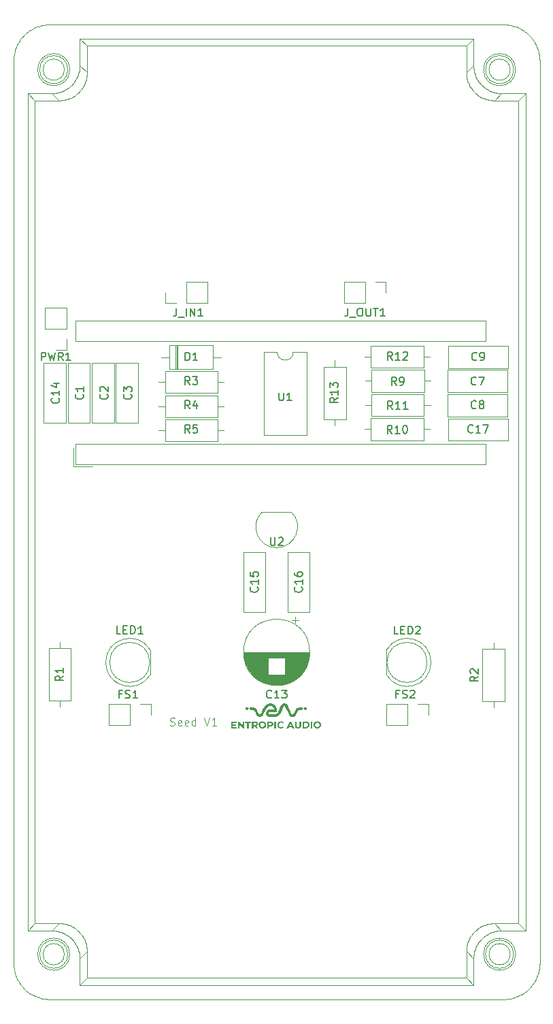
<source format=gbr>
%TF.GenerationSoftware,KiCad,Pcbnew,8.0.7*%
%TF.CreationDate,2025-02-19T13:31:19-05:00*%
%TF.ProjectId,OD1,4f44312e-6b69-4636-9164-5f7063625858,rev?*%
%TF.SameCoordinates,Original*%
%TF.FileFunction,Legend,Top*%
%TF.FilePolarity,Positive*%
%FSLAX46Y46*%
G04 Gerber Fmt 4.6, Leading zero omitted, Abs format (unit mm)*
G04 Created by KiCad (PCBNEW 8.0.7) date 2025-02-19 13:31:19*
%MOMM*%
%LPD*%
G01*
G04 APERTURE LIST*
%ADD10C,0.100000*%
%ADD11C,0.000000*%
%ADD12C,0.150000*%
%ADD13C,0.120000*%
%ADD14C,0.090000*%
G04 APERTURE END LIST*
D10*
X187756265Y-112324800D02*
X187899122Y-112372419D01*
X187899122Y-112372419D02*
X188137217Y-112372419D01*
X188137217Y-112372419D02*
X188232455Y-112324800D01*
X188232455Y-112324800D02*
X188280074Y-112277180D01*
X188280074Y-112277180D02*
X188327693Y-112181942D01*
X188327693Y-112181942D02*
X188327693Y-112086704D01*
X188327693Y-112086704D02*
X188280074Y-111991466D01*
X188280074Y-111991466D02*
X188232455Y-111943847D01*
X188232455Y-111943847D02*
X188137217Y-111896228D01*
X188137217Y-111896228D02*
X187946741Y-111848609D01*
X187946741Y-111848609D02*
X187851503Y-111800990D01*
X187851503Y-111800990D02*
X187803884Y-111753371D01*
X187803884Y-111753371D02*
X187756265Y-111658133D01*
X187756265Y-111658133D02*
X187756265Y-111562895D01*
X187756265Y-111562895D02*
X187803884Y-111467657D01*
X187803884Y-111467657D02*
X187851503Y-111420038D01*
X187851503Y-111420038D02*
X187946741Y-111372419D01*
X187946741Y-111372419D02*
X188184836Y-111372419D01*
X188184836Y-111372419D02*
X188327693Y-111420038D01*
X189137217Y-112324800D02*
X189041979Y-112372419D01*
X189041979Y-112372419D02*
X188851503Y-112372419D01*
X188851503Y-112372419D02*
X188756265Y-112324800D01*
X188756265Y-112324800D02*
X188708646Y-112229561D01*
X188708646Y-112229561D02*
X188708646Y-111848609D01*
X188708646Y-111848609D02*
X188756265Y-111753371D01*
X188756265Y-111753371D02*
X188851503Y-111705752D01*
X188851503Y-111705752D02*
X189041979Y-111705752D01*
X189041979Y-111705752D02*
X189137217Y-111753371D01*
X189137217Y-111753371D02*
X189184836Y-111848609D01*
X189184836Y-111848609D02*
X189184836Y-111943847D01*
X189184836Y-111943847D02*
X188708646Y-112039085D01*
X189994360Y-112324800D02*
X189899122Y-112372419D01*
X189899122Y-112372419D02*
X189708646Y-112372419D01*
X189708646Y-112372419D02*
X189613408Y-112324800D01*
X189613408Y-112324800D02*
X189565789Y-112229561D01*
X189565789Y-112229561D02*
X189565789Y-111848609D01*
X189565789Y-111848609D02*
X189613408Y-111753371D01*
X189613408Y-111753371D02*
X189708646Y-111705752D01*
X189708646Y-111705752D02*
X189899122Y-111705752D01*
X189899122Y-111705752D02*
X189994360Y-111753371D01*
X189994360Y-111753371D02*
X190041979Y-111848609D01*
X190041979Y-111848609D02*
X190041979Y-111943847D01*
X190041979Y-111943847D02*
X189565789Y-112039085D01*
X190899122Y-112372419D02*
X190899122Y-111372419D01*
X190899122Y-112324800D02*
X190803884Y-112372419D01*
X190803884Y-112372419D02*
X190613408Y-112372419D01*
X190613408Y-112372419D02*
X190518170Y-112324800D01*
X190518170Y-112324800D02*
X190470551Y-112277180D01*
X190470551Y-112277180D02*
X190422932Y-112181942D01*
X190422932Y-112181942D02*
X190422932Y-111896228D01*
X190422932Y-111896228D02*
X190470551Y-111800990D01*
X190470551Y-111800990D02*
X190518170Y-111753371D01*
X190518170Y-111753371D02*
X190613408Y-111705752D01*
X190613408Y-111705752D02*
X190803884Y-111705752D01*
X190803884Y-111705752D02*
X190899122Y-111753371D01*
X191994361Y-111372419D02*
X192327694Y-112372419D01*
X192327694Y-112372419D02*
X192661027Y-111372419D01*
X193518170Y-112372419D02*
X192946742Y-112372419D01*
X193232456Y-112372419D02*
X193232456Y-111372419D01*
X193232456Y-111372419D02*
X193137218Y-111515276D01*
X193137218Y-111515276D02*
X193041980Y-111610514D01*
X193041980Y-111610514D02*
X192946742Y-111658133D01*
D11*
G36*
X197358838Y-110069417D02*
G01*
X197364324Y-110069691D01*
X197369776Y-110070145D01*
X197375191Y-110070777D01*
X197380564Y-110071585D01*
X197385892Y-110072566D01*
X197391172Y-110073719D01*
X197396399Y-110075040D01*
X197401570Y-110076529D01*
X197406680Y-110078183D01*
X197411727Y-110079999D01*
X197416706Y-110081976D01*
X197421614Y-110084111D01*
X197426447Y-110086402D01*
X197431200Y-110088848D01*
X197435872Y-110091445D01*
X197440456Y-110094191D01*
X197444951Y-110097086D01*
X197449352Y-110100125D01*
X197453654Y-110103308D01*
X197457856Y-110106632D01*
X197461952Y-110110094D01*
X197465940Y-110113693D01*
X197469814Y-110117427D01*
X197473572Y-110121293D01*
X197477210Y-110125289D01*
X197480724Y-110129412D01*
X197484110Y-110133662D01*
X197487365Y-110138036D01*
X197490485Y-110142530D01*
X197493465Y-110147144D01*
X197496302Y-110151875D01*
X197501487Y-110161586D01*
X197505980Y-110171541D01*
X197509781Y-110181703D01*
X197512892Y-110192039D01*
X197515311Y-110202514D01*
X197517039Y-110213093D01*
X197518076Y-110223742D01*
X197518422Y-110234425D01*
X197518076Y-110245109D01*
X197517039Y-110255757D01*
X197515311Y-110266337D01*
X197512892Y-110276812D01*
X197509781Y-110287148D01*
X197505980Y-110297310D01*
X197501487Y-110307264D01*
X197496302Y-110316975D01*
X197490485Y-110326321D01*
X197484110Y-110335189D01*
X197477210Y-110343562D01*
X197469814Y-110351424D01*
X197461952Y-110358757D01*
X197453654Y-110365543D01*
X197444951Y-110371765D01*
X197435872Y-110377406D01*
X197426447Y-110382449D01*
X197416706Y-110386875D01*
X197406680Y-110390668D01*
X197396399Y-110393810D01*
X197385892Y-110396285D01*
X197375191Y-110398073D01*
X197364324Y-110399160D01*
X197353322Y-110399525D01*
X197293552Y-110399525D01*
X197288036Y-110399434D01*
X197282550Y-110399160D01*
X197277098Y-110398705D01*
X197271683Y-110398074D01*
X197266310Y-110397266D01*
X197260981Y-110396285D01*
X197255702Y-110395132D01*
X197250475Y-110393810D01*
X197245304Y-110392322D01*
X197240193Y-110390668D01*
X197235147Y-110388852D01*
X197230168Y-110386875D01*
X197225260Y-110384740D01*
X197220427Y-110382449D01*
X197215673Y-110380003D01*
X197211002Y-110377406D01*
X197206418Y-110374659D01*
X197201923Y-110371765D01*
X197197522Y-110368726D01*
X197193219Y-110365543D01*
X197189018Y-110362219D01*
X197184922Y-110358757D01*
X197180934Y-110355158D01*
X197177060Y-110351424D01*
X197173301Y-110347558D01*
X197169663Y-110343562D01*
X197166150Y-110339438D01*
X197162763Y-110335189D01*
X197159509Y-110330815D01*
X197156389Y-110326321D01*
X197153409Y-110321707D01*
X197150571Y-110316975D01*
X197145387Y-110307264D01*
X197140894Y-110297310D01*
X197137093Y-110287148D01*
X197133982Y-110276812D01*
X197131563Y-110266337D01*
X197129835Y-110255757D01*
X197128798Y-110245109D01*
X197128452Y-110234425D01*
X197128798Y-110223742D01*
X197129835Y-110213093D01*
X197131563Y-110202514D01*
X197133982Y-110192039D01*
X197137093Y-110181703D01*
X197140894Y-110171541D01*
X197145387Y-110161586D01*
X197150571Y-110151875D01*
X197156389Y-110142530D01*
X197162763Y-110133662D01*
X197169663Y-110125289D01*
X197177060Y-110117427D01*
X197184922Y-110110094D01*
X197193219Y-110103308D01*
X197201923Y-110097086D01*
X197211002Y-110091445D01*
X197220427Y-110086402D01*
X197230168Y-110081976D01*
X197240193Y-110078183D01*
X197250475Y-110075040D01*
X197260981Y-110072566D01*
X197271683Y-110070777D01*
X197282550Y-110069691D01*
X197293552Y-110069325D01*
X197353322Y-110069325D01*
X197358838Y-110069417D01*
G37*
G36*
X197809410Y-112005996D02*
G01*
X197536201Y-112005996D01*
X197536201Y-112698860D01*
X197338558Y-112698860D01*
X197338558Y-112005996D01*
X197065349Y-112005996D01*
X197065349Y-111844944D01*
X197809410Y-111844944D01*
X197809410Y-112005996D01*
G37*
G36*
X196763962Y-112363025D02*
G01*
X196763962Y-111844944D01*
X196959145Y-111844944D01*
X196959145Y-112698860D01*
X196795712Y-112698860D01*
X196371215Y-112180859D01*
X196371215Y-112698860D01*
X196176032Y-112698860D01*
X196176032Y-111844944D01*
X196339544Y-111844944D01*
X196763962Y-112363025D01*
G37*
G36*
X196002835Y-112003535D02*
G01*
X195553970Y-112003535D01*
X195553970Y-112187765D01*
X195950368Y-112187765D01*
X195950368Y-112342705D01*
X195553970Y-112342705D01*
X195553970Y-112540269D01*
X196018710Y-112540269D01*
X196018710Y-112698860D01*
X195357596Y-112698860D01*
X195357596Y-111844944D01*
X196002835Y-111844944D01*
X196002835Y-112003535D01*
G37*
G36*
X201994815Y-109598044D02*
G01*
X202011185Y-109599025D01*
X202027428Y-109600600D01*
X202043532Y-109602760D01*
X202059481Y-109605495D01*
X202075265Y-109608798D01*
X202090869Y-109612659D01*
X202106280Y-109617071D01*
X202121485Y-109622023D01*
X202136471Y-109627508D01*
X202151225Y-109633517D01*
X202165734Y-109640041D01*
X202179984Y-109647071D01*
X202193962Y-109654599D01*
X202207656Y-109662617D01*
X202221052Y-109671115D01*
X202234136Y-109680084D01*
X202246896Y-109689517D01*
X202259318Y-109699404D01*
X202271390Y-109709736D01*
X202283098Y-109720506D01*
X202294429Y-109731704D01*
X202305370Y-109743321D01*
X202315907Y-109755350D01*
X202326028Y-109767781D01*
X202335720Y-109780605D01*
X202344968Y-109793815D01*
X202353761Y-109807400D01*
X202362084Y-109821354D01*
X202369926Y-109835666D01*
X202377271Y-109850328D01*
X202384108Y-109865332D01*
X202808844Y-110849582D01*
X202813820Y-110860542D01*
X202819538Y-110870999D01*
X202825958Y-110880925D01*
X202833042Y-110890295D01*
X202840751Y-110899081D01*
X202849045Y-110907257D01*
X202857887Y-110914798D01*
X202867237Y-110921676D01*
X202877057Y-110927865D01*
X202887308Y-110933338D01*
X202897951Y-110938070D01*
X202908947Y-110942033D01*
X202920257Y-110945201D01*
X202931843Y-110947549D01*
X202943666Y-110949048D01*
X202955688Y-110949674D01*
X202961696Y-110949816D01*
X202967672Y-110949733D01*
X202973610Y-110949428D01*
X202979506Y-110948903D01*
X202985353Y-110948161D01*
X202991148Y-110947207D01*
X202996884Y-110946043D01*
X203002557Y-110944672D01*
X203008162Y-110943096D01*
X203013694Y-110941321D01*
X203019147Y-110939347D01*
X203024516Y-110937179D01*
X203029797Y-110934820D01*
X203034984Y-110932272D01*
X203040072Y-110929539D01*
X203045056Y-110926624D01*
X203049931Y-110923530D01*
X203054692Y-110920261D01*
X203059334Y-110916818D01*
X203063851Y-110913206D01*
X203068238Y-110909427D01*
X203072492Y-110905485D01*
X203076605Y-110901382D01*
X203080574Y-110897123D01*
X203084393Y-110892709D01*
X203088056Y-110888144D01*
X203091560Y-110883431D01*
X203094899Y-110878574D01*
X203098067Y-110873574D01*
X203101060Y-110868436D01*
X203103873Y-110863163D01*
X203106500Y-110857757D01*
X203274458Y-110510015D01*
X203300102Y-110461399D01*
X203328873Y-110415156D01*
X203360604Y-110371392D01*
X203395127Y-110330210D01*
X203432274Y-110291718D01*
X203471877Y-110256020D01*
X203513767Y-110223222D01*
X203557779Y-110193429D01*
X203603742Y-110166747D01*
X203651490Y-110143280D01*
X203700855Y-110123134D01*
X203751668Y-110106416D01*
X203803762Y-110093229D01*
X203856970Y-110083679D01*
X203911122Y-110077872D01*
X203966052Y-110075914D01*
X204088528Y-110075914D01*
X204097007Y-110076131D01*
X204105424Y-110076779D01*
X204113765Y-110077851D01*
X204122014Y-110079342D01*
X204130157Y-110081244D01*
X204138178Y-110083552D01*
X204146063Y-110086259D01*
X204153797Y-110089358D01*
X204161365Y-110092843D01*
X204168752Y-110096708D01*
X204175942Y-110100946D01*
X204182922Y-110105551D01*
X204189676Y-110110516D01*
X204196190Y-110115836D01*
X204202448Y-110121503D01*
X204208435Y-110127510D01*
X204214106Y-110133818D01*
X204219422Y-110140376D01*
X204224377Y-110147171D01*
X204228965Y-110154187D01*
X204233181Y-110161408D01*
X204237019Y-110168820D01*
X204240474Y-110176407D01*
X204243540Y-110184155D01*
X204246211Y-110192047D01*
X204248482Y-110200068D01*
X204250347Y-110208204D01*
X204251801Y-110216438D01*
X204252838Y-110224757D01*
X204253452Y-110233144D01*
X204253638Y-110241584D01*
X204253391Y-110250062D01*
X204252733Y-110258360D01*
X204251645Y-110266519D01*
X204250140Y-110274532D01*
X204248229Y-110282390D01*
X204245925Y-110290084D01*
X204243240Y-110297608D01*
X204240185Y-110304952D01*
X204236773Y-110312109D01*
X204233016Y-110319069D01*
X204228927Y-110325826D01*
X204224516Y-110332371D01*
X204219797Y-110338695D01*
X204214782Y-110344791D01*
X204209482Y-110350649D01*
X204203909Y-110356263D01*
X204198077Y-110361624D01*
X204191996Y-110366723D01*
X204185679Y-110371553D01*
X204179139Y-110376105D01*
X204172386Y-110380371D01*
X204165434Y-110384342D01*
X204158294Y-110388012D01*
X204150979Y-110391371D01*
X204143500Y-110394411D01*
X204135870Y-110397124D01*
X204128101Y-110399502D01*
X204120205Y-110401536D01*
X204112194Y-110403219D01*
X204104080Y-110404543D01*
X204095876Y-110405498D01*
X204087593Y-110406077D01*
X204079243Y-110406272D01*
X203966053Y-110406272D01*
X203950346Y-110406552D01*
X203934737Y-110407387D01*
X203919240Y-110408770D01*
X203903865Y-110410695D01*
X203888624Y-110413152D01*
X203873531Y-110416136D01*
X203858595Y-110419637D01*
X203843831Y-110423650D01*
X203829248Y-110428166D01*
X203814861Y-110433177D01*
X203800679Y-110438677D01*
X203786716Y-110444658D01*
X203772983Y-110451112D01*
X203759492Y-110458032D01*
X203746256Y-110465410D01*
X203733286Y-110473239D01*
X203720594Y-110481511D01*
X203708192Y-110490219D01*
X203696092Y-110499355D01*
X203684306Y-110508912D01*
X203672845Y-110518882D01*
X203661723Y-110529258D01*
X203650951Y-110540032D01*
X203640541Y-110551197D01*
X203630504Y-110562746D01*
X203620853Y-110574670D01*
X203611600Y-110586962D01*
X203602757Y-110599615D01*
X203594335Y-110612621D01*
X203586346Y-110625973D01*
X203578804Y-110639663D01*
X203571719Y-110653684D01*
X203403760Y-111001585D01*
X203386753Y-111033844D01*
X203367739Y-111064438D01*
X203346819Y-111093298D01*
X203324096Y-111120357D01*
X203299673Y-111145547D01*
X203273650Y-111168801D01*
X203246132Y-111190051D01*
X203217219Y-111209230D01*
X203187014Y-111226269D01*
X203155619Y-111241100D01*
X203123137Y-111253657D01*
X203089670Y-111263872D01*
X203055319Y-111271676D01*
X203020187Y-111277003D01*
X202984376Y-111279785D01*
X202947989Y-111279953D01*
X202929865Y-111279306D01*
X202911875Y-111277998D01*
X202894033Y-111276039D01*
X202876353Y-111273439D01*
X202858850Y-111270206D01*
X202841538Y-111266352D01*
X202824432Y-111261885D01*
X202807546Y-111256816D01*
X202790894Y-111251154D01*
X202774490Y-111244909D01*
X202758350Y-111238090D01*
X202742488Y-111230708D01*
X202726917Y-111222773D01*
X202711652Y-111214293D01*
X202696708Y-111205279D01*
X202682098Y-111195741D01*
X202667839Y-111185688D01*
X202653942Y-111175130D01*
X202640424Y-111164076D01*
X202627298Y-111152538D01*
X202614580Y-111140523D01*
X202602282Y-111128043D01*
X202590420Y-111115106D01*
X202579007Y-111101723D01*
X202568059Y-111087903D01*
X202557590Y-111073656D01*
X202547614Y-111058992D01*
X202538145Y-111043921D01*
X202529198Y-111028452D01*
X202520788Y-111012595D01*
X202512927Y-110996360D01*
X202505632Y-110979757D01*
X202081214Y-109996539D01*
X202077726Y-109988801D01*
X202073703Y-109981429D01*
X202069172Y-109974443D01*
X202064162Y-109967862D01*
X202058704Y-109961705D01*
X202052825Y-109955991D01*
X202046555Y-109950740D01*
X202039924Y-109945971D01*
X202032958Y-109941703D01*
X202025689Y-109937955D01*
X202018145Y-109934748D01*
X202010354Y-109932099D01*
X202002347Y-109930029D01*
X201994151Y-109928557D01*
X201985797Y-109927701D01*
X201977312Y-109927482D01*
X201967405Y-109928305D01*
X201961538Y-109929027D01*
X201955178Y-109930062D01*
X201948412Y-109931487D01*
X201941329Y-109933381D01*
X201934017Y-109935824D01*
X201926562Y-109938892D01*
X201922808Y-109940686D01*
X201919051Y-109942666D01*
X201915303Y-109944842D01*
X201911574Y-109947224D01*
X201907875Y-109949821D01*
X201904217Y-109952643D01*
X201900611Y-109955701D01*
X201897068Y-109959004D01*
X201893598Y-109962562D01*
X201890213Y-109966384D01*
X201886925Y-109970481D01*
X201883742Y-109974862D01*
X201880678Y-109979538D01*
X201877742Y-109984517D01*
X201874945Y-109989810D01*
X201872299Y-109995427D01*
X201528367Y-110771159D01*
X201500513Y-110827883D01*
X201468897Y-110881895D01*
X201433721Y-110933063D01*
X201395185Y-110981258D01*
X201353492Y-111026348D01*
X201308842Y-111068203D01*
X201261436Y-111106692D01*
X201211476Y-111141686D01*
X201159162Y-111173053D01*
X201104697Y-111200663D01*
X201048281Y-111224385D01*
X200990116Y-111244089D01*
X200930402Y-111259644D01*
X200869341Y-111270920D01*
X200807135Y-111277786D01*
X200743983Y-111280112D01*
X200161053Y-111280112D01*
X200135348Y-111279489D01*
X200109767Y-111277627D01*
X200084369Y-111274530D01*
X200059213Y-111270206D01*
X200034357Y-111264660D01*
X200009860Y-111257898D01*
X199985781Y-111249926D01*
X199962179Y-111240751D01*
X199939113Y-111230380D01*
X199916642Y-111218817D01*
X199894824Y-111206069D01*
X199873718Y-111192143D01*
X199853384Y-111177044D01*
X199833879Y-111160779D01*
X199815263Y-111143354D01*
X199797595Y-111124775D01*
X199780961Y-111105288D01*
X199765488Y-111085036D01*
X199751193Y-111064069D01*
X199738093Y-111042441D01*
X199726204Y-111020203D01*
X199715542Y-110997408D01*
X199706123Y-110974108D01*
X199697965Y-110950355D01*
X199691083Y-110926201D01*
X199685493Y-110901699D01*
X199681213Y-110876900D01*
X199678259Y-110851857D01*
X199676646Y-110826622D01*
X199676392Y-110801248D01*
X199677512Y-110775786D01*
X199680024Y-110750289D01*
X199683915Y-110724965D01*
X199689146Y-110700021D01*
X199695686Y-110675503D01*
X199703508Y-110651457D01*
X199712582Y-110627930D01*
X199722880Y-110604968D01*
X199734373Y-110582618D01*
X199747031Y-110560926D01*
X199760827Y-110539939D01*
X199775730Y-110519703D01*
X199791714Y-110500265D01*
X199808748Y-110481671D01*
X199826803Y-110463969D01*
X199845852Y-110447203D01*
X199865865Y-110431422D01*
X199886813Y-110416670D01*
X199901418Y-110407277D01*
X199916326Y-110398454D01*
X199931520Y-110390209D01*
X199946983Y-110382546D01*
X199962698Y-110375470D01*
X199978648Y-110368986D01*
X199994815Y-110363099D01*
X200011184Y-110357815D01*
X200027736Y-110353138D01*
X200044455Y-110349075D01*
X200061324Y-110345629D01*
X200078326Y-110342807D01*
X200095444Y-110340613D01*
X200112660Y-110339052D01*
X200129958Y-110338130D01*
X200147321Y-110337851D01*
X200698501Y-110337851D01*
X200694693Y-110311980D01*
X200689443Y-110286488D01*
X200682773Y-110261424D01*
X200674702Y-110236836D01*
X200665253Y-110212773D01*
X200654446Y-110189283D01*
X200642301Y-110166415D01*
X200628840Y-110144216D01*
X200614083Y-110122735D01*
X200598051Y-110102020D01*
X200580765Y-110082121D01*
X200562246Y-110063085D01*
X200542514Y-110044960D01*
X200521591Y-110027795D01*
X200499496Y-110011638D01*
X200476252Y-109996539D01*
X200462897Y-109988901D01*
X200449314Y-109981745D01*
X200435518Y-109975074D01*
X200421520Y-109968891D01*
X200407334Y-109963200D01*
X200392974Y-109958005D01*
X200378452Y-109953308D01*
X200363781Y-109949114D01*
X200348975Y-109945426D01*
X200334047Y-109942247D01*
X200319010Y-109939582D01*
X200303878Y-109937432D01*
X200288662Y-109935803D01*
X200273377Y-109934697D01*
X200258036Y-109934118D01*
X200242651Y-109934070D01*
X200219360Y-109934518D01*
X200196232Y-109935829D01*
X200173284Y-109937990D01*
X200150536Y-109940988D01*
X200128007Y-109944812D01*
X200105716Y-109949447D01*
X200083682Y-109954882D01*
X200061925Y-109961104D01*
X200040462Y-109968101D01*
X200019314Y-109975858D01*
X199998499Y-109984365D01*
X199978037Y-109993608D01*
X199957945Y-110003574D01*
X199938245Y-110014252D01*
X199918953Y-110025627D01*
X199900090Y-110037688D01*
X199881675Y-110050422D01*
X199863726Y-110063816D01*
X199846263Y-110077858D01*
X199829305Y-110092535D01*
X199812871Y-110107833D01*
X199796979Y-110123742D01*
X199781649Y-110140247D01*
X199766900Y-110157336D01*
X199752750Y-110174997D01*
X199739220Y-110193217D01*
X199726328Y-110211983D01*
X199714093Y-110231282D01*
X199702534Y-110251103D01*
X199691670Y-110271431D01*
X199681520Y-110292255D01*
X199672103Y-110313562D01*
X199669722Y-110319039D01*
X199365081Y-110975708D01*
X199349618Y-111008199D01*
X199332010Y-111039188D01*
X199312368Y-111068598D01*
X199290805Y-111096356D01*
X199267432Y-111122387D01*
X199242359Y-111146614D01*
X199215700Y-111168964D01*
X199187565Y-111189361D01*
X199158066Y-111207731D01*
X199127315Y-111223997D01*
X199095423Y-111238085D01*
X199062501Y-111249921D01*
X199028662Y-111259428D01*
X198994017Y-111266532D01*
X198958677Y-111271159D01*
X198922754Y-111273232D01*
X198904712Y-111273288D01*
X198886775Y-111272692D01*
X198868956Y-111271452D01*
X198851270Y-111269577D01*
X198833730Y-111267075D01*
X198816353Y-111263956D01*
X198799151Y-111260228D01*
X198782139Y-111255900D01*
X198765331Y-111250981D01*
X198748743Y-111245479D01*
X198732387Y-111239404D01*
X198716279Y-111232763D01*
X198700432Y-111225567D01*
X198684862Y-111217823D01*
X198669582Y-111209540D01*
X198654607Y-111200728D01*
X198639951Y-111191395D01*
X198625628Y-111181549D01*
X198611653Y-111171200D01*
X198598040Y-111160356D01*
X198584803Y-111149026D01*
X198571958Y-111137220D01*
X198559517Y-111124944D01*
X198547496Y-111112209D01*
X198535908Y-111099024D01*
X198524768Y-111085396D01*
X198514091Y-111071335D01*
X198503891Y-111056849D01*
X198494181Y-111041948D01*
X198484978Y-111026640D01*
X198476293Y-111010934D01*
X198468143Y-110994838D01*
X198299789Y-110646778D01*
X198285156Y-110619084D01*
X198268742Y-110592741D01*
X198250643Y-110567811D01*
X198230956Y-110544354D01*
X198209774Y-110522429D01*
X198187195Y-110502095D01*
X198163313Y-110483415D01*
X198138224Y-110466446D01*
X198112024Y-110451249D01*
X198084808Y-110437885D01*
X198056671Y-110426412D01*
X198027711Y-110416891D01*
X197998021Y-110409382D01*
X197967698Y-110403945D01*
X197936837Y-110400639D01*
X197905534Y-110399525D01*
X197783375Y-110399525D01*
X197774907Y-110399300D01*
X197766501Y-110398645D01*
X197758171Y-110397567D01*
X197749933Y-110396071D01*
X197741802Y-110394165D01*
X197733792Y-110391855D01*
X197725918Y-110389146D01*
X197718195Y-110386047D01*
X197710638Y-110382562D01*
X197703262Y-110378698D01*
X197696081Y-110374463D01*
X197689111Y-110369861D01*
X197682367Y-110364900D01*
X197675862Y-110359586D01*
X197669613Y-110353926D01*
X197663633Y-110347925D01*
X197657969Y-110341626D01*
X197652660Y-110335076D01*
X197647710Y-110328290D01*
X197643126Y-110321283D01*
X197638914Y-110314072D01*
X197635078Y-110306670D01*
X197631624Y-110299093D01*
X197628559Y-110291357D01*
X197625887Y-110283476D01*
X197623614Y-110275465D01*
X197621746Y-110267340D01*
X197620289Y-110259117D01*
X197619247Y-110250809D01*
X197618626Y-110242433D01*
X197618433Y-110234003D01*
X197618672Y-110225535D01*
X197619330Y-110217238D01*
X197620418Y-110209079D01*
X197621923Y-110201066D01*
X197623834Y-110193208D01*
X197626138Y-110185513D01*
X197628823Y-110177990D01*
X197631878Y-110170646D01*
X197635290Y-110163489D01*
X197639047Y-110156528D01*
X197643136Y-110149771D01*
X197647547Y-110143227D01*
X197652266Y-110136903D01*
X197657281Y-110130807D01*
X197662581Y-110124948D01*
X197668154Y-110119334D01*
X197673987Y-110113974D01*
X197680067Y-110108875D01*
X197686384Y-110104045D01*
X197692925Y-110099493D01*
X197699677Y-110095227D01*
X197706629Y-110091255D01*
X197713769Y-110087586D01*
X197721084Y-110084227D01*
X197728563Y-110081187D01*
X197736193Y-110078474D01*
X197743962Y-110076096D01*
X197751858Y-110074061D01*
X197759869Y-110072378D01*
X197767983Y-110071055D01*
X197776188Y-110070100D01*
X197784471Y-110069520D01*
X197792821Y-110069325D01*
X197905613Y-110069325D01*
X197933146Y-110069825D01*
X197960506Y-110071298D01*
X197987672Y-110073732D01*
X198014623Y-110077113D01*
X198041338Y-110081428D01*
X198067796Y-110086663D01*
X198093976Y-110092807D01*
X198119857Y-110099845D01*
X198145419Y-110107765D01*
X198170640Y-110116553D01*
X198195500Y-110126197D01*
X198219977Y-110136683D01*
X198244051Y-110147998D01*
X198267700Y-110160128D01*
X198290905Y-110173062D01*
X198313643Y-110186785D01*
X198335894Y-110201284D01*
X198357636Y-110216547D01*
X198378850Y-110232561D01*
X198399514Y-110249311D01*
X198419607Y-110266785D01*
X198439109Y-110284970D01*
X198457997Y-110303853D01*
X198476252Y-110323421D01*
X198493853Y-110343660D01*
X198510778Y-110364557D01*
X198527006Y-110386100D01*
X198542517Y-110408274D01*
X198557290Y-110431068D01*
X198571303Y-110454467D01*
X198584537Y-110478459D01*
X198596969Y-110503030D01*
X198765323Y-110851169D01*
X198769430Y-110859143D01*
X198773760Y-110866643D01*
X198778294Y-110873685D01*
X198783016Y-110880282D01*
X198787905Y-110886448D01*
X198792945Y-110892199D01*
X198798115Y-110897549D01*
X198803398Y-110902512D01*
X198808776Y-110907103D01*
X198814230Y-110911336D01*
X198819741Y-110915226D01*
X198825292Y-110918786D01*
X198830863Y-110922033D01*
X198836436Y-110924979D01*
X198841993Y-110927639D01*
X198847516Y-110930028D01*
X198858384Y-110934051D01*
X198868892Y-110937162D01*
X198878893Y-110939478D01*
X198888240Y-110941113D01*
X198896785Y-110942184D01*
X198904381Y-110942806D01*
X198916136Y-110943165D01*
X198922141Y-110942966D01*
X198928102Y-110942548D01*
X198934014Y-110941912D01*
X198939872Y-110941063D01*
X198945672Y-110940003D01*
X198951409Y-110938736D01*
X198957077Y-110937266D01*
X198962673Y-110935595D01*
X198968190Y-110933726D01*
X198973625Y-110931664D01*
X198978973Y-110929410D01*
X198984229Y-110926969D01*
X198989387Y-110924344D01*
X198994444Y-110921538D01*
X198999394Y-110918554D01*
X199004233Y-110915395D01*
X199008956Y-110912065D01*
X199013558Y-110908568D01*
X199018033Y-110904905D01*
X199022378Y-110901081D01*
X199026588Y-110897099D01*
X199030658Y-110892962D01*
X199034582Y-110888673D01*
X199038357Y-110884236D01*
X199041977Y-110879654D01*
X199045437Y-110874930D01*
X199048734Y-110870067D01*
X199051861Y-110865069D01*
X199054814Y-110859938D01*
X199057589Y-110854679D01*
X199060180Y-110849294D01*
X199062583Y-110843787D01*
X199064726Y-110838945D01*
X199369209Y-110182673D01*
X199399388Y-110118316D01*
X199433918Y-110056999D01*
X199472567Y-109998875D01*
X199515101Y-109944099D01*
X199561289Y-109892824D01*
X199610898Y-109845204D01*
X199663695Y-109801393D01*
X199719448Y-109761545D01*
X199777925Y-109725813D01*
X199838893Y-109694352D01*
X199902120Y-109667314D01*
X199967373Y-109644855D01*
X200034420Y-109627127D01*
X200103029Y-109614284D01*
X200172966Y-109606481D01*
X200244000Y-109603870D01*
X200273320Y-109604227D01*
X200302531Y-109605689D01*
X200331603Y-109608250D01*
X200360507Y-109611898D01*
X200389214Y-109616627D01*
X200417692Y-109622425D01*
X200445914Y-109629285D01*
X200473848Y-109637198D01*
X200501466Y-109646154D01*
X200528737Y-109656144D01*
X200555631Y-109667159D01*
X200582120Y-109679191D01*
X200608173Y-109692230D01*
X200633760Y-109706267D01*
X200658853Y-109721293D01*
X200683420Y-109737300D01*
X200724230Y-109767210D01*
X200762693Y-109799099D01*
X200798768Y-109832863D01*
X200832412Y-109868401D01*
X200863583Y-109905612D01*
X200892241Y-109944392D01*
X200918342Y-109984640D01*
X200941845Y-110026255D01*
X200962708Y-110069133D01*
X200980890Y-110113174D01*
X200996348Y-110158275D01*
X201009041Y-110204334D01*
X201018926Y-110251249D01*
X201025963Y-110298919D01*
X201030108Y-110347240D01*
X201031321Y-110396112D01*
X201030606Y-110558752D01*
X201030438Y-110564427D01*
X201029989Y-110570026D01*
X201029266Y-110575544D01*
X201028275Y-110580972D01*
X201027023Y-110586304D01*
X201025517Y-110591534D01*
X201023765Y-110596654D01*
X201021772Y-110601657D01*
X201019547Y-110606536D01*
X201017095Y-110611285D01*
X201014424Y-110615897D01*
X201011541Y-110620365D01*
X201008453Y-110624682D01*
X201005166Y-110628840D01*
X201001688Y-110632834D01*
X200998025Y-110636656D01*
X200994184Y-110640300D01*
X200990173Y-110643758D01*
X200985998Y-110647024D01*
X200981666Y-110650091D01*
X200977184Y-110652951D01*
X200972558Y-110655599D01*
X200967797Y-110658026D01*
X200962906Y-110660227D01*
X200957893Y-110662194D01*
X200952765Y-110663921D01*
X200947528Y-110665400D01*
X200942189Y-110666625D01*
X200936756Y-110667589D01*
X200931235Y-110668285D01*
X200925633Y-110668706D01*
X200919957Y-110668845D01*
X200146844Y-110668289D01*
X200141711Y-110668370D01*
X200136597Y-110668643D01*
X200131508Y-110669104D01*
X200126448Y-110669753D01*
X200121422Y-110670588D01*
X200116435Y-110671608D01*
X200111493Y-110672811D01*
X200106601Y-110674196D01*
X200101763Y-110675760D01*
X200096985Y-110677503D01*
X200092271Y-110679424D01*
X200087628Y-110681519D01*
X200083058Y-110683789D01*
X200078569Y-110686231D01*
X200074165Y-110688843D01*
X200069851Y-110691625D01*
X200065496Y-110694604D01*
X200061263Y-110697733D01*
X200057158Y-110701010D01*
X200053182Y-110704429D01*
X200049339Y-110707987D01*
X200045632Y-110711680D01*
X200042066Y-110715504D01*
X200038643Y-110719454D01*
X200035367Y-110723527D01*
X200032241Y-110727718D01*
X200029269Y-110732024D01*
X200026453Y-110736440D01*
X200023798Y-110740962D01*
X200021306Y-110745586D01*
X200018982Y-110750309D01*
X200016828Y-110755125D01*
X200013736Y-110763017D01*
X200011150Y-110771030D01*
X200009067Y-110779139D01*
X200007485Y-110787324D01*
X200006404Y-110795560D01*
X200005821Y-110803826D01*
X200005734Y-110812098D01*
X200006142Y-110820354D01*
X200007042Y-110828570D01*
X200008433Y-110836725D01*
X200010314Y-110844795D01*
X200012681Y-110852757D01*
X200015534Y-110860590D01*
X200018871Y-110868269D01*
X200022690Y-110875773D01*
X200026988Y-110883078D01*
X200032301Y-110890932D01*
X200038126Y-110898328D01*
X200044430Y-110905258D01*
X200051181Y-110911716D01*
X200058345Y-110917696D01*
X200065891Y-110923190D01*
X200073786Y-110928193D01*
X200081996Y-110932697D01*
X200090488Y-110936696D01*
X200099231Y-110940184D01*
X200108191Y-110943153D01*
X200117335Y-110945597D01*
X200126631Y-110947509D01*
X200136045Y-110948884D01*
X200145546Y-110949713D01*
X200155100Y-110949991D01*
X200743586Y-110949991D01*
X200763075Y-110949634D01*
X200782434Y-110948569D01*
X200801649Y-110946806D01*
X200820703Y-110944356D01*
X200839580Y-110941227D01*
X200858267Y-110937430D01*
X200876746Y-110932975D01*
X200895004Y-110927872D01*
X200913023Y-110922132D01*
X200930789Y-110915763D01*
X200948287Y-110908777D01*
X200965500Y-110901183D01*
X200982413Y-110892991D01*
X200999012Y-110884211D01*
X201015280Y-110874853D01*
X201031201Y-110864928D01*
X201046762Y-110854445D01*
X201061945Y-110843415D01*
X201076736Y-110831846D01*
X201091119Y-110819750D01*
X201105078Y-110807137D01*
X201118599Y-110794016D01*
X201131665Y-110780397D01*
X201144262Y-110766291D01*
X201156373Y-110751708D01*
X201167983Y-110736657D01*
X201179078Y-110721148D01*
X201189640Y-110705192D01*
X201199656Y-110688799D01*
X201209109Y-110671978D01*
X201217984Y-110654740D01*
X201226266Y-110637095D01*
X201570119Y-109861601D01*
X201584573Y-109832066D01*
X201600996Y-109803950D01*
X201619282Y-109777322D01*
X201639325Y-109752249D01*
X201661019Y-109728801D01*
X201684259Y-109707045D01*
X201708937Y-109687051D01*
X201734949Y-109668887D01*
X201762188Y-109652621D01*
X201790549Y-109638321D01*
X201819925Y-109626057D01*
X201850211Y-109615897D01*
X201881301Y-109607909D01*
X201913088Y-109602162D01*
X201945467Y-109598724D01*
X201978332Y-109597664D01*
X201994815Y-109598044D01*
G37*
G36*
X203207069Y-112698860D02*
G01*
X202999742Y-112698860D01*
X202923621Y-112515901D01*
X202528096Y-112515901D01*
X202452054Y-112698860D01*
X202249489Y-112698860D01*
X202397438Y-112365882D01*
X202590484Y-112365882D01*
X202861232Y-112365882D01*
X202725898Y-112040445D01*
X202590484Y-112365882D01*
X202397438Y-112365882D01*
X202628902Y-111844944D01*
X202824084Y-111844944D01*
X203207069Y-112698860D01*
G37*
G36*
X204596964Y-110069417D02*
G01*
X204602450Y-110069691D01*
X204607902Y-110070145D01*
X204613317Y-110070777D01*
X204618690Y-110071585D01*
X204624018Y-110072566D01*
X204629298Y-110073719D01*
X204634525Y-110075040D01*
X204639696Y-110076529D01*
X204644806Y-110078183D01*
X204649853Y-110079999D01*
X204654832Y-110081976D01*
X204659740Y-110084111D01*
X204664573Y-110086402D01*
X204669327Y-110088848D01*
X204673998Y-110091445D01*
X204678582Y-110094191D01*
X204683077Y-110097086D01*
X204687478Y-110100125D01*
X204691781Y-110103308D01*
X204695982Y-110106632D01*
X204700078Y-110110094D01*
X204704066Y-110113693D01*
X204707940Y-110117427D01*
X204711698Y-110121293D01*
X204715336Y-110125289D01*
X204718850Y-110129412D01*
X204722236Y-110133662D01*
X204725491Y-110138036D01*
X204728610Y-110142530D01*
X204731591Y-110147144D01*
X204734428Y-110151875D01*
X204739612Y-110161586D01*
X204744105Y-110171541D01*
X204747907Y-110181703D01*
X204751018Y-110192039D01*
X204753437Y-110202514D01*
X204755165Y-110213093D01*
X204756202Y-110223742D01*
X204756548Y-110234425D01*
X204756202Y-110245109D01*
X204755165Y-110255757D01*
X204753437Y-110266337D01*
X204751018Y-110276812D01*
X204747907Y-110287148D01*
X204744105Y-110297310D01*
X204739612Y-110307264D01*
X204734428Y-110316975D01*
X204728610Y-110326321D01*
X204722236Y-110335189D01*
X204715336Y-110343562D01*
X204707940Y-110351424D01*
X204700078Y-110358757D01*
X204691781Y-110365543D01*
X204683077Y-110371765D01*
X204673998Y-110377406D01*
X204664573Y-110382449D01*
X204654832Y-110386875D01*
X204644806Y-110390668D01*
X204634525Y-110393810D01*
X204624018Y-110396285D01*
X204613317Y-110398073D01*
X204602450Y-110399160D01*
X204591448Y-110399525D01*
X204531678Y-110399525D01*
X204526162Y-110399434D01*
X204520676Y-110399160D01*
X204515224Y-110398705D01*
X204509809Y-110398074D01*
X204504436Y-110397266D01*
X204499107Y-110396285D01*
X204493828Y-110395132D01*
X204488601Y-110393810D01*
X204483430Y-110392322D01*
X204478319Y-110390668D01*
X204473273Y-110388852D01*
X204468293Y-110386875D01*
X204463386Y-110384740D01*
X204458553Y-110382449D01*
X204453799Y-110380003D01*
X204449128Y-110377406D01*
X204444543Y-110374659D01*
X204440049Y-110371765D01*
X204435648Y-110368726D01*
X204431345Y-110365543D01*
X204427144Y-110362219D01*
X204423047Y-110358757D01*
X204419060Y-110355158D01*
X204415185Y-110351424D01*
X204411427Y-110347558D01*
X204407789Y-110343562D01*
X204404276Y-110339438D01*
X204400889Y-110335189D01*
X204397635Y-110330815D01*
X204394515Y-110326321D01*
X204391535Y-110321707D01*
X204388698Y-110316975D01*
X204383513Y-110307264D01*
X204379020Y-110297310D01*
X204375218Y-110287148D01*
X204372108Y-110276812D01*
X204369689Y-110266337D01*
X204367960Y-110255757D01*
X204366924Y-110245109D01*
X204366578Y-110234425D01*
X204366924Y-110223742D01*
X204367960Y-110213093D01*
X204369689Y-110202514D01*
X204372108Y-110192039D01*
X204375218Y-110181703D01*
X204379020Y-110171541D01*
X204383513Y-110161586D01*
X204388698Y-110151875D01*
X204394515Y-110142530D01*
X204400889Y-110133662D01*
X204407789Y-110125289D01*
X204415185Y-110117427D01*
X204423047Y-110110094D01*
X204431345Y-110103308D01*
X204440049Y-110097086D01*
X204449128Y-110091445D01*
X204458553Y-110086402D01*
X204468293Y-110081976D01*
X204478319Y-110078183D01*
X204488601Y-110075040D01*
X204499107Y-110072566D01*
X204509809Y-110070777D01*
X204520676Y-110069691D01*
X204531678Y-110069325D01*
X204591448Y-110069325D01*
X204596964Y-110069417D01*
G37*
G36*
X203469322Y-112317067D02*
G01*
X203469518Y-112331850D01*
X203470104Y-112346118D01*
X203471080Y-112359870D01*
X203472448Y-112373105D01*
X203474206Y-112385825D01*
X203476355Y-112398029D01*
X203478894Y-112409717D01*
X203481824Y-112420889D01*
X203485145Y-112431545D01*
X203488856Y-112441685D01*
X203492958Y-112451310D01*
X203497451Y-112460418D01*
X203502335Y-112469010D01*
X203507609Y-112477087D01*
X203513274Y-112484647D01*
X203519329Y-112491692D01*
X203525733Y-112498266D01*
X203532441Y-112504416D01*
X203539455Y-112510143D01*
X203546773Y-112515445D01*
X203554397Y-112520322D01*
X203562326Y-112524776D01*
X203570560Y-112528806D01*
X203579099Y-112532411D01*
X203587943Y-112535592D01*
X203597092Y-112538349D01*
X203606547Y-112540682D01*
X203616306Y-112542591D01*
X203626370Y-112544075D01*
X203636740Y-112545136D01*
X203647415Y-112545772D01*
X203658394Y-112545984D01*
X203669528Y-112545726D01*
X203680346Y-112545049D01*
X203690850Y-112543954D01*
X203701038Y-112542442D01*
X203710912Y-112540512D01*
X203720470Y-112538163D01*
X203729714Y-112535397D01*
X203738642Y-112532213D01*
X203747256Y-112528610D01*
X203755554Y-112524590D01*
X203763538Y-112520152D01*
X203771206Y-112515296D01*
X203778560Y-112510022D01*
X203785598Y-112504330D01*
X203792322Y-112498220D01*
X203798730Y-112491692D01*
X203804785Y-112484693D01*
X203810450Y-112477173D01*
X203815724Y-112469131D01*
X203820608Y-112460567D01*
X203825101Y-112451480D01*
X203829203Y-112441871D01*
X203832914Y-112431740D01*
X203836235Y-112421087D01*
X203839165Y-112409912D01*
X203841704Y-112398215D01*
X203843853Y-112385996D01*
X203845611Y-112373254D01*
X203846978Y-112359990D01*
X203847955Y-112346205D01*
X203848541Y-112331897D01*
X203848736Y-112317067D01*
X203848735Y-111844944D01*
X204042649Y-111844944D01*
X204042649Y-112322226D01*
X204042239Y-112345479D01*
X204041030Y-112368048D01*
X204039020Y-112389933D01*
X204036210Y-112411136D01*
X204032600Y-112431655D01*
X204028191Y-112451490D01*
X204022981Y-112470643D01*
X204016972Y-112489112D01*
X204010162Y-112506897D01*
X204002553Y-112523999D01*
X203994143Y-112540418D01*
X203984934Y-112556154D01*
X203974925Y-112571206D01*
X203964116Y-112585575D01*
X203952506Y-112599260D01*
X203940097Y-112612262D01*
X203926983Y-112624527D01*
X203913260Y-112636000D01*
X203898927Y-112646682D01*
X203883984Y-112656573D01*
X203868432Y-112665673D01*
X203852270Y-112673981D01*
X203835499Y-112681498D01*
X203818118Y-112688224D01*
X203800127Y-112694159D01*
X203781527Y-112699302D01*
X203762317Y-112703654D01*
X203742498Y-112707214D01*
X203722069Y-112709984D01*
X203701031Y-112711962D01*
X203679383Y-112713149D01*
X203657125Y-112713545D01*
X203634771Y-112713187D01*
X203613033Y-112712037D01*
X203591911Y-112710092D01*
X203571404Y-112707354D01*
X203551514Y-112703821D01*
X203532239Y-112699495D01*
X203513579Y-112694376D01*
X203495536Y-112688462D01*
X203478109Y-112681755D01*
X203461297Y-112674254D01*
X203445101Y-112665960D01*
X203429521Y-112656871D01*
X203414556Y-112646989D01*
X203400208Y-112636313D01*
X203386475Y-112624843D01*
X203373358Y-112612580D01*
X203360949Y-112599577D01*
X203349341Y-112585887D01*
X203338533Y-112571513D01*
X203328526Y-112556452D01*
X203319320Y-112540705D01*
X203310914Y-112524273D01*
X203303308Y-112507154D01*
X203296503Y-112489350D01*
X203290499Y-112470860D01*
X203285296Y-112451684D01*
X203280892Y-112431822D01*
X203277290Y-112411275D01*
X203274488Y-112390041D01*
X203272487Y-112368122D01*
X203271286Y-112345517D01*
X203270885Y-112322226D01*
X203270885Y-111844944D01*
X203469322Y-111844944D01*
X203469322Y-112317067D01*
G37*
G36*
X198299308Y-111845019D02*
G01*
X198313265Y-111845464D01*
X198326975Y-111846198D01*
X198340439Y-111847221D01*
X198353655Y-111848534D01*
X198366625Y-111850137D01*
X198379348Y-111852029D01*
X198391824Y-111854211D01*
X198404054Y-111856683D01*
X198416036Y-111859444D01*
X198427772Y-111862494D01*
X198439261Y-111865835D01*
X198450503Y-111869464D01*
X198461498Y-111873384D01*
X198472246Y-111877593D01*
X198482748Y-111882092D01*
X198492453Y-111886437D01*
X198501970Y-111891125D01*
X198511290Y-111896147D01*
X198520405Y-111901498D01*
X198529307Y-111907170D01*
X198537989Y-111913158D01*
X198546441Y-111919453D01*
X198554656Y-111926049D01*
X198562625Y-111932940D01*
X198570341Y-111940118D01*
X198577796Y-111947577D01*
X198584981Y-111955311D01*
X198591887Y-111963312D01*
X198598508Y-111971573D01*
X198604835Y-111980089D01*
X198610860Y-111988851D01*
X198616310Y-111997513D01*
X198621409Y-112006393D01*
X198626157Y-112015491D01*
X198630555Y-112024808D01*
X198634601Y-112034343D01*
X198638296Y-112044096D01*
X198641640Y-112054067D01*
X198644634Y-112064257D01*
X198647276Y-112074665D01*
X198649567Y-112085291D01*
X198651508Y-112096136D01*
X198653097Y-112107199D01*
X198654335Y-112118480D01*
X198655223Y-112129979D01*
X198655759Y-112141697D01*
X198655945Y-112153633D01*
X198655778Y-112165571D01*
X198655257Y-112177294D01*
X198654384Y-112188803D01*
X198653157Y-112200097D01*
X198651576Y-112211177D01*
X198649642Y-112222042D01*
X198647354Y-112232693D01*
X198644713Y-112243129D01*
X198641718Y-112253350D01*
X198638370Y-112263357D01*
X198634669Y-112273149D01*
X198630614Y-112282727D01*
X198626206Y-112292090D01*
X198621444Y-112301239D01*
X198616328Y-112310173D01*
X198610860Y-112318892D01*
X198604835Y-112327572D01*
X198598506Y-112336000D01*
X198591883Y-112344171D01*
X198584973Y-112352078D01*
X198577785Y-112359713D01*
X198570327Y-112367070D01*
X198562608Y-112374141D01*
X198554636Y-112380921D01*
X198546419Y-112387402D01*
X198537965Y-112393577D01*
X198529284Y-112399440D01*
X198520382Y-112404983D01*
X198511270Y-112410200D01*
X198501954Y-112415084D01*
X198492444Y-112419628D01*
X198482748Y-112423826D01*
X198481319Y-112424223D01*
X198671820Y-112698860D01*
X198459571Y-112698860D01*
X198293677Y-112459386D01*
X198292586Y-112459517D01*
X198291512Y-112459615D01*
X198290448Y-112459686D01*
X198289391Y-112459733D01*
X198288333Y-112459762D01*
X198287270Y-112459776D01*
X198285105Y-112459783D01*
X198114369Y-112459783D01*
X198114369Y-112698860D01*
X197915535Y-112698860D01*
X197915535Y-112302382D01*
X197915535Y-112005996D01*
X198114369Y-112005996D01*
X198114369Y-112302382D01*
X198273833Y-112302382D01*
X198284943Y-112302239D01*
X198295710Y-112301791D01*
X198306134Y-112301036D01*
X198316215Y-112299976D01*
X198325953Y-112298610D01*
X198335348Y-112296939D01*
X198344400Y-112294962D01*
X198353109Y-112292679D01*
X198361475Y-112290090D01*
X198369499Y-112287196D01*
X198377179Y-112283995D01*
X198384517Y-112280490D01*
X198391511Y-112276678D01*
X198398163Y-112272561D01*
X198404472Y-112268138D01*
X198410438Y-112263409D01*
X198416042Y-112258404D01*
X198421285Y-112253151D01*
X198426167Y-112247651D01*
X198430688Y-112241903D01*
X198434849Y-112235908D01*
X198438648Y-112229666D01*
X198442086Y-112223176D01*
X198445164Y-112216439D01*
X198447881Y-112209454D01*
X198450237Y-112202222D01*
X198452232Y-112194743D01*
X198453866Y-112187016D01*
X198455139Y-112179041D01*
X198456051Y-112170819D01*
X198456602Y-112162350D01*
X198456793Y-112153633D01*
X198456621Y-112144919D01*
X198456086Y-112136456D01*
X198455187Y-112128245D01*
X198453925Y-112120286D01*
X198452300Y-112112579D01*
X198450311Y-112105123D01*
X198447959Y-112097919D01*
X198445244Y-112090967D01*
X198442165Y-112084267D01*
X198438723Y-112077818D01*
X198434917Y-112071621D01*
X198430748Y-112065676D01*
X198426215Y-112059983D01*
X198421320Y-112054541D01*
X198416060Y-112049351D01*
X198410438Y-112044413D01*
X198404510Y-112039761D01*
X198398238Y-112035409D01*
X198391619Y-112031358D01*
X198384656Y-112027606D01*
X198377347Y-112024154D01*
X198369692Y-112021003D01*
X198361692Y-112018152D01*
X198353347Y-112015600D01*
X198344657Y-112013349D01*
X198335621Y-112011398D01*
X198326239Y-112009748D01*
X198316512Y-112008397D01*
X198306440Y-112007347D01*
X198296022Y-112006596D01*
X198285259Y-112006146D01*
X198274151Y-112005996D01*
X198114369Y-112005996D01*
X197915535Y-112005996D01*
X197915535Y-111844865D01*
X198285105Y-111844865D01*
X198299308Y-111845019D01*
G37*
G36*
X199237517Y-111830123D02*
G01*
X199249400Y-111830416D01*
X199261264Y-111830981D01*
X199273105Y-111831816D01*
X199284917Y-111832921D01*
X199296696Y-111834295D01*
X199308438Y-111835937D01*
X199320138Y-111837846D01*
X199331791Y-111840022D01*
X199343393Y-111842463D01*
X199354939Y-111845169D01*
X199366425Y-111848140D01*
X199377846Y-111851373D01*
X199389198Y-111854869D01*
X199400475Y-111858626D01*
X199411674Y-111862645D01*
X199421930Y-111866641D01*
X199432072Y-111870885D01*
X199442098Y-111875373D01*
X199452003Y-111880104D01*
X199461783Y-111885074D01*
X199471433Y-111890281D01*
X199480949Y-111895722D01*
X199490326Y-111901395D01*
X199499562Y-111907297D01*
X199508651Y-111913425D01*
X199517589Y-111919777D01*
X199526372Y-111926350D01*
X199534995Y-111933141D01*
X199543455Y-111940148D01*
X199551747Y-111947368D01*
X199559867Y-111954799D01*
X199567644Y-111962286D01*
X199575216Y-111969962D01*
X199582581Y-111977822D01*
X199589735Y-111985863D01*
X199596676Y-111994080D01*
X199603400Y-112002468D01*
X199609905Y-112011023D01*
X199616186Y-112019741D01*
X199622242Y-112028617D01*
X199628069Y-112037647D01*
X199633664Y-112046827D01*
X199639025Y-112056152D01*
X199644147Y-112065617D01*
X199649028Y-112075220D01*
X199653664Y-112084954D01*
X199658054Y-112094817D01*
X199666202Y-112116186D01*
X199673264Y-112137836D01*
X199679239Y-112159727D01*
X199684128Y-112181818D01*
X199687930Y-112204070D01*
X199690646Y-112226442D01*
X199692276Y-112248894D01*
X199692819Y-112271386D01*
X199692276Y-112293879D01*
X199690646Y-112316331D01*
X199687930Y-112338703D01*
X199684128Y-112360954D01*
X199679239Y-112383046D01*
X199673264Y-112404936D01*
X199666202Y-112426587D01*
X199658054Y-112447956D01*
X199653689Y-112457880D01*
X199649073Y-112467676D01*
X199644210Y-112477340D01*
X199639102Y-112486866D01*
X199633753Y-112496250D01*
X199628166Y-112505488D01*
X199622343Y-112514576D01*
X199616288Y-112523508D01*
X199610004Y-112532281D01*
X199603494Y-112540889D01*
X199596762Y-112549330D01*
X199589810Y-112557597D01*
X199582641Y-112565687D01*
X199575259Y-112573594D01*
X199567667Y-112581316D01*
X199559867Y-112588847D01*
X199551750Y-112596278D01*
X199543461Y-112603497D01*
X199535003Y-112610503D01*
X199526381Y-112617293D01*
X199517599Y-112623864D01*
X199508662Y-112630213D01*
X199499573Y-112636337D01*
X199490337Y-112642234D01*
X199480959Y-112647902D01*
X199471442Y-112653338D01*
X199461791Y-112658538D01*
X199452011Y-112663501D01*
X199442104Y-112668223D01*
X199432076Y-112672702D01*
X199421932Y-112676936D01*
X199411674Y-112680922D01*
X199389034Y-112688548D01*
X199366160Y-112695152D01*
X199343085Y-112700733D01*
X199319843Y-112705292D01*
X199296468Y-112708829D01*
X199272993Y-112711344D01*
X199249453Y-112712837D01*
X199225881Y-112713308D01*
X199202310Y-112712756D01*
X199178775Y-112711183D01*
X199155309Y-112708588D01*
X199131946Y-112704971D01*
X199108720Y-112700332D01*
X199085664Y-112694672D01*
X199062813Y-112687990D01*
X199040199Y-112680287D01*
X199029901Y-112676256D01*
X199019717Y-112671977D01*
X199009650Y-112667454D01*
X198999704Y-112662689D01*
X198989884Y-112657684D01*
X198980194Y-112652442D01*
X198970638Y-112646966D01*
X198961221Y-112641259D01*
X198951946Y-112635322D01*
X198942818Y-112629160D01*
X198933841Y-112622773D01*
X198925019Y-112616165D01*
X198916357Y-112609339D01*
X198907859Y-112602298D01*
X198899529Y-112595043D01*
X198891371Y-112587577D01*
X198883591Y-112580076D01*
X198876016Y-112572385D01*
X198868648Y-112564510D01*
X198861492Y-112556455D01*
X198854549Y-112548224D01*
X198847824Y-112539821D01*
X198841318Y-112531251D01*
X198835036Y-112522518D01*
X198828981Y-112513627D01*
X198823154Y-112504582D01*
X198817560Y-112495387D01*
X198812202Y-112486047D01*
X198807082Y-112476566D01*
X198802204Y-112466948D01*
X198797570Y-112457198D01*
X198793184Y-112447321D01*
X198785035Y-112426034D01*
X198777973Y-112404465D01*
X198771997Y-112382654D01*
X198767108Y-112360642D01*
X198763305Y-112338469D01*
X198760589Y-112316175D01*
X198758959Y-112293801D01*
X198758428Y-112271902D01*
X198958523Y-112271902D01*
X198958838Y-112285930D01*
X198959783Y-112299936D01*
X198961358Y-112313899D01*
X198963563Y-112327798D01*
X198966398Y-112341610D01*
X198969863Y-112355314D01*
X198973958Y-112368889D01*
X198978683Y-112382313D01*
X198981182Y-112388320D01*
X198983823Y-112394259D01*
X198986604Y-112400127D01*
X198989523Y-112405922D01*
X198992579Y-112411642D01*
X198995771Y-112417284D01*
X198999097Y-112422846D01*
X199002555Y-112428326D01*
X199006144Y-112433721D01*
X199009862Y-112439028D01*
X199013708Y-112444247D01*
X199017680Y-112449373D01*
X199021778Y-112454405D01*
X199025998Y-112459340D01*
X199030340Y-112464176D01*
X199034802Y-112468911D01*
X199039350Y-112473500D01*
X199044011Y-112477963D01*
X199048782Y-112482298D01*
X199053660Y-112486505D01*
X199058643Y-112490580D01*
X199063727Y-112494521D01*
X199068911Y-112498328D01*
X199074191Y-112501999D01*
X199079564Y-112505531D01*
X199085029Y-112508922D01*
X199090582Y-112512171D01*
X199096220Y-112515276D01*
X199101941Y-112518236D01*
X199107742Y-112521047D01*
X199113621Y-112523709D01*
X199119574Y-112526220D01*
X199125918Y-112528707D01*
X199132315Y-112531033D01*
X199138761Y-112533198D01*
X199145255Y-112535201D01*
X199151791Y-112537041D01*
X199158369Y-112538717D01*
X199164984Y-112540230D01*
X199171633Y-112541579D01*
X199178314Y-112542763D01*
X199185023Y-112543781D01*
X199191757Y-112544633D01*
X199198514Y-112545319D01*
X199205289Y-112545837D01*
X199212080Y-112546187D01*
X199218884Y-112546369D01*
X199225698Y-112546381D01*
X199232474Y-112546374D01*
X199239240Y-112546197D01*
X199245993Y-112545850D01*
X199252731Y-112545335D01*
X199259449Y-112544652D01*
X199266144Y-112543802D01*
X199272814Y-112542785D01*
X199279456Y-112541601D01*
X199286066Y-112540252D01*
X199292641Y-112538738D01*
X199299179Y-112537059D01*
X199305675Y-112535217D01*
X199312127Y-112533211D01*
X199318532Y-112531042D01*
X199324886Y-112528712D01*
X199331187Y-112526220D01*
X199337111Y-112523672D01*
X199342962Y-112520978D01*
X199348737Y-112518140D01*
X199354434Y-112515159D01*
X199360051Y-112512038D01*
X199365585Y-112508778D01*
X199371034Y-112505380D01*
X199376394Y-112501847D01*
X199381664Y-112498180D01*
X199386840Y-112494382D01*
X199391921Y-112490452D01*
X199396904Y-112486395D01*
X199401786Y-112482210D01*
X199406564Y-112477900D01*
X199411237Y-112473466D01*
X199415801Y-112468911D01*
X199420327Y-112464203D01*
X199424731Y-112459389D01*
X199429010Y-112454473D01*
X199433162Y-112449455D01*
X199437187Y-112444340D01*
X199441082Y-112439129D01*
X199444847Y-112433825D01*
X199448478Y-112428430D01*
X199451975Y-112422947D01*
X199455336Y-112417379D01*
X199458560Y-112411728D01*
X199461644Y-112405996D01*
X199464587Y-112400186D01*
X199467388Y-112394300D01*
X199470044Y-112388342D01*
X199472555Y-112382313D01*
X199472714Y-112382313D01*
X199477439Y-112368889D01*
X199481534Y-112355314D01*
X199484998Y-112341610D01*
X199487833Y-112327798D01*
X199490038Y-112313899D01*
X199491613Y-112299936D01*
X199492558Y-112285930D01*
X199492873Y-112271902D01*
X199492558Y-112257874D01*
X199491613Y-112243868D01*
X199490038Y-112229905D01*
X199487833Y-112216007D01*
X199484998Y-112202194D01*
X199481534Y-112188490D01*
X199477439Y-112174915D01*
X199472714Y-112161491D01*
X199470196Y-112155466D01*
X199467534Y-112149511D01*
X199464728Y-112143628D01*
X199461781Y-112137821D01*
X199458694Y-112132091D01*
X199455469Y-112126441D01*
X199452107Y-112120874D01*
X199448609Y-112115392D01*
X199444978Y-112109998D01*
X199441216Y-112104693D01*
X199437322Y-112099481D01*
X199433301Y-112094364D01*
X199429152Y-112089344D01*
X199424878Y-112084424D01*
X199420480Y-112079606D01*
X199415960Y-112074893D01*
X199411383Y-112070339D01*
X199406698Y-112065907D01*
X199401908Y-112061598D01*
X199397015Y-112057415D01*
X199392021Y-112053358D01*
X199386930Y-112049429D01*
X199381743Y-112045631D01*
X199376463Y-112041964D01*
X199371094Y-112038431D01*
X199365636Y-112035034D01*
X199360093Y-112031773D01*
X199354467Y-112028651D01*
X199348761Y-112025670D01*
X199342977Y-112022830D01*
X199337119Y-112020135D01*
X199331187Y-112017585D01*
X199324885Y-112015098D01*
X199318529Y-112012772D01*
X199312123Y-112010607D01*
X199305671Y-112008605D01*
X199299174Y-112006764D01*
X199292637Y-112005088D01*
X199286061Y-112003574D01*
X199279452Y-112002226D01*
X199272810Y-112001042D01*
X199266140Y-112000023D01*
X199259445Y-111999171D01*
X199252728Y-111998486D01*
X199245991Y-111997968D01*
X199239239Y-111997617D01*
X199232473Y-111997436D01*
X199225698Y-111997423D01*
X199218885Y-111997442D01*
X199212081Y-111997630D01*
X199205291Y-111997985D01*
X199198516Y-111998507D01*
X199191761Y-111999195D01*
X199185027Y-112000050D01*
X199178319Y-112001069D01*
X199171638Y-112002253D01*
X199164989Y-112003601D01*
X199158374Y-112005113D01*
X199151797Y-112006788D01*
X199145259Y-112008625D01*
X199138765Y-112010624D01*
X199132318Y-112012784D01*
X199125920Y-112015104D01*
X199119574Y-112017585D01*
X199113624Y-112020100D01*
X199107748Y-112022767D01*
X199101949Y-112025582D01*
X199096229Y-112028544D01*
X199090593Y-112031651D01*
X199085041Y-112034902D01*
X199079578Y-112038294D01*
X199074204Y-112041826D01*
X199068924Y-112045496D01*
X199063740Y-112049302D01*
X199058655Y-112053242D01*
X199053671Y-112057315D01*
X199048791Y-112061518D01*
X199044017Y-112065850D01*
X199039353Y-112070309D01*
X199034801Y-112074893D01*
X199030346Y-112079633D01*
X199026009Y-112084473D01*
X199021794Y-112089411D01*
X199017700Y-112094446D01*
X199013731Y-112099574D01*
X199009887Y-112104793D01*
X199006171Y-112110102D01*
X199002582Y-112115496D01*
X198999124Y-112120976D01*
X198995797Y-112126537D01*
X198992603Y-112132177D01*
X198989544Y-112137895D01*
X198986621Y-112143688D01*
X198983836Y-112149553D01*
X198981189Y-112155488D01*
X198978683Y-112161491D01*
X198973958Y-112174915D01*
X198969863Y-112188490D01*
X198966398Y-112202195D01*
X198963563Y-112216007D01*
X198961358Y-112229905D01*
X198959783Y-112243868D01*
X198958838Y-112257874D01*
X198958523Y-112271902D01*
X198758428Y-112271902D01*
X198758416Y-112271386D01*
X198758959Y-112248972D01*
X198760589Y-112226597D01*
X198763305Y-112204304D01*
X198767108Y-112182131D01*
X198771997Y-112160119D01*
X198777973Y-112138308D01*
X198785035Y-112116739D01*
X198793184Y-112095452D01*
X198797593Y-112085618D01*
X198802246Y-112075911D01*
X198807140Y-112066336D01*
X198812273Y-112056896D01*
X198817641Y-112047596D01*
X198823242Y-112038440D01*
X198829072Y-112029432D01*
X198835129Y-112020577D01*
X198841409Y-112011880D01*
X198847909Y-112003343D01*
X198854627Y-111994972D01*
X198861559Y-111986771D01*
X198868703Y-111978744D01*
X198876054Y-111970896D01*
X198883612Y-111963230D01*
X198891371Y-111955751D01*
X198899507Y-111948309D01*
X198907813Y-111941074D01*
X198916286Y-111934050D01*
X198924919Y-111927238D01*
X198933711Y-111920642D01*
X198942656Y-111914264D01*
X198951750Y-111908107D01*
X198960990Y-111902172D01*
X198970371Y-111896464D01*
X198979889Y-111890984D01*
X198989540Y-111885734D01*
X198999320Y-111880719D01*
X199009224Y-111875939D01*
X199019249Y-111871398D01*
X199029390Y-111867098D01*
X199039643Y-111863042D01*
X199050822Y-111858957D01*
X199062082Y-111855139D01*
X199073419Y-111851587D01*
X199084828Y-111848304D01*
X199096304Y-111845289D01*
X199107843Y-111842544D01*
X199119440Y-111840069D01*
X199131089Y-111837865D01*
X199142787Y-111835933D01*
X199154528Y-111834275D01*
X199166308Y-111832890D01*
X199178121Y-111831779D01*
X199189964Y-111830944D01*
X199201831Y-111830386D01*
X199213718Y-111830104D01*
X199225619Y-111830101D01*
X199237517Y-111830123D01*
G37*
G36*
X201566112Y-111831346D02*
G01*
X201590502Y-111833388D01*
X201614798Y-111836532D01*
X201638963Y-111840777D01*
X201662959Y-111846122D01*
X201686747Y-111852568D01*
X201710291Y-111860113D01*
X201733551Y-111868756D01*
X201744511Y-111873551D01*
X201755302Y-111878671D01*
X201765916Y-111884109D01*
X201776347Y-111889863D01*
X201786589Y-111895925D01*
X201796635Y-111902293D01*
X201806478Y-111908960D01*
X201816112Y-111915922D01*
X201825529Y-111923173D01*
X201834724Y-111930709D01*
X201843689Y-111938525D01*
X201852418Y-111946616D01*
X201860904Y-111954977D01*
X201869141Y-111963602D01*
X201877122Y-111972488D01*
X201884840Y-111981628D01*
X201756729Y-112098706D01*
X201751673Y-112092805D01*
X201746469Y-112087048D01*
X201741118Y-112081439D01*
X201735624Y-112075979D01*
X201729990Y-112070671D01*
X201724220Y-112065518D01*
X201718317Y-112060523D01*
X201712283Y-112055687D01*
X201706124Y-112051014D01*
X201699840Y-112046505D01*
X201693437Y-112042165D01*
X201686917Y-112037994D01*
X201680283Y-112033996D01*
X201673539Y-112030172D01*
X201666688Y-112026527D01*
X201659733Y-112023062D01*
X201652787Y-112019932D01*
X201645767Y-112017002D01*
X201638676Y-112014271D01*
X201631518Y-112011742D01*
X201624299Y-112009415D01*
X201617021Y-112007291D01*
X201609691Y-112005371D01*
X201602311Y-112003656D01*
X201594886Y-112002147D01*
X201587420Y-112000844D01*
X201579919Y-111999749D01*
X201572385Y-111998863D01*
X201564824Y-111998186D01*
X201557240Y-111997720D01*
X201549637Y-111997465D01*
X201542019Y-111997423D01*
X201534982Y-111997430D01*
X201527955Y-111997607D01*
X201520940Y-111997954D01*
X201513941Y-111998468D01*
X201506960Y-111999151D01*
X201500000Y-112000000D01*
X201493065Y-112001017D01*
X201486157Y-112002200D01*
X201479280Y-112003549D01*
X201472436Y-112005063D01*
X201465629Y-112006741D01*
X201458861Y-112008584D01*
X201452135Y-112010590D01*
X201445455Y-112012760D01*
X201438824Y-112015091D01*
X201432243Y-112017585D01*
X201426196Y-112020062D01*
X201420221Y-112022689D01*
X201414321Y-112025466D01*
X201408498Y-112028390D01*
X201402756Y-112031459D01*
X201397096Y-112034673D01*
X201391522Y-112038029D01*
X201386037Y-112041525D01*
X201380642Y-112045159D01*
X201375340Y-112048931D01*
X201370135Y-112052838D01*
X201365029Y-112056878D01*
X201360024Y-112061050D01*
X201355123Y-112065352D01*
X201350330Y-112069781D01*
X201345645Y-112074338D01*
X201341087Y-112079010D01*
X201336655Y-112083791D01*
X201332350Y-112088679D01*
X201328174Y-112093670D01*
X201324128Y-112098762D01*
X201320214Y-112103953D01*
X201316435Y-112109239D01*
X201312791Y-112114619D01*
X201309284Y-112120089D01*
X201305917Y-112125648D01*
X201302691Y-112131291D01*
X201299607Y-112137018D01*
X201296668Y-112142824D01*
X201293875Y-112148708D01*
X201291230Y-112154667D01*
X201288734Y-112160698D01*
X201284017Y-112174215D01*
X201279929Y-112187881D01*
X201276470Y-112201676D01*
X201273640Y-112215577D01*
X201271439Y-112229564D01*
X201269867Y-112243614D01*
X201268923Y-112257708D01*
X201268609Y-112271823D01*
X201268924Y-112285938D01*
X201269867Y-112300031D01*
X201271439Y-112314082D01*
X201273640Y-112328069D01*
X201276471Y-112341970D01*
X201279930Y-112355764D01*
X201284018Y-112369431D01*
X201288734Y-112382948D01*
X201293873Y-112395086D01*
X201299606Y-112406885D01*
X201305915Y-112418327D01*
X201312783Y-112429392D01*
X201320191Y-112440064D01*
X201328120Y-112450323D01*
X201336553Y-112460152D01*
X201345470Y-112469531D01*
X201354855Y-112478444D01*
X201364688Y-112486871D01*
X201374952Y-112494795D01*
X201385627Y-112502197D01*
X201396697Y-112509058D01*
X201408142Y-112515361D01*
X201419944Y-112521088D01*
X201432085Y-112526219D01*
X201438663Y-112528719D01*
X201445293Y-112531056D01*
X201451973Y-112533230D01*
X201458697Y-112535241D01*
X201465465Y-112537086D01*
X201472272Y-112538767D01*
X201479116Y-112540282D01*
X201485994Y-112541632D01*
X201492902Y-112542814D01*
X201499837Y-112543830D01*
X201506798Y-112544678D01*
X201513780Y-112545357D01*
X201520780Y-112545868D01*
X201527796Y-112546209D01*
X201534824Y-112546380D01*
X201541861Y-112546381D01*
X201549492Y-112546339D01*
X201557108Y-112546080D01*
X201564703Y-112545603D01*
X201572275Y-112544910D01*
X201579817Y-112544002D01*
X201587326Y-112542880D01*
X201594797Y-112541545D01*
X201602225Y-112539998D01*
X201609606Y-112538240D01*
X201616936Y-112536272D01*
X201624209Y-112534094D01*
X201631422Y-112531709D01*
X201638569Y-112529117D01*
X201645647Y-112526318D01*
X201652650Y-112523315D01*
X201659574Y-112520108D01*
X201666518Y-112516580D01*
X201673359Y-112512877D01*
X201680094Y-112509000D01*
X201686720Y-112504951D01*
X201693233Y-112500734D01*
X201699631Y-112496351D01*
X201705910Y-112491803D01*
X201712068Y-112487094D01*
X201718101Y-112482227D01*
X201724005Y-112477202D01*
X201729779Y-112472024D01*
X201735418Y-112466694D01*
X201740920Y-112461215D01*
X201746281Y-112455589D01*
X201751499Y-112449819D01*
X201756570Y-112443908D01*
X201884682Y-112560986D01*
X201876950Y-112570141D01*
X201868958Y-112579044D01*
X201860713Y-112587690D01*
X201852220Y-112596074D01*
X201843487Y-112604192D01*
X201834519Y-112612038D01*
X201825324Y-112619608D01*
X201815908Y-112626896D01*
X201806277Y-112633898D01*
X201796437Y-112640609D01*
X201786396Y-112647025D01*
X201776160Y-112653139D01*
X201765735Y-112658948D01*
X201755128Y-112664446D01*
X201744345Y-112669629D01*
X201733393Y-112674492D01*
X201721318Y-112679352D01*
X201709136Y-112683896D01*
X201696854Y-112688121D01*
X201684478Y-112692027D01*
X201672015Y-112695612D01*
X201659469Y-112698876D01*
X201646848Y-112701816D01*
X201634158Y-112704433D01*
X201621406Y-112706723D01*
X201608597Y-112708687D01*
X201595737Y-112710324D01*
X201582834Y-112711631D01*
X201569893Y-112712608D01*
X201556921Y-112713253D01*
X201543923Y-112713566D01*
X201530907Y-112713545D01*
X201519163Y-112713510D01*
X201507434Y-112713206D01*
X201495724Y-112712635D01*
X201484038Y-112711795D01*
X201472381Y-112710690D01*
X201460756Y-112709318D01*
X201449168Y-112707681D01*
X201437623Y-112705781D01*
X201426124Y-112703617D01*
X201414676Y-112701190D01*
X201403284Y-112698501D01*
X201391951Y-112695552D01*
X201380683Y-112692342D01*
X201369485Y-112688873D01*
X201358360Y-112685145D01*
X201347313Y-112681160D01*
X201326999Y-112673025D01*
X201307220Y-112663905D01*
X201288006Y-112653827D01*
X201269388Y-112642821D01*
X201251397Y-112630916D01*
X201234062Y-112618139D01*
X201217414Y-112604521D01*
X201201482Y-112590090D01*
X201186298Y-112574874D01*
X201171891Y-112558903D01*
X201158292Y-112542206D01*
X201145531Y-112524810D01*
X201133638Y-112506746D01*
X201122644Y-112488042D01*
X201112579Y-112468727D01*
X201103472Y-112448829D01*
X201095342Y-112427416D01*
X201088295Y-112405724D01*
X201082332Y-112383792D01*
X201077454Y-112361661D01*
X201073659Y-112339371D01*
X201070949Y-112316961D01*
X201069323Y-112294471D01*
X201068781Y-112271942D01*
X201069323Y-112249412D01*
X201070949Y-112226923D01*
X201073659Y-112204513D01*
X201077454Y-112182223D01*
X201082332Y-112160092D01*
X201088295Y-112138160D01*
X201095342Y-112116468D01*
X201103472Y-112095055D01*
X201107849Y-112085198D01*
X201112469Y-112075468D01*
X201117330Y-112065866D01*
X201122430Y-112056399D01*
X201127764Y-112047071D01*
X201133330Y-112037884D01*
X201139126Y-112028845D01*
X201145147Y-112019957D01*
X201151392Y-112011223D01*
X201157857Y-112002650D01*
X201164539Y-111994240D01*
X201171435Y-111985999D01*
X201178543Y-111977930D01*
X201185859Y-111970037D01*
X201193380Y-111962326D01*
X201201104Y-111954799D01*
X201209167Y-111947353D01*
X201217405Y-111940119D01*
X201225813Y-111933099D01*
X201234388Y-111926298D01*
X201243125Y-111919716D01*
X201252019Y-111913358D01*
X201261066Y-111907226D01*
X201270262Y-111901322D01*
X201279602Y-111895650D01*
X201289082Y-111890211D01*
X201298698Y-111885009D01*
X201308445Y-111880046D01*
X201318320Y-111875326D01*
X201328317Y-111870850D01*
X201338432Y-111866622D01*
X201348662Y-111862645D01*
X201372185Y-111854744D01*
X201395956Y-111847950D01*
X201419937Y-111842263D01*
X201444091Y-111837682D01*
X201468378Y-111834207D01*
X201492762Y-111831836D01*
X201517204Y-111830569D01*
X201541667Y-111830406D01*
X201566112Y-111831346D01*
G37*
G36*
X204644192Y-111845151D02*
G01*
X204661197Y-111845774D01*
X204677943Y-111846811D01*
X204694431Y-111848263D01*
X204710661Y-111850130D01*
X204726632Y-111852411D01*
X204742344Y-111855108D01*
X204757798Y-111858220D01*
X204772993Y-111861746D01*
X204787929Y-111865687D01*
X204802607Y-111870043D01*
X204817027Y-111874814D01*
X204831187Y-111880000D01*
X204845089Y-111885600D01*
X204858733Y-111891616D01*
X204872118Y-111898046D01*
X204872116Y-111898046D01*
X204884788Y-111904453D01*
X204897199Y-111911287D01*
X204909341Y-111918538D01*
X204921204Y-111926198D01*
X204932777Y-111934259D01*
X204944052Y-111942711D01*
X204955019Y-111951547D01*
X204965667Y-111960757D01*
X204975988Y-111970332D01*
X204985972Y-111980265D01*
X204995609Y-111990546D01*
X205004889Y-112001166D01*
X205013802Y-112012118D01*
X205022340Y-112023393D01*
X205030493Y-112034981D01*
X205038250Y-112046874D01*
X205045487Y-112058952D01*
X205052258Y-112071293D01*
X205058562Y-112083898D01*
X205064399Y-112096766D01*
X205069769Y-112109898D01*
X205074672Y-112123294D01*
X205079108Y-112136953D01*
X205083077Y-112150875D01*
X205086579Y-112165061D01*
X205089615Y-112179511D01*
X205092183Y-112194224D01*
X205094284Y-112209201D01*
X205095918Y-112224441D01*
X205097086Y-112239945D01*
X205097786Y-112255713D01*
X205098020Y-112271744D01*
X205097786Y-112287775D01*
X205097086Y-112303546D01*
X205095918Y-112319054D01*
X205094284Y-112334301D01*
X205092183Y-112349286D01*
X205089615Y-112364009D01*
X205086579Y-112378471D01*
X205083077Y-112392671D01*
X205079108Y-112406610D01*
X205074672Y-112420286D01*
X205069769Y-112433701D01*
X205064399Y-112446855D01*
X205058562Y-112459746D01*
X205052258Y-112472376D01*
X205045487Y-112484745D01*
X205038250Y-112496851D01*
X205030500Y-112508754D01*
X205022354Y-112520352D01*
X205013821Y-112531635D01*
X205004911Y-112542596D01*
X204995634Y-112553224D01*
X204986000Y-112563513D01*
X204976017Y-112573452D01*
X204965696Y-112583033D01*
X204955047Y-112592248D01*
X204944078Y-112601087D01*
X204932801Y-112609543D01*
X204921224Y-112617606D01*
X204909358Y-112625268D01*
X204897212Y-112632520D01*
X204884795Y-112639353D01*
X204872118Y-112645759D01*
X204858724Y-112652189D01*
X204845072Y-112658204D01*
X204831163Y-112663805D01*
X204816997Y-112668991D01*
X204802573Y-112673761D01*
X204787892Y-112678117D01*
X204772954Y-112682059D01*
X204757758Y-112685585D01*
X204742305Y-112688696D01*
X204726595Y-112691393D01*
X204710627Y-112693675D01*
X204694402Y-112695542D01*
X204677920Y-112696994D01*
X204661180Y-112698031D01*
X204644182Y-112698653D01*
X204626928Y-112698860D01*
X204239023Y-112698860D01*
X204239023Y-112537808D01*
X204437856Y-112537808D01*
X204617163Y-112537808D01*
X204626775Y-112537904D01*
X204636371Y-112537712D01*
X204645944Y-112537233D01*
X204655488Y-112536467D01*
X204664996Y-112535418D01*
X204674462Y-112534086D01*
X204683880Y-112532472D01*
X204693244Y-112530578D01*
X204702547Y-112528405D01*
X204711782Y-112525954D01*
X204720945Y-112523228D01*
X204730028Y-112520227D01*
X204739025Y-112516952D01*
X204747929Y-112513406D01*
X204756736Y-112509589D01*
X204765437Y-112505503D01*
X204773026Y-112501495D01*
X204780445Y-112497222D01*
X204787687Y-112492689D01*
X204794748Y-112487902D01*
X204801619Y-112482867D01*
X204808296Y-112477590D01*
X204814772Y-112472077D01*
X204821041Y-112466333D01*
X204827097Y-112460364D01*
X204832932Y-112454177D01*
X204838543Y-112447777D01*
X204843921Y-112441170D01*
X204849061Y-112434363D01*
X204853956Y-112427360D01*
X204858601Y-112420168D01*
X204862989Y-112412793D01*
X204863388Y-112412793D01*
X204871536Y-112396020D01*
X204878597Y-112378895D01*
X204884572Y-112361470D01*
X204889461Y-112343794D01*
X204893264Y-112325917D01*
X204895980Y-112307890D01*
X204897609Y-112289763D01*
X204898152Y-112271585D01*
X204897609Y-112253407D01*
X204895980Y-112235280D01*
X204893264Y-112217253D01*
X204889461Y-112199376D01*
X204884572Y-112181700D01*
X204878597Y-112164275D01*
X204871536Y-112147150D01*
X204863388Y-112130377D01*
X204858966Y-112123059D01*
X204854294Y-112115922D01*
X204849375Y-112108973D01*
X204844217Y-112102218D01*
X204838826Y-112095661D01*
X204833207Y-112089309D01*
X204827366Y-112083167D01*
X204821310Y-112077242D01*
X204815045Y-112071538D01*
X204808577Y-112066062D01*
X204801911Y-112060819D01*
X204795054Y-112055815D01*
X204788012Y-112051055D01*
X204780791Y-112046546D01*
X204773397Y-112042293D01*
X204765836Y-112038302D01*
X204757133Y-112034222D01*
X204748325Y-112030411D01*
X204739419Y-112026870D01*
X204730421Y-112023599D01*
X204721338Y-112020602D01*
X204712175Y-112017878D01*
X204702940Y-112015429D01*
X204693637Y-112013256D01*
X204684274Y-112011362D01*
X204674857Y-112009747D01*
X204665391Y-112008412D01*
X204655884Y-112007359D01*
X204646341Y-112006590D01*
X204636769Y-112006106D01*
X204627174Y-112005907D01*
X204617562Y-112005996D01*
X204437856Y-112005996D01*
X204437856Y-112537808D01*
X204239023Y-112537808D01*
X204239023Y-112005996D01*
X204239023Y-111844944D01*
X204626928Y-111844944D01*
X204644192Y-111845151D01*
G37*
G36*
X206072099Y-111830344D02*
G01*
X206083980Y-111830621D01*
X206095842Y-111831170D01*
X206107681Y-111831989D01*
X206119492Y-111833079D01*
X206131271Y-111834437D01*
X206143012Y-111836064D01*
X206154712Y-111837958D01*
X206166365Y-111840119D01*
X206177968Y-111842545D01*
X206189515Y-111845237D01*
X206201002Y-111848193D01*
X206212424Y-111851413D01*
X206223777Y-111854895D01*
X206235057Y-111858639D01*
X206246258Y-111862645D01*
X206256513Y-111866641D01*
X206266656Y-111870885D01*
X206276682Y-111875373D01*
X206286587Y-111880104D01*
X206296366Y-111885074D01*
X206306016Y-111890281D01*
X206315532Y-111895722D01*
X206324910Y-111901395D01*
X206334145Y-111907297D01*
X206343234Y-111913425D01*
X206352172Y-111919777D01*
X206360955Y-111926350D01*
X206369578Y-111933141D01*
X206378038Y-111940148D01*
X206386330Y-111947368D01*
X206394450Y-111954799D01*
X206402231Y-111962299D01*
X206409808Y-111969988D01*
X206417176Y-111977863D01*
X206424334Y-111985917D01*
X206431277Y-111994148D01*
X206438003Y-112002551D01*
X206444508Y-112011121D01*
X206450791Y-112019854D01*
X206456846Y-112028745D01*
X206462673Y-112037790D01*
X206468266Y-112046986D01*
X206473624Y-112056326D01*
X206478743Y-112065808D01*
X206483621Y-112075426D01*
X206488253Y-112085177D01*
X206492638Y-112095055D01*
X206492638Y-112095054D01*
X206500786Y-112116424D01*
X206507848Y-112138074D01*
X206513823Y-112159965D01*
X206518712Y-112182056D01*
X206522514Y-112204308D01*
X206525230Y-112226680D01*
X206526860Y-112249132D01*
X206527403Y-112271624D01*
X206526860Y-112294116D01*
X206525230Y-112316569D01*
X206522514Y-112338941D01*
X206518711Y-112361192D01*
X206513822Y-112383284D01*
X206507847Y-112405174D01*
X206500785Y-112426825D01*
X206492637Y-112448194D01*
X206488272Y-112458118D01*
X206483657Y-112467914D01*
X206478794Y-112477578D01*
X206473686Y-112487104D01*
X206468337Y-112496488D01*
X206462749Y-112505726D01*
X206456926Y-112514813D01*
X206450871Y-112523746D01*
X206444588Y-112532519D01*
X206438078Y-112541127D01*
X206431346Y-112549568D01*
X206424393Y-112557835D01*
X206417225Y-112565925D01*
X206409843Y-112573832D01*
X206402251Y-112581554D01*
X206394451Y-112589085D01*
X206386334Y-112596516D01*
X206378044Y-112603735D01*
X206369586Y-112610741D01*
X206360964Y-112617531D01*
X206352182Y-112624102D01*
X206343245Y-112630450D01*
X206334156Y-112636575D01*
X206324921Y-112642472D01*
X206315542Y-112648140D01*
X206306026Y-112653575D01*
X206296375Y-112658776D01*
X206286594Y-112663738D01*
X206276688Y-112668461D01*
X206266660Y-112672940D01*
X206256515Y-112677174D01*
X206246258Y-112681159D01*
X206223618Y-112688786D01*
X206200744Y-112695389D01*
X206177669Y-112700971D01*
X206154427Y-112705530D01*
X206131052Y-112709067D01*
X206107577Y-112711582D01*
X206084037Y-112713075D01*
X206060464Y-112713545D01*
X206036894Y-112712994D01*
X206013359Y-112711421D01*
X205989893Y-112708826D01*
X205966530Y-112705209D01*
X205943304Y-112700570D01*
X205920248Y-112694910D01*
X205897396Y-112688228D01*
X205874782Y-112680524D01*
X205864488Y-112676496D01*
X205854306Y-112672220D01*
X205844242Y-112667699D01*
X205834300Y-112662936D01*
X205824484Y-112657932D01*
X205814798Y-112652691D01*
X205805246Y-112647216D01*
X205795833Y-112641508D01*
X205786563Y-112635572D01*
X205777441Y-112629408D01*
X205768470Y-112623021D01*
X205759654Y-112616412D01*
X205750998Y-112609584D01*
X205742507Y-112602540D01*
X205734184Y-112595283D01*
X205726033Y-112587815D01*
X205718248Y-112580314D01*
X205710669Y-112572624D01*
X205703297Y-112564750D01*
X205696135Y-112556695D01*
X205689188Y-112548464D01*
X205682458Y-112540061D01*
X205675948Y-112531491D01*
X205669661Y-112522759D01*
X205663600Y-112513867D01*
X205657769Y-112504822D01*
X205652170Y-112495627D01*
X205646806Y-112486287D01*
X205641681Y-112476805D01*
X205636797Y-112467187D01*
X205632158Y-112457437D01*
X205627767Y-112447559D01*
X205619638Y-112426268D01*
X205612592Y-112404697D01*
X205606631Y-112382886D01*
X205601753Y-112360874D01*
X205597960Y-112338702D01*
X205595250Y-112316409D01*
X205593624Y-112294037D01*
X205593089Y-112271902D01*
X205793103Y-112271902D01*
X205793417Y-112285928D01*
X205794358Y-112299933D01*
X205795927Y-112313895D01*
X205798124Y-112327793D01*
X205800948Y-112341605D01*
X205804400Y-112355310D01*
X205808480Y-112368886D01*
X205813187Y-112382313D01*
X205815686Y-112388320D01*
X205818327Y-112394259D01*
X205821107Y-112400127D01*
X205824027Y-112405922D01*
X205827083Y-112411642D01*
X205830275Y-112417284D01*
X205833600Y-112422846D01*
X205837058Y-112428326D01*
X205840647Y-112433721D01*
X205844365Y-112439029D01*
X205848211Y-112444247D01*
X205852184Y-112449373D01*
X205856281Y-112454405D01*
X205860501Y-112459340D01*
X205864843Y-112464177D01*
X205869305Y-112468911D01*
X205873853Y-112473500D01*
X205878514Y-112477963D01*
X205883285Y-112482299D01*
X205888163Y-112486505D01*
X205893146Y-112490580D01*
X205898230Y-112494522D01*
X205903414Y-112498329D01*
X205908694Y-112501999D01*
X205914068Y-112505531D01*
X205919532Y-112508922D01*
X205925085Y-112512171D01*
X205930724Y-112515277D01*
X205936445Y-112518236D01*
X205942247Y-112521047D01*
X205948126Y-112523709D01*
X205954079Y-112526220D01*
X205960423Y-112528706D01*
X205966820Y-112531031D01*
X205973267Y-112533195D01*
X205979760Y-112535197D01*
X205986297Y-112537036D01*
X205992875Y-112538713D01*
X205999490Y-112540226D01*
X206006139Y-112541574D01*
X206012820Y-112542758D01*
X206019529Y-112543777D01*
X206026263Y-112544629D01*
X206033019Y-112545315D01*
X206039794Y-112545834D01*
X206046585Y-112546185D01*
X206053389Y-112546367D01*
X206060202Y-112546381D01*
X206066983Y-112546376D01*
X206073754Y-112546200D01*
X206080513Y-112545855D01*
X206087255Y-112545341D01*
X206093978Y-112544659D01*
X206100678Y-112543809D01*
X206107353Y-112542792D01*
X206114000Y-112541609D01*
X206120615Y-112540260D01*
X206127195Y-112538745D01*
X206133737Y-112537066D01*
X206140239Y-112535222D01*
X206146696Y-112533216D01*
X206153105Y-112531046D01*
X206159464Y-112528714D01*
X206165770Y-112526220D01*
X206171701Y-112523668D01*
X206177559Y-112520971D01*
X206183342Y-112518131D01*
X206189047Y-112515148D01*
X206194672Y-112512026D01*
X206200215Y-112508765D01*
X206205673Y-112505367D01*
X206211043Y-112501834D01*
X206216322Y-112498168D01*
X206221509Y-112494370D01*
X206226601Y-112490442D01*
X206231595Y-112486385D01*
X206236489Y-112482202D01*
X206241281Y-112477895D01*
X206245967Y-112473464D01*
X206250545Y-112468911D01*
X206255062Y-112464199D01*
X206259457Y-112459382D01*
X206263728Y-112454462D01*
X206267873Y-112449442D01*
X206271890Y-112444325D01*
X206275779Y-112439113D01*
X206279537Y-112433809D01*
X206283163Y-112428414D01*
X206286655Y-112422932D01*
X206290012Y-112417364D01*
X206293232Y-112411714D01*
X206296313Y-112405984D01*
X206299254Y-112400177D01*
X206302053Y-112394294D01*
X206304708Y-112388338D01*
X206307218Y-112382313D01*
X206311943Y-112368889D01*
X206316038Y-112355314D01*
X206319503Y-112341610D01*
X206322338Y-112327798D01*
X206324543Y-112313899D01*
X206326118Y-112299936D01*
X206327063Y-112285930D01*
X206327378Y-112271902D01*
X206327063Y-112257874D01*
X206326118Y-112243868D01*
X206324543Y-112229905D01*
X206322338Y-112216007D01*
X206319503Y-112202195D01*
X206316038Y-112188490D01*
X206311943Y-112174915D01*
X206307218Y-112161491D01*
X206304701Y-112155469D01*
X206302040Y-112149517D01*
X206299236Y-112143637D01*
X206296291Y-112137832D01*
X206293207Y-112132104D01*
X206289985Y-112126456D01*
X206286627Y-112120890D01*
X206283135Y-112115408D01*
X206279509Y-112110014D01*
X206275753Y-112104709D01*
X206271866Y-112099495D01*
X206267851Y-112094376D01*
X206263710Y-112089354D01*
X206259444Y-112084431D01*
X206255054Y-112079610D01*
X206250543Y-112074893D01*
X206245961Y-112070345D01*
X206241273Y-112065919D01*
X206236479Y-112061615D01*
X206231583Y-112057435D01*
X206226588Y-112053381D01*
X206221495Y-112049455D01*
X206216308Y-112045658D01*
X206211028Y-112041992D01*
X206205659Y-112038459D01*
X206200202Y-112035060D01*
X206194661Y-112031797D01*
X206189037Y-112028673D01*
X206183334Y-112025687D01*
X206177554Y-112022843D01*
X206171698Y-112020141D01*
X206165771Y-112017585D01*
X206159463Y-112015098D01*
X206153102Y-112012772D01*
X206146692Y-112010607D01*
X206140234Y-112008604D01*
X206133732Y-112006764D01*
X206127190Y-112005087D01*
X206120609Y-112003574D01*
X206113995Y-112002225D01*
X206107348Y-112001042D01*
X206100674Y-112000023D01*
X206093974Y-111999171D01*
X206087252Y-111998486D01*
X206080510Y-111997968D01*
X206073753Y-111997617D01*
X206066983Y-111997436D01*
X206060202Y-111997423D01*
X206053389Y-111997444D01*
X206046586Y-111997633D01*
X206039796Y-111997989D01*
X206033021Y-111998512D01*
X206026266Y-111999201D01*
X206019532Y-112000055D01*
X206012824Y-112001075D01*
X206006143Y-112002259D01*
X205999494Y-112003608D01*
X205992879Y-112005119D01*
X205986301Y-112006793D01*
X205979764Y-112008629D01*
X205973269Y-112010627D01*
X205966821Y-112012786D01*
X205960423Y-112015105D01*
X205954076Y-112017585D01*
X205948126Y-112020100D01*
X205942250Y-112022766D01*
X205936451Y-112025581D01*
X205930732Y-112028544D01*
X205925095Y-112031651D01*
X205919544Y-112034901D01*
X205914080Y-112038294D01*
X205908707Y-112041826D01*
X205903427Y-112045496D01*
X205898243Y-112049301D01*
X205893158Y-112053242D01*
X205888174Y-112057314D01*
X205883294Y-112061518D01*
X205878520Y-112065850D01*
X205873857Y-112070309D01*
X205869305Y-112074893D01*
X205864849Y-112079633D01*
X205860513Y-112084473D01*
X205856297Y-112089411D01*
X205852204Y-112094446D01*
X205848235Y-112099574D01*
X205844391Y-112104793D01*
X205840674Y-112110102D01*
X205837086Y-112115496D01*
X205833627Y-112120976D01*
X205830301Y-112126537D01*
X205827107Y-112132177D01*
X205824048Y-112137895D01*
X205821125Y-112143688D01*
X205818339Y-112149553D01*
X205815693Y-112155488D01*
X205813187Y-112161491D01*
X205808480Y-112174918D01*
X205804400Y-112188495D01*
X205800948Y-112202200D01*
X205798124Y-112216012D01*
X205795927Y-112229910D01*
X205794358Y-112243871D01*
X205793417Y-112257876D01*
X205793103Y-112271902D01*
X205593089Y-112271902D01*
X205593082Y-112271624D01*
X205593624Y-112249212D01*
X205595250Y-112226839D01*
X205597960Y-112204547D01*
X205601754Y-112182375D01*
X205606631Y-112160363D01*
X205612593Y-112138551D01*
X205619638Y-112116980D01*
X205627768Y-112095689D01*
X205632182Y-112085855D01*
X205636840Y-112076148D01*
X205641740Y-112066572D01*
X205646878Y-112057131D01*
X205652252Y-112047831D01*
X205657858Y-112038675D01*
X205663693Y-112029667D01*
X205669754Y-112020813D01*
X205676039Y-112012115D01*
X205682545Y-112003579D01*
X205689267Y-111995208D01*
X205696204Y-111987007D01*
X205703352Y-111978981D01*
X205710708Y-111971133D01*
X205718269Y-111963468D01*
X205726033Y-111955989D01*
X205734164Y-111948547D01*
X205742464Y-111941312D01*
X205750931Y-111934287D01*
X205759559Y-111927476D01*
X205768346Y-111920879D01*
X205777286Y-111914501D01*
X205786375Y-111908344D01*
X205795610Y-111902409D01*
X205804986Y-111896701D01*
X205814499Y-111891221D01*
X205824146Y-111885971D01*
X205833921Y-111880956D01*
X205843820Y-111876176D01*
X205853841Y-111871635D01*
X205863978Y-111867335D01*
X205874227Y-111863280D01*
X205885405Y-111859195D01*
X205896665Y-111855377D01*
X205908002Y-111851825D01*
X205919411Y-111848542D01*
X205930888Y-111845527D01*
X205942426Y-111842781D01*
X205954023Y-111840306D01*
X205965672Y-111838103D01*
X205977370Y-111836171D01*
X205989111Y-111834512D01*
X206000891Y-111833128D01*
X206012705Y-111832017D01*
X206024548Y-111831182D01*
X206036415Y-111830624D01*
X206048302Y-111830342D01*
X206060203Y-111830339D01*
X206072099Y-111830344D01*
G37*
G36*
X200921148Y-112698860D02*
G01*
X200722314Y-112698860D01*
X200722314Y-111844944D01*
X200921148Y-111844944D01*
X200921148Y-112698860D01*
G37*
G36*
X200225422Y-111845099D02*
G01*
X200239379Y-111845543D01*
X200253089Y-111846277D01*
X200266553Y-111847301D01*
X200279769Y-111848614D01*
X200292739Y-111850216D01*
X200305462Y-111852109D01*
X200317938Y-111854290D01*
X200330167Y-111856762D01*
X200342150Y-111859523D01*
X200353886Y-111862574D01*
X200365375Y-111865914D01*
X200376617Y-111869544D01*
X200387612Y-111873463D01*
X200398361Y-111877672D01*
X200408862Y-111882171D01*
X200418561Y-111886520D01*
X200428071Y-111891210D01*
X200437385Y-111896233D01*
X200446496Y-111901584D01*
X200455394Y-111907254D01*
X200464073Y-111913239D01*
X200472523Y-111919530D01*
X200480736Y-111926121D01*
X200488706Y-111933006D01*
X200496423Y-111940177D01*
X200503879Y-111947629D01*
X200511067Y-111955354D01*
X200517979Y-111963345D01*
X200524606Y-111971596D01*
X200530940Y-111980100D01*
X200536973Y-111988851D01*
X200542423Y-111997513D01*
X200547522Y-112006393D01*
X200552271Y-112015491D01*
X200556668Y-112024808D01*
X200560714Y-112034343D01*
X200564410Y-112044096D01*
X200567754Y-112054067D01*
X200570747Y-112064257D01*
X200573390Y-112074665D01*
X200575681Y-112085292D01*
X200577622Y-112096136D01*
X200579211Y-112107199D01*
X200580449Y-112118480D01*
X200581337Y-112129980D01*
X200581873Y-112141697D01*
X200582058Y-112153633D01*
X200581892Y-112165571D01*
X200581371Y-112177295D01*
X200580498Y-112188803D01*
X200579270Y-112200098D01*
X200577690Y-112211177D01*
X200575756Y-112222042D01*
X200573468Y-112232693D01*
X200570827Y-112243129D01*
X200567832Y-112253350D01*
X200564484Y-112263357D01*
X200560783Y-112273149D01*
X200556728Y-112282727D01*
X200552319Y-112292090D01*
X200547558Y-112301239D01*
X200542442Y-112310173D01*
X200536973Y-112318892D01*
X200530906Y-112327611D01*
X200524543Y-112336087D01*
X200517893Y-112344312D01*
X200510964Y-112352282D01*
X200503763Y-112359989D01*
X200496299Y-112367427D01*
X200488578Y-112374589D01*
X200480610Y-112381469D01*
X200472401Y-112388061D01*
X200463959Y-112394357D01*
X200455292Y-112400351D01*
X200446409Y-112406038D01*
X200437317Y-112411410D01*
X200428023Y-112416460D01*
X200418535Y-112421183D01*
X200408862Y-112425572D01*
X200398370Y-112430157D01*
X200387629Y-112434446D01*
X200376641Y-112438439D01*
X200365404Y-112442137D01*
X200353920Y-112445538D01*
X200342187Y-112448644D01*
X200330207Y-112451454D01*
X200317978Y-112453969D01*
X200305501Y-112456187D01*
X200292776Y-112458110D01*
X200279803Y-112459737D01*
X200266582Y-112461068D01*
X200253113Y-112462103D01*
X200239396Y-112462843D01*
X200225431Y-112463286D01*
X200211218Y-112463434D01*
X200040482Y-112463434D01*
X200040482Y-112698860D01*
X199841648Y-112698860D01*
X199841648Y-112302144D01*
X199841648Y-112005996D01*
X200040482Y-112005996D01*
X200040482Y-112302144D01*
X200200264Y-112302144D01*
X200211374Y-112302001D01*
X200222141Y-112301553D01*
X200232565Y-112300798D01*
X200242646Y-112299738D01*
X200252384Y-112298372D01*
X200261779Y-112296701D01*
X200270831Y-112294723D01*
X200279540Y-112292440D01*
X200287906Y-112289852D01*
X200295930Y-112286957D01*
X200303610Y-112283757D01*
X200310948Y-112280251D01*
X200317942Y-112276440D01*
X200324594Y-112272323D01*
X200330903Y-112267900D01*
X200336869Y-112263171D01*
X200336869Y-112263409D01*
X200342482Y-112258404D01*
X200347733Y-112253151D01*
X200352622Y-112247651D01*
X200357149Y-112241903D01*
X200361314Y-112235908D01*
X200365116Y-112229666D01*
X200368557Y-112223176D01*
X200371635Y-112216439D01*
X200374351Y-112209454D01*
X200376705Y-112202222D01*
X200378697Y-112194743D01*
X200380327Y-112187016D01*
X200381594Y-112179041D01*
X200382500Y-112170819D01*
X200383043Y-112162350D01*
X200383224Y-112153633D01*
X200383043Y-112144910D01*
X200382500Y-112136439D01*
X200381595Y-112128221D01*
X200380327Y-112120256D01*
X200378697Y-112112544D01*
X200376706Y-112105086D01*
X200374352Y-112097880D01*
X200371635Y-112090927D01*
X200368557Y-112084227D01*
X200365117Y-112077781D01*
X200361314Y-112071587D01*
X200357149Y-112065646D01*
X200352622Y-112059958D01*
X200347733Y-112054524D01*
X200342482Y-112049342D01*
X200336869Y-112044413D01*
X200330903Y-112039761D01*
X200324594Y-112035409D01*
X200317942Y-112031358D01*
X200310948Y-112027606D01*
X200303610Y-112024154D01*
X200295930Y-112021003D01*
X200287906Y-112018152D01*
X200279540Y-112015600D01*
X200270831Y-112013349D01*
X200261779Y-112011398D01*
X200252384Y-112009748D01*
X200242646Y-112008397D01*
X200232565Y-112007347D01*
X200222141Y-112006596D01*
X200211374Y-112006146D01*
X200200264Y-112005996D01*
X200040482Y-112005996D01*
X199841648Y-112005996D01*
X199841648Y-111844944D01*
X200211218Y-111844944D01*
X200225422Y-111845099D01*
G37*
G36*
X205445444Y-112698860D02*
G01*
X205246609Y-112698860D01*
X205246609Y-111844944D01*
X205445444Y-111844944D01*
X205445444Y-112698860D01*
G37*
D12*
X189631905Y-66954819D02*
X189631905Y-65954819D01*
X189631905Y-65954819D02*
X189870000Y-65954819D01*
X189870000Y-65954819D02*
X190012857Y-66002438D01*
X190012857Y-66002438D02*
X190108095Y-66097676D01*
X190108095Y-66097676D02*
X190155714Y-66192914D01*
X190155714Y-66192914D02*
X190203333Y-66383390D01*
X190203333Y-66383390D02*
X190203333Y-66526247D01*
X190203333Y-66526247D02*
X190155714Y-66716723D01*
X190155714Y-66716723D02*
X190108095Y-66811961D01*
X190108095Y-66811961D02*
X190012857Y-66907200D01*
X190012857Y-66907200D02*
X189870000Y-66954819D01*
X189870000Y-66954819D02*
X189631905Y-66954819D01*
X191155714Y-66954819D02*
X190584286Y-66954819D01*
X190870000Y-66954819D02*
X190870000Y-65954819D01*
X190870000Y-65954819D02*
X190774762Y-66097676D01*
X190774762Y-66097676D02*
X190679524Y-66192914D01*
X190679524Y-66192914D02*
X190584286Y-66240533D01*
X215437142Y-73024819D02*
X215103809Y-72548628D01*
X214865714Y-73024819D02*
X214865714Y-72024819D01*
X214865714Y-72024819D02*
X215246666Y-72024819D01*
X215246666Y-72024819D02*
X215341904Y-72072438D01*
X215341904Y-72072438D02*
X215389523Y-72120057D01*
X215389523Y-72120057D02*
X215437142Y-72215295D01*
X215437142Y-72215295D02*
X215437142Y-72358152D01*
X215437142Y-72358152D02*
X215389523Y-72453390D01*
X215389523Y-72453390D02*
X215341904Y-72501009D01*
X215341904Y-72501009D02*
X215246666Y-72548628D01*
X215246666Y-72548628D02*
X214865714Y-72548628D01*
X216389523Y-73024819D02*
X215818095Y-73024819D01*
X216103809Y-73024819D02*
X216103809Y-72024819D01*
X216103809Y-72024819D02*
X216008571Y-72167676D01*
X216008571Y-72167676D02*
X215913333Y-72262914D01*
X215913333Y-72262914D02*
X215818095Y-72310533D01*
X217341904Y-73024819D02*
X216770476Y-73024819D01*
X217056190Y-73024819D02*
X217056190Y-72024819D01*
X217056190Y-72024819D02*
X216960952Y-72167676D01*
X216960952Y-72167676D02*
X216865714Y-72262914D01*
X216865714Y-72262914D02*
X216770476Y-72310533D01*
X198609580Y-95142857D02*
X198657200Y-95190476D01*
X198657200Y-95190476D02*
X198704819Y-95333333D01*
X198704819Y-95333333D02*
X198704819Y-95428571D01*
X198704819Y-95428571D02*
X198657200Y-95571428D01*
X198657200Y-95571428D02*
X198561961Y-95666666D01*
X198561961Y-95666666D02*
X198466723Y-95714285D01*
X198466723Y-95714285D02*
X198276247Y-95761904D01*
X198276247Y-95761904D02*
X198133390Y-95761904D01*
X198133390Y-95761904D02*
X197942914Y-95714285D01*
X197942914Y-95714285D02*
X197847676Y-95666666D01*
X197847676Y-95666666D02*
X197752438Y-95571428D01*
X197752438Y-95571428D02*
X197704819Y-95428571D01*
X197704819Y-95428571D02*
X197704819Y-95333333D01*
X197704819Y-95333333D02*
X197752438Y-95190476D01*
X197752438Y-95190476D02*
X197800057Y-95142857D01*
X198704819Y-94190476D02*
X198704819Y-94761904D01*
X198704819Y-94476190D02*
X197704819Y-94476190D01*
X197704819Y-94476190D02*
X197847676Y-94571428D01*
X197847676Y-94571428D02*
X197942914Y-94666666D01*
X197942914Y-94666666D02*
X197990533Y-94761904D01*
X197704819Y-93285714D02*
X197704819Y-93761904D01*
X197704819Y-93761904D02*
X198181009Y-93809523D01*
X198181009Y-93809523D02*
X198133390Y-93761904D01*
X198133390Y-93761904D02*
X198085771Y-93666666D01*
X198085771Y-93666666D02*
X198085771Y-93428571D01*
X198085771Y-93428571D02*
X198133390Y-93333333D01*
X198133390Y-93333333D02*
X198181009Y-93285714D01*
X198181009Y-93285714D02*
X198276247Y-93238095D01*
X198276247Y-93238095D02*
X198514342Y-93238095D01*
X198514342Y-93238095D02*
X198609580Y-93285714D01*
X198609580Y-93285714D02*
X198657200Y-93333333D01*
X198657200Y-93333333D02*
X198704819Y-93428571D01*
X198704819Y-93428571D02*
X198704819Y-93666666D01*
X198704819Y-93666666D02*
X198657200Y-93761904D01*
X198657200Y-93761904D02*
X198609580Y-93809523D01*
X200357142Y-108859580D02*
X200309523Y-108907200D01*
X200309523Y-108907200D02*
X200166666Y-108954819D01*
X200166666Y-108954819D02*
X200071428Y-108954819D01*
X200071428Y-108954819D02*
X199928571Y-108907200D01*
X199928571Y-108907200D02*
X199833333Y-108811961D01*
X199833333Y-108811961D02*
X199785714Y-108716723D01*
X199785714Y-108716723D02*
X199738095Y-108526247D01*
X199738095Y-108526247D02*
X199738095Y-108383390D01*
X199738095Y-108383390D02*
X199785714Y-108192914D01*
X199785714Y-108192914D02*
X199833333Y-108097676D01*
X199833333Y-108097676D02*
X199928571Y-108002438D01*
X199928571Y-108002438D02*
X200071428Y-107954819D01*
X200071428Y-107954819D02*
X200166666Y-107954819D01*
X200166666Y-107954819D02*
X200309523Y-108002438D01*
X200309523Y-108002438D02*
X200357142Y-108050057D01*
X201309523Y-108954819D02*
X200738095Y-108954819D01*
X201023809Y-108954819D02*
X201023809Y-107954819D01*
X201023809Y-107954819D02*
X200928571Y-108097676D01*
X200928571Y-108097676D02*
X200833333Y-108192914D01*
X200833333Y-108192914D02*
X200738095Y-108240533D01*
X201642857Y-107954819D02*
X202261904Y-107954819D01*
X202261904Y-107954819D02*
X201928571Y-108335771D01*
X201928571Y-108335771D02*
X202071428Y-108335771D01*
X202071428Y-108335771D02*
X202166666Y-108383390D01*
X202166666Y-108383390D02*
X202214285Y-108431009D01*
X202214285Y-108431009D02*
X202261904Y-108526247D01*
X202261904Y-108526247D02*
X202261904Y-108764342D01*
X202261904Y-108764342D02*
X202214285Y-108859580D01*
X202214285Y-108859580D02*
X202166666Y-108907200D01*
X202166666Y-108907200D02*
X202071428Y-108954819D01*
X202071428Y-108954819D02*
X201785714Y-108954819D01*
X201785714Y-108954819D02*
X201690476Y-108907200D01*
X201690476Y-108907200D02*
X201642857Y-108859580D01*
X225833333Y-72859580D02*
X225785714Y-72907200D01*
X225785714Y-72907200D02*
X225642857Y-72954819D01*
X225642857Y-72954819D02*
X225547619Y-72954819D01*
X225547619Y-72954819D02*
X225404762Y-72907200D01*
X225404762Y-72907200D02*
X225309524Y-72811961D01*
X225309524Y-72811961D02*
X225261905Y-72716723D01*
X225261905Y-72716723D02*
X225214286Y-72526247D01*
X225214286Y-72526247D02*
X225214286Y-72383390D01*
X225214286Y-72383390D02*
X225261905Y-72192914D01*
X225261905Y-72192914D02*
X225309524Y-72097676D01*
X225309524Y-72097676D02*
X225404762Y-72002438D01*
X225404762Y-72002438D02*
X225547619Y-71954819D01*
X225547619Y-71954819D02*
X225642857Y-71954819D01*
X225642857Y-71954819D02*
X225785714Y-72002438D01*
X225785714Y-72002438D02*
X225833333Y-72050057D01*
X226404762Y-72383390D02*
X226309524Y-72335771D01*
X226309524Y-72335771D02*
X226261905Y-72288152D01*
X226261905Y-72288152D02*
X226214286Y-72192914D01*
X226214286Y-72192914D02*
X226214286Y-72145295D01*
X226214286Y-72145295D02*
X226261905Y-72050057D01*
X226261905Y-72050057D02*
X226309524Y-72002438D01*
X226309524Y-72002438D02*
X226404762Y-71954819D01*
X226404762Y-71954819D02*
X226595238Y-71954819D01*
X226595238Y-71954819D02*
X226690476Y-72002438D01*
X226690476Y-72002438D02*
X226738095Y-72050057D01*
X226738095Y-72050057D02*
X226785714Y-72145295D01*
X226785714Y-72145295D02*
X226785714Y-72192914D01*
X226785714Y-72192914D02*
X226738095Y-72288152D01*
X226738095Y-72288152D02*
X226690476Y-72335771D01*
X226690476Y-72335771D02*
X226595238Y-72383390D01*
X226595238Y-72383390D02*
X226404762Y-72383390D01*
X226404762Y-72383390D02*
X226309524Y-72431009D01*
X226309524Y-72431009D02*
X226261905Y-72478628D01*
X226261905Y-72478628D02*
X226214286Y-72573866D01*
X226214286Y-72573866D02*
X226214286Y-72764342D01*
X226214286Y-72764342D02*
X226261905Y-72859580D01*
X226261905Y-72859580D02*
X226309524Y-72907200D01*
X226309524Y-72907200D02*
X226404762Y-72954819D01*
X226404762Y-72954819D02*
X226595238Y-72954819D01*
X226595238Y-72954819D02*
X226690476Y-72907200D01*
X226690476Y-72907200D02*
X226738095Y-72859580D01*
X226738095Y-72859580D02*
X226785714Y-72764342D01*
X226785714Y-72764342D02*
X226785714Y-72573866D01*
X226785714Y-72573866D02*
X226738095Y-72478628D01*
X226738095Y-72478628D02*
X226690476Y-72431009D01*
X226690476Y-72431009D02*
X226595238Y-72383390D01*
X225833333Y-69909580D02*
X225785714Y-69957200D01*
X225785714Y-69957200D02*
X225642857Y-70004819D01*
X225642857Y-70004819D02*
X225547619Y-70004819D01*
X225547619Y-70004819D02*
X225404762Y-69957200D01*
X225404762Y-69957200D02*
X225309524Y-69861961D01*
X225309524Y-69861961D02*
X225261905Y-69766723D01*
X225261905Y-69766723D02*
X225214286Y-69576247D01*
X225214286Y-69576247D02*
X225214286Y-69433390D01*
X225214286Y-69433390D02*
X225261905Y-69242914D01*
X225261905Y-69242914D02*
X225309524Y-69147676D01*
X225309524Y-69147676D02*
X225404762Y-69052438D01*
X225404762Y-69052438D02*
X225547619Y-69004819D01*
X225547619Y-69004819D02*
X225642857Y-69004819D01*
X225642857Y-69004819D02*
X225785714Y-69052438D01*
X225785714Y-69052438D02*
X225833333Y-69100057D01*
X226166667Y-69004819D02*
X226833333Y-69004819D01*
X226833333Y-69004819D02*
X226404762Y-70004819D01*
X225903333Y-66859580D02*
X225855714Y-66907200D01*
X225855714Y-66907200D02*
X225712857Y-66954819D01*
X225712857Y-66954819D02*
X225617619Y-66954819D01*
X225617619Y-66954819D02*
X225474762Y-66907200D01*
X225474762Y-66907200D02*
X225379524Y-66811961D01*
X225379524Y-66811961D02*
X225331905Y-66716723D01*
X225331905Y-66716723D02*
X225284286Y-66526247D01*
X225284286Y-66526247D02*
X225284286Y-66383390D01*
X225284286Y-66383390D02*
X225331905Y-66192914D01*
X225331905Y-66192914D02*
X225379524Y-66097676D01*
X225379524Y-66097676D02*
X225474762Y-66002438D01*
X225474762Y-66002438D02*
X225617619Y-65954819D01*
X225617619Y-65954819D02*
X225712857Y-65954819D01*
X225712857Y-65954819D02*
X225855714Y-66002438D01*
X225855714Y-66002438D02*
X225903333Y-66050057D01*
X226379524Y-66954819D02*
X226570000Y-66954819D01*
X226570000Y-66954819D02*
X226665238Y-66907200D01*
X226665238Y-66907200D02*
X226712857Y-66859580D01*
X226712857Y-66859580D02*
X226808095Y-66716723D01*
X226808095Y-66716723D02*
X226855714Y-66526247D01*
X226855714Y-66526247D02*
X226855714Y-66145295D01*
X226855714Y-66145295D02*
X226808095Y-66050057D01*
X226808095Y-66050057D02*
X226760476Y-66002438D01*
X226760476Y-66002438D02*
X226665238Y-65954819D01*
X226665238Y-65954819D02*
X226474762Y-65954819D01*
X226474762Y-65954819D02*
X226379524Y-66002438D01*
X226379524Y-66002438D02*
X226331905Y-66050057D01*
X226331905Y-66050057D02*
X226284286Y-66145295D01*
X226284286Y-66145295D02*
X226284286Y-66383390D01*
X226284286Y-66383390D02*
X226331905Y-66478628D01*
X226331905Y-66478628D02*
X226379524Y-66526247D01*
X226379524Y-66526247D02*
X226474762Y-66573866D01*
X226474762Y-66573866D02*
X226665238Y-66573866D01*
X226665238Y-66573866D02*
X226760476Y-66526247D01*
X226760476Y-66526247D02*
X226808095Y-66478628D01*
X226808095Y-66478628D02*
X226855714Y-66383390D01*
X200238095Y-88954819D02*
X200238095Y-89764342D01*
X200238095Y-89764342D02*
X200285714Y-89859580D01*
X200285714Y-89859580D02*
X200333333Y-89907200D01*
X200333333Y-89907200D02*
X200428571Y-89954819D01*
X200428571Y-89954819D02*
X200619047Y-89954819D01*
X200619047Y-89954819D02*
X200714285Y-89907200D01*
X200714285Y-89907200D02*
X200761904Y-89859580D01*
X200761904Y-89859580D02*
X200809523Y-89764342D01*
X200809523Y-89764342D02*
X200809523Y-88954819D01*
X201238095Y-89050057D02*
X201285714Y-89002438D01*
X201285714Y-89002438D02*
X201380952Y-88954819D01*
X201380952Y-88954819D02*
X201619047Y-88954819D01*
X201619047Y-88954819D02*
X201714285Y-89002438D01*
X201714285Y-89002438D02*
X201761904Y-89050057D01*
X201761904Y-89050057D02*
X201809523Y-89145295D01*
X201809523Y-89145295D02*
X201809523Y-89240533D01*
X201809523Y-89240533D02*
X201761904Y-89383390D01*
X201761904Y-89383390D02*
X201190476Y-89954819D01*
X201190476Y-89954819D02*
X201809523Y-89954819D01*
X209857142Y-60454819D02*
X209857142Y-61169104D01*
X209857142Y-61169104D02*
X209809523Y-61311961D01*
X209809523Y-61311961D02*
X209714285Y-61407200D01*
X209714285Y-61407200D02*
X209571428Y-61454819D01*
X209571428Y-61454819D02*
X209476190Y-61454819D01*
X210095238Y-61550057D02*
X210857142Y-61550057D01*
X211285714Y-60454819D02*
X211476190Y-60454819D01*
X211476190Y-60454819D02*
X211571428Y-60502438D01*
X211571428Y-60502438D02*
X211666666Y-60597676D01*
X211666666Y-60597676D02*
X211714285Y-60788152D01*
X211714285Y-60788152D02*
X211714285Y-61121485D01*
X211714285Y-61121485D02*
X211666666Y-61311961D01*
X211666666Y-61311961D02*
X211571428Y-61407200D01*
X211571428Y-61407200D02*
X211476190Y-61454819D01*
X211476190Y-61454819D02*
X211285714Y-61454819D01*
X211285714Y-61454819D02*
X211190476Y-61407200D01*
X211190476Y-61407200D02*
X211095238Y-61311961D01*
X211095238Y-61311961D02*
X211047619Y-61121485D01*
X211047619Y-61121485D02*
X211047619Y-60788152D01*
X211047619Y-60788152D02*
X211095238Y-60597676D01*
X211095238Y-60597676D02*
X211190476Y-60502438D01*
X211190476Y-60502438D02*
X211285714Y-60454819D01*
X212142857Y-60454819D02*
X212142857Y-61264342D01*
X212142857Y-61264342D02*
X212190476Y-61359580D01*
X212190476Y-61359580D02*
X212238095Y-61407200D01*
X212238095Y-61407200D02*
X212333333Y-61454819D01*
X212333333Y-61454819D02*
X212523809Y-61454819D01*
X212523809Y-61454819D02*
X212619047Y-61407200D01*
X212619047Y-61407200D02*
X212666666Y-61359580D01*
X212666666Y-61359580D02*
X212714285Y-61264342D01*
X212714285Y-61264342D02*
X212714285Y-60454819D01*
X213047619Y-60454819D02*
X213619047Y-60454819D01*
X213333333Y-61454819D02*
X213333333Y-60454819D01*
X214476190Y-61454819D02*
X213904762Y-61454819D01*
X214190476Y-61454819D02*
X214190476Y-60454819D01*
X214190476Y-60454819D02*
X214095238Y-60597676D01*
X214095238Y-60597676D02*
X214000000Y-60692914D01*
X214000000Y-60692914D02*
X213904762Y-60740533D01*
X174454819Y-106166666D02*
X173978628Y-106499999D01*
X174454819Y-106738094D02*
X173454819Y-106738094D01*
X173454819Y-106738094D02*
X173454819Y-106357142D01*
X173454819Y-106357142D02*
X173502438Y-106261904D01*
X173502438Y-106261904D02*
X173550057Y-106214285D01*
X173550057Y-106214285D02*
X173645295Y-106166666D01*
X173645295Y-106166666D02*
X173788152Y-106166666D01*
X173788152Y-106166666D02*
X173883390Y-106214285D01*
X173883390Y-106214285D02*
X173931009Y-106261904D01*
X173931009Y-106261904D02*
X173978628Y-106357142D01*
X173978628Y-106357142D02*
X173978628Y-106738094D01*
X174454819Y-105214285D02*
X174454819Y-105785713D01*
X174454819Y-105499999D02*
X173454819Y-105499999D01*
X173454819Y-105499999D02*
X173597676Y-105595237D01*
X173597676Y-105595237D02*
X173692914Y-105690475D01*
X173692914Y-105690475D02*
X173740533Y-105785713D01*
X190203333Y-69954819D02*
X189870000Y-69478628D01*
X189631905Y-69954819D02*
X189631905Y-68954819D01*
X189631905Y-68954819D02*
X190012857Y-68954819D01*
X190012857Y-68954819D02*
X190108095Y-69002438D01*
X190108095Y-69002438D02*
X190155714Y-69050057D01*
X190155714Y-69050057D02*
X190203333Y-69145295D01*
X190203333Y-69145295D02*
X190203333Y-69288152D01*
X190203333Y-69288152D02*
X190155714Y-69383390D01*
X190155714Y-69383390D02*
X190108095Y-69431009D01*
X190108095Y-69431009D02*
X190012857Y-69478628D01*
X190012857Y-69478628D02*
X189631905Y-69478628D01*
X190536667Y-68954819D02*
X191155714Y-68954819D01*
X191155714Y-68954819D02*
X190822381Y-69335771D01*
X190822381Y-69335771D02*
X190965238Y-69335771D01*
X190965238Y-69335771D02*
X191060476Y-69383390D01*
X191060476Y-69383390D02*
X191108095Y-69431009D01*
X191108095Y-69431009D02*
X191155714Y-69526247D01*
X191155714Y-69526247D02*
X191155714Y-69764342D01*
X191155714Y-69764342D02*
X191108095Y-69859580D01*
X191108095Y-69859580D02*
X191060476Y-69907200D01*
X191060476Y-69907200D02*
X190965238Y-69954819D01*
X190965238Y-69954819D02*
X190679524Y-69954819D01*
X190679524Y-69954819D02*
X190584286Y-69907200D01*
X190584286Y-69907200D02*
X190536667Y-69859580D01*
X182859580Y-71166666D02*
X182907200Y-71214285D01*
X182907200Y-71214285D02*
X182954819Y-71357142D01*
X182954819Y-71357142D02*
X182954819Y-71452380D01*
X182954819Y-71452380D02*
X182907200Y-71595237D01*
X182907200Y-71595237D02*
X182811961Y-71690475D01*
X182811961Y-71690475D02*
X182716723Y-71738094D01*
X182716723Y-71738094D02*
X182526247Y-71785713D01*
X182526247Y-71785713D02*
X182383390Y-71785713D01*
X182383390Y-71785713D02*
X182192914Y-71738094D01*
X182192914Y-71738094D02*
X182097676Y-71690475D01*
X182097676Y-71690475D02*
X182002438Y-71595237D01*
X182002438Y-71595237D02*
X181954819Y-71452380D01*
X181954819Y-71452380D02*
X181954819Y-71357142D01*
X181954819Y-71357142D02*
X182002438Y-71214285D01*
X182002438Y-71214285D02*
X182050057Y-71166666D01*
X181954819Y-70833332D02*
X181954819Y-70214285D01*
X181954819Y-70214285D02*
X182335771Y-70547618D01*
X182335771Y-70547618D02*
X182335771Y-70404761D01*
X182335771Y-70404761D02*
X182383390Y-70309523D01*
X182383390Y-70309523D02*
X182431009Y-70261904D01*
X182431009Y-70261904D02*
X182526247Y-70214285D01*
X182526247Y-70214285D02*
X182764342Y-70214285D01*
X182764342Y-70214285D02*
X182859580Y-70261904D01*
X182859580Y-70261904D02*
X182907200Y-70309523D01*
X182907200Y-70309523D02*
X182954819Y-70404761D01*
X182954819Y-70404761D02*
X182954819Y-70690475D01*
X182954819Y-70690475D02*
X182907200Y-70785713D01*
X182907200Y-70785713D02*
X182859580Y-70833332D01*
X181690476Y-108431009D02*
X181357143Y-108431009D01*
X181357143Y-108954819D02*
X181357143Y-107954819D01*
X181357143Y-107954819D02*
X181833333Y-107954819D01*
X182166667Y-108907200D02*
X182309524Y-108954819D01*
X182309524Y-108954819D02*
X182547619Y-108954819D01*
X182547619Y-108954819D02*
X182642857Y-108907200D01*
X182642857Y-108907200D02*
X182690476Y-108859580D01*
X182690476Y-108859580D02*
X182738095Y-108764342D01*
X182738095Y-108764342D02*
X182738095Y-108669104D01*
X182738095Y-108669104D02*
X182690476Y-108573866D01*
X182690476Y-108573866D02*
X182642857Y-108526247D01*
X182642857Y-108526247D02*
X182547619Y-108478628D01*
X182547619Y-108478628D02*
X182357143Y-108431009D01*
X182357143Y-108431009D02*
X182261905Y-108383390D01*
X182261905Y-108383390D02*
X182214286Y-108335771D01*
X182214286Y-108335771D02*
X182166667Y-108240533D01*
X182166667Y-108240533D02*
X182166667Y-108145295D01*
X182166667Y-108145295D02*
X182214286Y-108050057D01*
X182214286Y-108050057D02*
X182261905Y-108002438D01*
X182261905Y-108002438D02*
X182357143Y-107954819D01*
X182357143Y-107954819D02*
X182595238Y-107954819D01*
X182595238Y-107954819D02*
X182738095Y-108002438D01*
X183690476Y-108954819D02*
X183119048Y-108954819D01*
X183404762Y-108954819D02*
X183404762Y-107954819D01*
X183404762Y-107954819D02*
X183309524Y-108097676D01*
X183309524Y-108097676D02*
X183214286Y-108192914D01*
X183214286Y-108192914D02*
X183119048Y-108240533D01*
X204109580Y-95142857D02*
X204157200Y-95190476D01*
X204157200Y-95190476D02*
X204204819Y-95333333D01*
X204204819Y-95333333D02*
X204204819Y-95428571D01*
X204204819Y-95428571D02*
X204157200Y-95571428D01*
X204157200Y-95571428D02*
X204061961Y-95666666D01*
X204061961Y-95666666D02*
X203966723Y-95714285D01*
X203966723Y-95714285D02*
X203776247Y-95761904D01*
X203776247Y-95761904D02*
X203633390Y-95761904D01*
X203633390Y-95761904D02*
X203442914Y-95714285D01*
X203442914Y-95714285D02*
X203347676Y-95666666D01*
X203347676Y-95666666D02*
X203252438Y-95571428D01*
X203252438Y-95571428D02*
X203204819Y-95428571D01*
X203204819Y-95428571D02*
X203204819Y-95333333D01*
X203204819Y-95333333D02*
X203252438Y-95190476D01*
X203252438Y-95190476D02*
X203300057Y-95142857D01*
X204204819Y-94190476D02*
X204204819Y-94761904D01*
X204204819Y-94476190D02*
X203204819Y-94476190D01*
X203204819Y-94476190D02*
X203347676Y-94571428D01*
X203347676Y-94571428D02*
X203442914Y-94666666D01*
X203442914Y-94666666D02*
X203490533Y-94761904D01*
X203204819Y-93333333D02*
X203204819Y-93523809D01*
X203204819Y-93523809D02*
X203252438Y-93619047D01*
X203252438Y-93619047D02*
X203300057Y-93666666D01*
X203300057Y-93666666D02*
X203442914Y-93761904D01*
X203442914Y-93761904D02*
X203633390Y-93809523D01*
X203633390Y-93809523D02*
X204014342Y-93809523D01*
X204014342Y-93809523D02*
X204109580Y-93761904D01*
X204109580Y-93761904D02*
X204157200Y-93714285D01*
X204157200Y-93714285D02*
X204204819Y-93619047D01*
X204204819Y-93619047D02*
X204204819Y-93428571D01*
X204204819Y-93428571D02*
X204157200Y-93333333D01*
X204157200Y-93333333D02*
X204109580Y-93285714D01*
X204109580Y-93285714D02*
X204014342Y-93238095D01*
X204014342Y-93238095D02*
X203776247Y-93238095D01*
X203776247Y-93238095D02*
X203681009Y-93285714D01*
X203681009Y-93285714D02*
X203633390Y-93333333D01*
X203633390Y-93333333D02*
X203585771Y-93428571D01*
X203585771Y-93428571D02*
X203585771Y-93619047D01*
X203585771Y-93619047D02*
X203633390Y-93714285D01*
X203633390Y-93714285D02*
X203681009Y-93761904D01*
X203681009Y-93761904D02*
X203776247Y-93809523D01*
X215407142Y-66884819D02*
X215073809Y-66408628D01*
X214835714Y-66884819D02*
X214835714Y-65884819D01*
X214835714Y-65884819D02*
X215216666Y-65884819D01*
X215216666Y-65884819D02*
X215311904Y-65932438D01*
X215311904Y-65932438D02*
X215359523Y-65980057D01*
X215359523Y-65980057D02*
X215407142Y-66075295D01*
X215407142Y-66075295D02*
X215407142Y-66218152D01*
X215407142Y-66218152D02*
X215359523Y-66313390D01*
X215359523Y-66313390D02*
X215311904Y-66361009D01*
X215311904Y-66361009D02*
X215216666Y-66408628D01*
X215216666Y-66408628D02*
X214835714Y-66408628D01*
X216359523Y-66884819D02*
X215788095Y-66884819D01*
X216073809Y-66884819D02*
X216073809Y-65884819D01*
X216073809Y-65884819D02*
X215978571Y-66027676D01*
X215978571Y-66027676D02*
X215883333Y-66122914D01*
X215883333Y-66122914D02*
X215788095Y-66170533D01*
X216740476Y-65980057D02*
X216788095Y-65932438D01*
X216788095Y-65932438D02*
X216883333Y-65884819D01*
X216883333Y-65884819D02*
X217121428Y-65884819D01*
X217121428Y-65884819D02*
X217216666Y-65932438D01*
X217216666Y-65932438D02*
X217264285Y-65980057D01*
X217264285Y-65980057D02*
X217311904Y-66075295D01*
X217311904Y-66075295D02*
X217311904Y-66170533D01*
X217311904Y-66170533D02*
X217264285Y-66313390D01*
X217264285Y-66313390D02*
X216692857Y-66884819D01*
X216692857Y-66884819D02*
X217311904Y-66884819D01*
X216110952Y-100994819D02*
X215634762Y-100994819D01*
X215634762Y-100994819D02*
X215634762Y-99994819D01*
X216444286Y-100471009D02*
X216777619Y-100471009D01*
X216920476Y-100994819D02*
X216444286Y-100994819D01*
X216444286Y-100994819D02*
X216444286Y-99994819D01*
X216444286Y-99994819D02*
X216920476Y-99994819D01*
X217349048Y-100994819D02*
X217349048Y-99994819D01*
X217349048Y-99994819D02*
X217587143Y-99994819D01*
X217587143Y-99994819D02*
X217730000Y-100042438D01*
X217730000Y-100042438D02*
X217825238Y-100137676D01*
X217825238Y-100137676D02*
X217872857Y-100232914D01*
X217872857Y-100232914D02*
X217920476Y-100423390D01*
X217920476Y-100423390D02*
X217920476Y-100566247D01*
X217920476Y-100566247D02*
X217872857Y-100756723D01*
X217872857Y-100756723D02*
X217825238Y-100851961D01*
X217825238Y-100851961D02*
X217730000Y-100947200D01*
X217730000Y-100947200D02*
X217587143Y-100994819D01*
X217587143Y-100994819D02*
X217349048Y-100994819D01*
X218301429Y-100090057D02*
X218349048Y-100042438D01*
X218349048Y-100042438D02*
X218444286Y-99994819D01*
X218444286Y-99994819D02*
X218682381Y-99994819D01*
X218682381Y-99994819D02*
X218777619Y-100042438D01*
X218777619Y-100042438D02*
X218825238Y-100090057D01*
X218825238Y-100090057D02*
X218872857Y-100185295D01*
X218872857Y-100185295D02*
X218872857Y-100280533D01*
X218872857Y-100280533D02*
X218825238Y-100423390D01*
X218825238Y-100423390D02*
X218253810Y-100994819D01*
X218253810Y-100994819D02*
X218872857Y-100994819D01*
X173859580Y-71642857D02*
X173907200Y-71690476D01*
X173907200Y-71690476D02*
X173954819Y-71833333D01*
X173954819Y-71833333D02*
X173954819Y-71928571D01*
X173954819Y-71928571D02*
X173907200Y-72071428D01*
X173907200Y-72071428D02*
X173811961Y-72166666D01*
X173811961Y-72166666D02*
X173716723Y-72214285D01*
X173716723Y-72214285D02*
X173526247Y-72261904D01*
X173526247Y-72261904D02*
X173383390Y-72261904D01*
X173383390Y-72261904D02*
X173192914Y-72214285D01*
X173192914Y-72214285D02*
X173097676Y-72166666D01*
X173097676Y-72166666D02*
X173002438Y-72071428D01*
X173002438Y-72071428D02*
X172954819Y-71928571D01*
X172954819Y-71928571D02*
X172954819Y-71833333D01*
X172954819Y-71833333D02*
X173002438Y-71690476D01*
X173002438Y-71690476D02*
X173050057Y-71642857D01*
X173954819Y-70690476D02*
X173954819Y-71261904D01*
X173954819Y-70976190D02*
X172954819Y-70976190D01*
X172954819Y-70976190D02*
X173097676Y-71071428D01*
X173097676Y-71071428D02*
X173192914Y-71166666D01*
X173192914Y-71166666D02*
X173240533Y-71261904D01*
X173288152Y-69833333D02*
X173954819Y-69833333D01*
X172907200Y-70071428D02*
X173621485Y-70309523D01*
X173621485Y-70309523D02*
X173621485Y-69690476D01*
X181585952Y-100954819D02*
X181109762Y-100954819D01*
X181109762Y-100954819D02*
X181109762Y-99954819D01*
X181919286Y-100431009D02*
X182252619Y-100431009D01*
X182395476Y-100954819D02*
X181919286Y-100954819D01*
X181919286Y-100954819D02*
X181919286Y-99954819D01*
X181919286Y-99954819D02*
X182395476Y-99954819D01*
X182824048Y-100954819D02*
X182824048Y-99954819D01*
X182824048Y-99954819D02*
X183062143Y-99954819D01*
X183062143Y-99954819D02*
X183205000Y-100002438D01*
X183205000Y-100002438D02*
X183300238Y-100097676D01*
X183300238Y-100097676D02*
X183347857Y-100192914D01*
X183347857Y-100192914D02*
X183395476Y-100383390D01*
X183395476Y-100383390D02*
X183395476Y-100526247D01*
X183395476Y-100526247D02*
X183347857Y-100716723D01*
X183347857Y-100716723D02*
X183300238Y-100811961D01*
X183300238Y-100811961D02*
X183205000Y-100907200D01*
X183205000Y-100907200D02*
X183062143Y-100954819D01*
X183062143Y-100954819D02*
X182824048Y-100954819D01*
X184347857Y-100954819D02*
X183776429Y-100954819D01*
X184062143Y-100954819D02*
X184062143Y-99954819D01*
X184062143Y-99954819D02*
X183966905Y-100097676D01*
X183966905Y-100097676D02*
X183871667Y-100192914D01*
X183871667Y-100192914D02*
X183776429Y-100240533D01*
X176859580Y-71166666D02*
X176907200Y-71214285D01*
X176907200Y-71214285D02*
X176954819Y-71357142D01*
X176954819Y-71357142D02*
X176954819Y-71452380D01*
X176954819Y-71452380D02*
X176907200Y-71595237D01*
X176907200Y-71595237D02*
X176811961Y-71690475D01*
X176811961Y-71690475D02*
X176716723Y-71738094D01*
X176716723Y-71738094D02*
X176526247Y-71785713D01*
X176526247Y-71785713D02*
X176383390Y-71785713D01*
X176383390Y-71785713D02*
X176192914Y-71738094D01*
X176192914Y-71738094D02*
X176097676Y-71690475D01*
X176097676Y-71690475D02*
X176002438Y-71595237D01*
X176002438Y-71595237D02*
X175954819Y-71452380D01*
X175954819Y-71452380D02*
X175954819Y-71357142D01*
X175954819Y-71357142D02*
X176002438Y-71214285D01*
X176002438Y-71214285D02*
X176050057Y-71166666D01*
X176954819Y-70214285D02*
X176954819Y-70785713D01*
X176954819Y-70499999D02*
X175954819Y-70499999D01*
X175954819Y-70499999D02*
X176097676Y-70595237D01*
X176097676Y-70595237D02*
X176192914Y-70690475D01*
X176192914Y-70690475D02*
X176240533Y-70785713D01*
X216190476Y-108431009D02*
X215857143Y-108431009D01*
X215857143Y-108954819D02*
X215857143Y-107954819D01*
X215857143Y-107954819D02*
X216333333Y-107954819D01*
X216666667Y-108907200D02*
X216809524Y-108954819D01*
X216809524Y-108954819D02*
X217047619Y-108954819D01*
X217047619Y-108954819D02*
X217142857Y-108907200D01*
X217142857Y-108907200D02*
X217190476Y-108859580D01*
X217190476Y-108859580D02*
X217238095Y-108764342D01*
X217238095Y-108764342D02*
X217238095Y-108669104D01*
X217238095Y-108669104D02*
X217190476Y-108573866D01*
X217190476Y-108573866D02*
X217142857Y-108526247D01*
X217142857Y-108526247D02*
X217047619Y-108478628D01*
X217047619Y-108478628D02*
X216857143Y-108431009D01*
X216857143Y-108431009D02*
X216761905Y-108383390D01*
X216761905Y-108383390D02*
X216714286Y-108335771D01*
X216714286Y-108335771D02*
X216666667Y-108240533D01*
X216666667Y-108240533D02*
X216666667Y-108145295D01*
X216666667Y-108145295D02*
X216714286Y-108050057D01*
X216714286Y-108050057D02*
X216761905Y-108002438D01*
X216761905Y-108002438D02*
X216857143Y-107954819D01*
X216857143Y-107954819D02*
X217095238Y-107954819D01*
X217095238Y-107954819D02*
X217238095Y-108002438D01*
X217619048Y-108050057D02*
X217666667Y-108002438D01*
X217666667Y-108002438D02*
X217761905Y-107954819D01*
X217761905Y-107954819D02*
X218000000Y-107954819D01*
X218000000Y-107954819D02*
X218095238Y-108002438D01*
X218095238Y-108002438D02*
X218142857Y-108050057D01*
X218142857Y-108050057D02*
X218190476Y-108145295D01*
X218190476Y-108145295D02*
X218190476Y-108240533D01*
X218190476Y-108240533D02*
X218142857Y-108383390D01*
X218142857Y-108383390D02*
X217571429Y-108954819D01*
X217571429Y-108954819D02*
X218190476Y-108954819D01*
X179889580Y-71166666D02*
X179937200Y-71214285D01*
X179937200Y-71214285D02*
X179984819Y-71357142D01*
X179984819Y-71357142D02*
X179984819Y-71452380D01*
X179984819Y-71452380D02*
X179937200Y-71595237D01*
X179937200Y-71595237D02*
X179841961Y-71690475D01*
X179841961Y-71690475D02*
X179746723Y-71738094D01*
X179746723Y-71738094D02*
X179556247Y-71785713D01*
X179556247Y-71785713D02*
X179413390Y-71785713D01*
X179413390Y-71785713D02*
X179222914Y-71738094D01*
X179222914Y-71738094D02*
X179127676Y-71690475D01*
X179127676Y-71690475D02*
X179032438Y-71595237D01*
X179032438Y-71595237D02*
X178984819Y-71452380D01*
X178984819Y-71452380D02*
X178984819Y-71357142D01*
X178984819Y-71357142D02*
X179032438Y-71214285D01*
X179032438Y-71214285D02*
X179080057Y-71166666D01*
X179080057Y-70785713D02*
X179032438Y-70738094D01*
X179032438Y-70738094D02*
X178984819Y-70642856D01*
X178984819Y-70642856D02*
X178984819Y-70404761D01*
X178984819Y-70404761D02*
X179032438Y-70309523D01*
X179032438Y-70309523D02*
X179080057Y-70261904D01*
X179080057Y-70261904D02*
X179175295Y-70214285D01*
X179175295Y-70214285D02*
X179270533Y-70214285D01*
X179270533Y-70214285D02*
X179413390Y-70261904D01*
X179413390Y-70261904D02*
X179984819Y-70833332D01*
X179984819Y-70833332D02*
X179984819Y-70214285D01*
X171690476Y-66954819D02*
X171690476Y-65954819D01*
X171690476Y-65954819D02*
X172071428Y-65954819D01*
X172071428Y-65954819D02*
X172166666Y-66002438D01*
X172166666Y-66002438D02*
X172214285Y-66050057D01*
X172214285Y-66050057D02*
X172261904Y-66145295D01*
X172261904Y-66145295D02*
X172261904Y-66288152D01*
X172261904Y-66288152D02*
X172214285Y-66383390D01*
X172214285Y-66383390D02*
X172166666Y-66431009D01*
X172166666Y-66431009D02*
X172071428Y-66478628D01*
X172071428Y-66478628D02*
X171690476Y-66478628D01*
X172595238Y-65954819D02*
X172833333Y-66954819D01*
X172833333Y-66954819D02*
X173023809Y-66240533D01*
X173023809Y-66240533D02*
X173214285Y-66954819D01*
X173214285Y-66954819D02*
X173452381Y-65954819D01*
X174404761Y-66954819D02*
X174071428Y-66478628D01*
X173833333Y-66954819D02*
X173833333Y-65954819D01*
X173833333Y-65954819D02*
X174214285Y-65954819D01*
X174214285Y-65954819D02*
X174309523Y-66002438D01*
X174309523Y-66002438D02*
X174357142Y-66050057D01*
X174357142Y-66050057D02*
X174404761Y-66145295D01*
X174404761Y-66145295D02*
X174404761Y-66288152D01*
X174404761Y-66288152D02*
X174357142Y-66383390D01*
X174357142Y-66383390D02*
X174309523Y-66431009D01*
X174309523Y-66431009D02*
X174214285Y-66478628D01*
X174214285Y-66478628D02*
X173833333Y-66478628D01*
X175357142Y-66954819D02*
X174785714Y-66954819D01*
X175071428Y-66954819D02*
X175071428Y-65954819D01*
X175071428Y-65954819D02*
X174976190Y-66097676D01*
X174976190Y-66097676D02*
X174880952Y-66192914D01*
X174880952Y-66192914D02*
X174785714Y-66240533D01*
X201298095Y-70954819D02*
X201298095Y-71764342D01*
X201298095Y-71764342D02*
X201345714Y-71859580D01*
X201345714Y-71859580D02*
X201393333Y-71907200D01*
X201393333Y-71907200D02*
X201488571Y-71954819D01*
X201488571Y-71954819D02*
X201679047Y-71954819D01*
X201679047Y-71954819D02*
X201774285Y-71907200D01*
X201774285Y-71907200D02*
X201821904Y-71859580D01*
X201821904Y-71859580D02*
X201869523Y-71764342D01*
X201869523Y-71764342D02*
X201869523Y-70954819D01*
X202869523Y-71954819D02*
X202298095Y-71954819D01*
X202583809Y-71954819D02*
X202583809Y-70954819D01*
X202583809Y-70954819D02*
X202488571Y-71097676D01*
X202488571Y-71097676D02*
X202393333Y-71192914D01*
X202393333Y-71192914D02*
X202298095Y-71240533D01*
X225427142Y-75859580D02*
X225379523Y-75907200D01*
X225379523Y-75907200D02*
X225236666Y-75954819D01*
X225236666Y-75954819D02*
X225141428Y-75954819D01*
X225141428Y-75954819D02*
X224998571Y-75907200D01*
X224998571Y-75907200D02*
X224903333Y-75811961D01*
X224903333Y-75811961D02*
X224855714Y-75716723D01*
X224855714Y-75716723D02*
X224808095Y-75526247D01*
X224808095Y-75526247D02*
X224808095Y-75383390D01*
X224808095Y-75383390D02*
X224855714Y-75192914D01*
X224855714Y-75192914D02*
X224903333Y-75097676D01*
X224903333Y-75097676D02*
X224998571Y-75002438D01*
X224998571Y-75002438D02*
X225141428Y-74954819D01*
X225141428Y-74954819D02*
X225236666Y-74954819D01*
X225236666Y-74954819D02*
X225379523Y-75002438D01*
X225379523Y-75002438D02*
X225427142Y-75050057D01*
X226379523Y-75954819D02*
X225808095Y-75954819D01*
X226093809Y-75954819D02*
X226093809Y-74954819D01*
X226093809Y-74954819D02*
X225998571Y-75097676D01*
X225998571Y-75097676D02*
X225903333Y-75192914D01*
X225903333Y-75192914D02*
X225808095Y-75240533D01*
X226712857Y-74954819D02*
X227379523Y-74954819D01*
X227379523Y-74954819D02*
X226950952Y-75954819D01*
X188523809Y-60454819D02*
X188523809Y-61169104D01*
X188523809Y-61169104D02*
X188476190Y-61311961D01*
X188476190Y-61311961D02*
X188380952Y-61407200D01*
X188380952Y-61407200D02*
X188238095Y-61454819D01*
X188238095Y-61454819D02*
X188142857Y-61454819D01*
X188761905Y-61550057D02*
X189523809Y-61550057D01*
X189761905Y-61454819D02*
X189761905Y-60454819D01*
X190238095Y-61454819D02*
X190238095Y-60454819D01*
X190238095Y-60454819D02*
X190809523Y-61454819D01*
X190809523Y-61454819D02*
X190809523Y-60454819D01*
X191809523Y-61454819D02*
X191238095Y-61454819D01*
X191523809Y-61454819D02*
X191523809Y-60454819D01*
X191523809Y-60454819D02*
X191428571Y-60597676D01*
X191428571Y-60597676D02*
X191333333Y-60692914D01*
X191333333Y-60692914D02*
X191238095Y-60740533D01*
X190203333Y-72954819D02*
X189870000Y-72478628D01*
X189631905Y-72954819D02*
X189631905Y-71954819D01*
X189631905Y-71954819D02*
X190012857Y-71954819D01*
X190012857Y-71954819D02*
X190108095Y-72002438D01*
X190108095Y-72002438D02*
X190155714Y-72050057D01*
X190155714Y-72050057D02*
X190203333Y-72145295D01*
X190203333Y-72145295D02*
X190203333Y-72288152D01*
X190203333Y-72288152D02*
X190155714Y-72383390D01*
X190155714Y-72383390D02*
X190108095Y-72431009D01*
X190108095Y-72431009D02*
X190012857Y-72478628D01*
X190012857Y-72478628D02*
X189631905Y-72478628D01*
X191060476Y-72288152D02*
X191060476Y-72954819D01*
X190822381Y-71907200D02*
X190584286Y-72621485D01*
X190584286Y-72621485D02*
X191203333Y-72621485D01*
X208634819Y-71592857D02*
X208158628Y-71926190D01*
X208634819Y-72164285D02*
X207634819Y-72164285D01*
X207634819Y-72164285D02*
X207634819Y-71783333D01*
X207634819Y-71783333D02*
X207682438Y-71688095D01*
X207682438Y-71688095D02*
X207730057Y-71640476D01*
X207730057Y-71640476D02*
X207825295Y-71592857D01*
X207825295Y-71592857D02*
X207968152Y-71592857D01*
X207968152Y-71592857D02*
X208063390Y-71640476D01*
X208063390Y-71640476D02*
X208111009Y-71688095D01*
X208111009Y-71688095D02*
X208158628Y-71783333D01*
X208158628Y-71783333D02*
X208158628Y-72164285D01*
X208634819Y-70640476D02*
X208634819Y-71211904D01*
X208634819Y-70926190D02*
X207634819Y-70926190D01*
X207634819Y-70926190D02*
X207777676Y-71021428D01*
X207777676Y-71021428D02*
X207872914Y-71116666D01*
X207872914Y-71116666D02*
X207920533Y-71211904D01*
X207634819Y-70307142D02*
X207634819Y-69688095D01*
X207634819Y-69688095D02*
X208015771Y-70021428D01*
X208015771Y-70021428D02*
X208015771Y-69878571D01*
X208015771Y-69878571D02*
X208063390Y-69783333D01*
X208063390Y-69783333D02*
X208111009Y-69735714D01*
X208111009Y-69735714D02*
X208206247Y-69688095D01*
X208206247Y-69688095D02*
X208444342Y-69688095D01*
X208444342Y-69688095D02*
X208539580Y-69735714D01*
X208539580Y-69735714D02*
X208587200Y-69783333D01*
X208587200Y-69783333D02*
X208634819Y-69878571D01*
X208634819Y-69878571D02*
X208634819Y-70164285D01*
X208634819Y-70164285D02*
X208587200Y-70259523D01*
X208587200Y-70259523D02*
X208539580Y-70307142D01*
X226084819Y-106246666D02*
X225608628Y-106579999D01*
X226084819Y-106818094D02*
X225084819Y-106818094D01*
X225084819Y-106818094D02*
X225084819Y-106437142D01*
X225084819Y-106437142D02*
X225132438Y-106341904D01*
X225132438Y-106341904D02*
X225180057Y-106294285D01*
X225180057Y-106294285D02*
X225275295Y-106246666D01*
X225275295Y-106246666D02*
X225418152Y-106246666D01*
X225418152Y-106246666D02*
X225513390Y-106294285D01*
X225513390Y-106294285D02*
X225561009Y-106341904D01*
X225561009Y-106341904D02*
X225608628Y-106437142D01*
X225608628Y-106437142D02*
X225608628Y-106818094D01*
X225180057Y-105865713D02*
X225132438Y-105818094D01*
X225132438Y-105818094D02*
X225084819Y-105722856D01*
X225084819Y-105722856D02*
X225084819Y-105484761D01*
X225084819Y-105484761D02*
X225132438Y-105389523D01*
X225132438Y-105389523D02*
X225180057Y-105341904D01*
X225180057Y-105341904D02*
X225275295Y-105294285D01*
X225275295Y-105294285D02*
X225370533Y-105294285D01*
X225370533Y-105294285D02*
X225513390Y-105341904D01*
X225513390Y-105341904D02*
X226084819Y-105913332D01*
X226084819Y-105913332D02*
X226084819Y-105294285D01*
X215883333Y-70024819D02*
X215550000Y-69548628D01*
X215311905Y-70024819D02*
X215311905Y-69024819D01*
X215311905Y-69024819D02*
X215692857Y-69024819D01*
X215692857Y-69024819D02*
X215788095Y-69072438D01*
X215788095Y-69072438D02*
X215835714Y-69120057D01*
X215835714Y-69120057D02*
X215883333Y-69215295D01*
X215883333Y-69215295D02*
X215883333Y-69358152D01*
X215883333Y-69358152D02*
X215835714Y-69453390D01*
X215835714Y-69453390D02*
X215788095Y-69501009D01*
X215788095Y-69501009D02*
X215692857Y-69548628D01*
X215692857Y-69548628D02*
X215311905Y-69548628D01*
X216359524Y-70024819D02*
X216550000Y-70024819D01*
X216550000Y-70024819D02*
X216645238Y-69977200D01*
X216645238Y-69977200D02*
X216692857Y-69929580D01*
X216692857Y-69929580D02*
X216788095Y-69786723D01*
X216788095Y-69786723D02*
X216835714Y-69596247D01*
X216835714Y-69596247D02*
X216835714Y-69215295D01*
X216835714Y-69215295D02*
X216788095Y-69120057D01*
X216788095Y-69120057D02*
X216740476Y-69072438D01*
X216740476Y-69072438D02*
X216645238Y-69024819D01*
X216645238Y-69024819D02*
X216454762Y-69024819D01*
X216454762Y-69024819D02*
X216359524Y-69072438D01*
X216359524Y-69072438D02*
X216311905Y-69120057D01*
X216311905Y-69120057D02*
X216264286Y-69215295D01*
X216264286Y-69215295D02*
X216264286Y-69453390D01*
X216264286Y-69453390D02*
X216311905Y-69548628D01*
X216311905Y-69548628D02*
X216359524Y-69596247D01*
X216359524Y-69596247D02*
X216454762Y-69643866D01*
X216454762Y-69643866D02*
X216645238Y-69643866D01*
X216645238Y-69643866D02*
X216740476Y-69596247D01*
X216740476Y-69596247D02*
X216788095Y-69548628D01*
X216788095Y-69548628D02*
X216835714Y-69453390D01*
X215357142Y-76024819D02*
X215023809Y-75548628D01*
X214785714Y-76024819D02*
X214785714Y-75024819D01*
X214785714Y-75024819D02*
X215166666Y-75024819D01*
X215166666Y-75024819D02*
X215261904Y-75072438D01*
X215261904Y-75072438D02*
X215309523Y-75120057D01*
X215309523Y-75120057D02*
X215357142Y-75215295D01*
X215357142Y-75215295D02*
X215357142Y-75358152D01*
X215357142Y-75358152D02*
X215309523Y-75453390D01*
X215309523Y-75453390D02*
X215261904Y-75501009D01*
X215261904Y-75501009D02*
X215166666Y-75548628D01*
X215166666Y-75548628D02*
X214785714Y-75548628D01*
X216309523Y-76024819D02*
X215738095Y-76024819D01*
X216023809Y-76024819D02*
X216023809Y-75024819D01*
X216023809Y-75024819D02*
X215928571Y-75167676D01*
X215928571Y-75167676D02*
X215833333Y-75262914D01*
X215833333Y-75262914D02*
X215738095Y-75310533D01*
X216928571Y-75024819D02*
X217023809Y-75024819D01*
X217023809Y-75024819D02*
X217119047Y-75072438D01*
X217119047Y-75072438D02*
X217166666Y-75120057D01*
X217166666Y-75120057D02*
X217214285Y-75215295D01*
X217214285Y-75215295D02*
X217261904Y-75405771D01*
X217261904Y-75405771D02*
X217261904Y-75643866D01*
X217261904Y-75643866D02*
X217214285Y-75834342D01*
X217214285Y-75834342D02*
X217166666Y-75929580D01*
X217166666Y-75929580D02*
X217119047Y-75977200D01*
X217119047Y-75977200D02*
X217023809Y-76024819D01*
X217023809Y-76024819D02*
X216928571Y-76024819D01*
X216928571Y-76024819D02*
X216833333Y-75977200D01*
X216833333Y-75977200D02*
X216785714Y-75929580D01*
X216785714Y-75929580D02*
X216738095Y-75834342D01*
X216738095Y-75834342D02*
X216690476Y-75643866D01*
X216690476Y-75643866D02*
X216690476Y-75405771D01*
X216690476Y-75405771D02*
X216738095Y-75215295D01*
X216738095Y-75215295D02*
X216785714Y-75120057D01*
X216785714Y-75120057D02*
X216833333Y-75072438D01*
X216833333Y-75072438D02*
X216928571Y-75024819D01*
X190203333Y-75954819D02*
X189870000Y-75478628D01*
X189631905Y-75954819D02*
X189631905Y-74954819D01*
X189631905Y-74954819D02*
X190012857Y-74954819D01*
X190012857Y-74954819D02*
X190108095Y-75002438D01*
X190108095Y-75002438D02*
X190155714Y-75050057D01*
X190155714Y-75050057D02*
X190203333Y-75145295D01*
X190203333Y-75145295D02*
X190203333Y-75288152D01*
X190203333Y-75288152D02*
X190155714Y-75383390D01*
X190155714Y-75383390D02*
X190108095Y-75431009D01*
X190108095Y-75431009D02*
X190012857Y-75478628D01*
X190012857Y-75478628D02*
X189631905Y-75478628D01*
X191108095Y-74954819D02*
X190631905Y-74954819D01*
X190631905Y-74954819D02*
X190584286Y-75431009D01*
X190584286Y-75431009D02*
X190631905Y-75383390D01*
X190631905Y-75383390D02*
X190727143Y-75335771D01*
X190727143Y-75335771D02*
X190965238Y-75335771D01*
X190965238Y-75335771D02*
X191060476Y-75383390D01*
X191060476Y-75383390D02*
X191108095Y-75431009D01*
X191108095Y-75431009D02*
X191155714Y-75526247D01*
X191155714Y-75526247D02*
X191155714Y-75764342D01*
X191155714Y-75764342D02*
X191108095Y-75859580D01*
X191108095Y-75859580D02*
X191060476Y-75907200D01*
X191060476Y-75907200D02*
X190965238Y-75954819D01*
X190965238Y-75954819D02*
X190727143Y-75954819D01*
X190727143Y-75954819D02*
X190631905Y-75907200D01*
X190631905Y-75907200D02*
X190584286Y-75859580D01*
D13*
%TO.C,D1*%
X186630000Y-66550000D02*
X187650000Y-66550000D01*
X187650000Y-65080000D02*
X187650000Y-68020000D01*
X187650000Y-68020000D02*
X193090000Y-68020000D01*
X188430000Y-65080000D02*
X188430000Y-68020000D01*
X188550000Y-65080000D02*
X188550000Y-68020000D01*
X188670000Y-65080000D02*
X188670000Y-68020000D01*
X193090000Y-65080000D02*
X187650000Y-65080000D01*
X193090000Y-68020000D02*
X193090000Y-65080000D01*
X194110000Y-66550000D02*
X193090000Y-66550000D01*
%TO.C,R11*%
X212810000Y-73870000D02*
X219350000Y-73870000D01*
X219350000Y-73870000D02*
X219350000Y-71130000D01*
X212040000Y-72500000D02*
X212810000Y-72500000D01*
X220120000Y-72500000D02*
X219350000Y-72500000D01*
X212810000Y-71130000D02*
X212810000Y-73870000D01*
X219350000Y-71130000D02*
X212810000Y-71130000D01*
%TO.C,C15*%
X196880000Y-90780000D02*
X199620000Y-90780000D01*
X196880000Y-98220000D02*
X196880000Y-90780000D01*
X196880000Y-98220000D02*
X199620000Y-98220000D01*
X199620000Y-98220000D02*
X199620000Y-90780000D01*
%TO.C,C13*%
X199960000Y-103971000D02*
X196983000Y-103971000D01*
X199960000Y-104011000D02*
X196990000Y-104011000D01*
X199960000Y-104051000D02*
X196998000Y-104051000D01*
X199960000Y-104091000D02*
X197006000Y-104091000D01*
X199960000Y-104131000D02*
X197015000Y-104131000D01*
X199960000Y-104171000D02*
X197024000Y-104171000D01*
X199960000Y-104211000D02*
X197033000Y-104211000D01*
X199960000Y-104251000D02*
X197043000Y-104251000D01*
X199960000Y-104291000D02*
X197053000Y-104291000D01*
X199960000Y-104331000D02*
X197064000Y-104331000D01*
X199960000Y-104371000D02*
X197075000Y-104371000D01*
X199960000Y-104411000D02*
X197086000Y-104411000D01*
X199960000Y-104451000D02*
X197098000Y-104451000D01*
X199960000Y-104491000D02*
X197111000Y-104491000D01*
X199960000Y-104531000D02*
X197123000Y-104531000D01*
X199960000Y-104571000D02*
X197137000Y-104571000D01*
X199960000Y-104611000D02*
X197150000Y-104611000D01*
X199960000Y-104651000D02*
X197165000Y-104651000D01*
X199960000Y-104691000D02*
X197179000Y-104691000D01*
X199960000Y-104731000D02*
X197195000Y-104731000D01*
X199960000Y-104771000D02*
X197210000Y-104771000D01*
X199960000Y-104811000D02*
X197226000Y-104811000D01*
X199960000Y-104851000D02*
X197243000Y-104851000D01*
X199960000Y-104891000D02*
X197260000Y-104891000D01*
X199960000Y-104931000D02*
X197278000Y-104931000D01*
X199960000Y-104971000D02*
X197296000Y-104971000D01*
X199960000Y-105011000D02*
X197314000Y-105011000D01*
X199960000Y-105051000D02*
X197334000Y-105051000D01*
X199960000Y-105091000D02*
X197353000Y-105091000D01*
X199960000Y-105131000D02*
X197373000Y-105131000D01*
X199960000Y-105171000D02*
X197394000Y-105171000D01*
X199960000Y-105211000D02*
X197416000Y-105211000D01*
X199960000Y-105251000D02*
X197438000Y-105251000D01*
X199960000Y-105291000D02*
X197460000Y-105291000D01*
X199960000Y-105331000D02*
X197483000Y-105331000D01*
X199960000Y-105371000D02*
X197507000Y-105371000D01*
X199960000Y-105411000D02*
X197531000Y-105411000D01*
X199960000Y-105451000D02*
X197556000Y-105451000D01*
X199960000Y-105491000D02*
X197582000Y-105491000D01*
X199960000Y-105531000D02*
X197608000Y-105531000D01*
X199960000Y-105571000D02*
X197635000Y-105571000D01*
X199960000Y-105611000D02*
X197662000Y-105611000D01*
X199960000Y-105651000D02*
X197691000Y-105651000D01*
X199960000Y-105691000D02*
X197720000Y-105691000D01*
X199960000Y-105731000D02*
X197750000Y-105731000D01*
X199960000Y-105771000D02*
X197780000Y-105771000D01*
X199960000Y-105811000D02*
X197811000Y-105811000D01*
X199960000Y-105851000D02*
X197844000Y-105851000D01*
X199960000Y-105891000D02*
X197876000Y-105891000D01*
X199960000Y-105931000D02*
X197910000Y-105931000D01*
X199960000Y-105971000D02*
X197945000Y-105971000D01*
X199960000Y-106011000D02*
X197981000Y-106011000D01*
X201533000Y-107331000D02*
X200467000Y-107331000D01*
X201768000Y-107291000D02*
X200232000Y-107291000D01*
X201948000Y-107251000D02*
X200052000Y-107251000D01*
X202098000Y-107211000D02*
X199902000Y-107211000D01*
X202229000Y-107171000D02*
X199771000Y-107171000D01*
X202346000Y-107131000D02*
X199654000Y-107131000D01*
X202453000Y-107091000D02*
X199547000Y-107091000D01*
X202552000Y-107051000D02*
X199448000Y-107051000D01*
X202645000Y-107011000D02*
X199355000Y-107011000D01*
X202731000Y-106971000D02*
X199269000Y-106971000D01*
X202813000Y-106931000D02*
X199187000Y-106931000D01*
X202890000Y-106891000D02*
X199110000Y-106891000D01*
X202964000Y-106851000D02*
X199036000Y-106851000D01*
X203034000Y-106811000D02*
X198966000Y-106811000D01*
X203102000Y-106771000D02*
X198898000Y-106771000D01*
X203166000Y-106731000D02*
X198834000Y-106731000D01*
X203228000Y-106691000D02*
X198772000Y-106691000D01*
X203287000Y-106651000D02*
X198713000Y-106651000D01*
X203315000Y-98840302D02*
X203315000Y-99640302D01*
X203345000Y-106611000D02*
X198655000Y-106611000D01*
X203400000Y-106571000D02*
X198600000Y-106571000D01*
X203454000Y-106531000D02*
X198546000Y-106531000D01*
X203505000Y-106491000D02*
X198495000Y-106491000D01*
X203556000Y-106451000D02*
X198444000Y-106451000D01*
X203604000Y-106411000D02*
X198396000Y-106411000D01*
X203651000Y-106371000D02*
X198349000Y-106371000D01*
X203697000Y-106331000D02*
X198303000Y-106331000D01*
X203715000Y-99240302D02*
X202915000Y-99240302D01*
X203741000Y-106291000D02*
X198259000Y-106291000D01*
X203784000Y-106251000D02*
X198216000Y-106251000D01*
X203826000Y-106211000D02*
X198174000Y-106211000D01*
X203867000Y-106171000D02*
X198133000Y-106171000D01*
X203907000Y-106131000D02*
X198093000Y-106131000D01*
X203945000Y-106091000D02*
X198055000Y-106091000D01*
X203983000Y-106051000D02*
X198017000Y-106051000D01*
X204019000Y-106011000D02*
X202040000Y-106011000D01*
X204055000Y-105971000D02*
X202040000Y-105971000D01*
X204090000Y-105931000D02*
X202040000Y-105931000D01*
X204124000Y-105891000D02*
X202040000Y-105891000D01*
X204156000Y-105851000D02*
X202040000Y-105851000D01*
X204189000Y-105811000D02*
X202040000Y-105811000D01*
X204220000Y-105771000D02*
X202040000Y-105771000D01*
X204250000Y-105731000D02*
X202040000Y-105731000D01*
X204280000Y-105691000D02*
X202040000Y-105691000D01*
X204309000Y-105651000D02*
X202040000Y-105651000D01*
X204338000Y-105611000D02*
X202040000Y-105611000D01*
X204365000Y-105571000D02*
X202040000Y-105571000D01*
X204392000Y-105531000D02*
X202040000Y-105531000D01*
X204418000Y-105491000D02*
X202040000Y-105491000D01*
X204444000Y-105451000D02*
X202040000Y-105451000D01*
X204469000Y-105411000D02*
X202040000Y-105411000D01*
X204493000Y-105371000D02*
X202040000Y-105371000D01*
X204517000Y-105331000D02*
X202040000Y-105331000D01*
X204540000Y-105291000D02*
X202040000Y-105291000D01*
X204562000Y-105251000D02*
X202040000Y-105251000D01*
X204584000Y-105211000D02*
X202040000Y-105211000D01*
X204606000Y-105171000D02*
X202040000Y-105171000D01*
X204627000Y-105131000D02*
X202040000Y-105131000D01*
X204647000Y-105091000D02*
X202040000Y-105091000D01*
X204666000Y-105051000D02*
X202040000Y-105051000D01*
X204686000Y-105011000D02*
X202040000Y-105011000D01*
X204704000Y-104971000D02*
X202040000Y-104971000D01*
X204722000Y-104931000D02*
X202040000Y-104931000D01*
X204740000Y-104891000D02*
X202040000Y-104891000D01*
X204757000Y-104851000D02*
X202040000Y-104851000D01*
X204774000Y-104811000D02*
X202040000Y-104811000D01*
X204790000Y-104771000D02*
X202040000Y-104771000D01*
X204805000Y-104731000D02*
X202040000Y-104731000D01*
X204821000Y-104691000D02*
X202040000Y-104691000D01*
X204835000Y-104651000D02*
X202040000Y-104651000D01*
X204850000Y-104611000D02*
X202040000Y-104611000D01*
X204863000Y-104571000D02*
X202040000Y-104571000D01*
X204877000Y-104531000D02*
X202040000Y-104531000D01*
X204889000Y-104491000D02*
X202040000Y-104491000D01*
X204902000Y-104451000D02*
X202040000Y-104451000D01*
X204914000Y-104411000D02*
X202040000Y-104411000D01*
X204925000Y-104371000D02*
X202040000Y-104371000D01*
X204936000Y-104331000D02*
X202040000Y-104331000D01*
X204947000Y-104291000D02*
X202040000Y-104291000D01*
X204957000Y-104251000D02*
X202040000Y-104251000D01*
X204967000Y-104211000D02*
X202040000Y-104211000D01*
X204976000Y-104171000D02*
X202040000Y-104171000D01*
X204985000Y-104131000D02*
X202040000Y-104131000D01*
X204994000Y-104091000D02*
X202040000Y-104091000D01*
X205002000Y-104051000D02*
X202040000Y-104051000D01*
X205010000Y-104011000D02*
X202040000Y-104011000D01*
X205017000Y-103971000D02*
X202040000Y-103971000D01*
X205024000Y-103930000D02*
X196976000Y-103930000D01*
X205030000Y-103890000D02*
X196970000Y-103890000D01*
X205037000Y-103850000D02*
X196963000Y-103850000D01*
X205042000Y-103810000D02*
X196958000Y-103810000D01*
X205048000Y-103770000D02*
X196952000Y-103770000D01*
X205052000Y-103730000D02*
X196948000Y-103730000D01*
X205057000Y-103690000D02*
X196943000Y-103690000D01*
X205061000Y-103650000D02*
X196939000Y-103650000D01*
X205065000Y-103610000D02*
X196935000Y-103610000D01*
X205068000Y-103570000D02*
X196932000Y-103570000D01*
X205071000Y-103530000D02*
X196929000Y-103530000D01*
X205074000Y-103490000D02*
X196926000Y-103490000D01*
X205076000Y-103450000D02*
X196924000Y-103450000D01*
X205077000Y-103410000D02*
X196923000Y-103410000D01*
X205079000Y-103370000D02*
X196921000Y-103370000D01*
X205080000Y-103250000D02*
X196920000Y-103250000D01*
X205080000Y-103290000D02*
X196920000Y-103290000D01*
X205080000Y-103330000D02*
X196920000Y-103330000D01*
X205120000Y-103250000D02*
G75*
G02*
X196880000Y-103250000I-4120000J0D01*
G01*
X196880000Y-103250000D02*
G75*
G02*
X205120000Y-103250000I4120000J0D01*
G01*
%TO.C,C8*%
X222280000Y-73920000D02*
X222280000Y-71180000D01*
X229720000Y-71180000D02*
X222280000Y-71180000D01*
X229720000Y-73920000D02*
X222280000Y-73920000D01*
X229720000Y-73920000D02*
X229720000Y-71180000D01*
%TO.C,C7*%
X229720000Y-68130000D02*
X229720000Y-70870000D01*
X222280000Y-70870000D02*
X229720000Y-70870000D01*
X222280000Y-68130000D02*
X229720000Y-68130000D01*
X222280000Y-68130000D02*
X222280000Y-70870000D01*
%TO.C,C9*%
X222350000Y-65180000D02*
X222350000Y-67920000D01*
X222350000Y-65180000D02*
X229790000Y-65180000D01*
X222350000Y-67920000D02*
X229790000Y-67920000D01*
X229790000Y-65180000D02*
X229790000Y-67920000D01*
%TO.C,U2*%
X202800000Y-85790000D02*
X199200000Y-85790000D01*
X201000000Y-90240000D02*
G75*
G02*
X199161522Y-85801522I0J2600000D01*
G01*
X202838478Y-85801522D02*
G75*
G02*
X201000000Y-90240001I-1838478J-1838478D01*
G01*
%TO.C,J_OUT1*%
X209405000Y-57170000D02*
X209405000Y-59830000D01*
X212005000Y-57170000D02*
X209405000Y-57170000D01*
X212005000Y-57170000D02*
X212005000Y-59830000D01*
X212005000Y-59830000D02*
X209405000Y-59830000D01*
X213275000Y-57170000D02*
X214605000Y-57170000D01*
X214605000Y-57170000D02*
X214605000Y-58500000D01*
%TO.C,A1*%
X175690000Y-77830000D02*
X175690000Y-80130000D01*
X175690000Y-80130000D02*
X178090000Y-80130000D01*
X175990000Y-62030000D02*
X226990000Y-62030000D01*
D10*
X175990000Y-64550000D02*
X175990000Y-62030000D01*
D13*
X175990000Y-64550000D02*
X226990000Y-64550000D01*
D10*
X175990000Y-77350000D02*
X175990000Y-79830000D01*
D13*
X175990000Y-77350000D02*
X226990000Y-77350000D01*
D10*
X226990000Y-62030000D02*
X226990000Y-64550000D01*
D13*
X226990000Y-79830000D02*
X175990000Y-79830000D01*
D10*
X226990000Y-79830000D02*
X226990000Y-77350000D01*
D13*
%TO.C,R1*%
X172630000Y-102730000D02*
X172630000Y-109270000D01*
X172630000Y-109270000D02*
X175370000Y-109270000D01*
X174000000Y-101960000D02*
X174000000Y-102730000D01*
X174000000Y-110040000D02*
X174000000Y-109270000D01*
X175370000Y-102730000D02*
X172630000Y-102730000D01*
X175370000Y-109270000D02*
X175370000Y-102730000D01*
%TO.C,R3*%
X186330000Y-69650000D02*
X187100000Y-69650000D01*
X187100000Y-68280000D02*
X187100000Y-71020000D01*
X187100000Y-71020000D02*
X193640000Y-71020000D01*
X193640000Y-68280000D02*
X187100000Y-68280000D01*
X193640000Y-71020000D02*
X193640000Y-68280000D01*
X194410000Y-69650000D02*
X193640000Y-69650000D01*
%TO.C,C3*%
X181000000Y-67280000D02*
X183740000Y-67280000D01*
X181000000Y-74720000D02*
X181000000Y-67280000D01*
X181000000Y-74720000D02*
X183740000Y-74720000D01*
X183740000Y-74720000D02*
X183740000Y-67280000D01*
%TO.C,FS1*%
X180130000Y-109670000D02*
X180130000Y-112330000D01*
X182730000Y-109670000D02*
X180130000Y-109670000D01*
X182730000Y-109670000D02*
X182730000Y-112330000D01*
X182730000Y-112330000D02*
X180130000Y-112330000D01*
X184000000Y-109670000D02*
X185330000Y-109670000D01*
X185330000Y-109670000D02*
X185330000Y-111000000D01*
%TO.C,C16*%
X202380000Y-90780000D02*
X205120000Y-90780000D01*
X202380000Y-98220000D02*
X202380000Y-90780000D01*
X202380000Y-98220000D02*
X205120000Y-98220000D01*
X205120000Y-98220000D02*
X205120000Y-90780000D01*
D14*
%TO.C,REF\u002A\u002A*%
X168250000Y-141891543D02*
X168250000Y-29688458D01*
X170000000Y-33740000D02*
X170895559Y-34635559D01*
X170000000Y-33740000D02*
X173001200Y-33740000D01*
X170000000Y-137840000D02*
X170000000Y-33740000D01*
X170000000Y-137840000D02*
X170895559Y-136944442D01*
X170895559Y-34635559D02*
X170895559Y-136944442D01*
X170895559Y-136944442D02*
X173896758Y-136944442D01*
X172748458Y-25190000D02*
X229251543Y-25190000D01*
X173001200Y-33740000D02*
X173896758Y-34635559D01*
X173001200Y-137840000D02*
X170000000Y-137840000D01*
X173896758Y-34635559D02*
X170895559Y-34635559D01*
X173896758Y-136944442D02*
X173001200Y-137840000D01*
X176500000Y-26940000D02*
X177395559Y-27835559D01*
X176500000Y-26940000D02*
X225500000Y-26940000D01*
X176500000Y-30241200D02*
X176500000Y-26940000D01*
X176500000Y-141338801D02*
X177395559Y-140443243D01*
X176500000Y-144640000D02*
X176500000Y-141338801D01*
X176500000Y-144640000D02*
X177395559Y-143744442D01*
X177395559Y-27835559D02*
X177395559Y-31136758D01*
X177395559Y-31136758D02*
X176500000Y-30241200D01*
X177395559Y-140443243D02*
X177395559Y-143744442D01*
X177395559Y-143744442D02*
X224604442Y-143744442D01*
X224604442Y-27835559D02*
X177395559Y-27835559D01*
X224604442Y-31136758D02*
X224604442Y-27835559D01*
X224604442Y-140443243D02*
X225500000Y-141338801D01*
X224604442Y-143744442D02*
X224604442Y-140443243D01*
X225500000Y-26940000D02*
X224604442Y-27835559D01*
X225500000Y-26940000D02*
X225500000Y-30241200D01*
X225500000Y-30241200D02*
X224604442Y-31136758D01*
X225500000Y-141338801D02*
X225500000Y-144640000D01*
X225500000Y-144640000D02*
X176500000Y-144640000D01*
X225500000Y-144640000D02*
X224604442Y-143744442D01*
X228103243Y-34635559D02*
X228998801Y-33740000D01*
X228103243Y-136944442D02*
X231104442Y-136944442D01*
X228998801Y-33740000D02*
X232000000Y-33740000D01*
X228998801Y-137840000D02*
X228103243Y-136944442D01*
X229251543Y-146390000D02*
X172748458Y-146390000D01*
X231104442Y-34635559D02*
X228103243Y-34635559D01*
X231104442Y-136944442D02*
X231104442Y-34635559D01*
X232000000Y-33740000D02*
X231104442Y-34635559D01*
X232000000Y-33740000D02*
X232000000Y-137840000D01*
X232000000Y-137840000D02*
X228998801Y-137840000D01*
X232000000Y-137840000D02*
X231104442Y-136944442D01*
X233750000Y-29688458D02*
X233750000Y-141891543D01*
X175250000Y-30790000D02*
G75*
G02*
X171250000Y-30790000I-2000000J0D01*
G01*
X171250000Y-30790000D02*
G75*
G02*
X175250000Y-30790000I2000000J0D01*
G01*
X175002600Y-30790000D02*
G75*
G02*
X171497400Y-30790000I-1752600J0D01*
G01*
X171497400Y-30790000D02*
G75*
G02*
X175002600Y-30790000I1752600J0D01*
G01*
X174571000Y-30790000D02*
G75*
G02*
X171929000Y-30790000I-1321000J0D01*
G01*
X171929000Y-30790000D02*
G75*
G02*
X174571000Y-30790000I1321000J0D01*
G01*
X175250000Y-140790000D02*
G75*
G02*
X171250000Y-140790000I-2000000J0D01*
G01*
X171250000Y-140790000D02*
G75*
G02*
X175250000Y-140790000I2000000J0D01*
G01*
X175002600Y-140790000D02*
G75*
G02*
X171497400Y-140790000I-1752600J0D01*
G01*
X171497400Y-140790000D02*
G75*
G02*
X175002600Y-140790000I1752600J0D01*
G01*
X174571000Y-140790000D02*
G75*
G02*
X171929000Y-140790000I-1321000J0D01*
G01*
X171929000Y-140790000D02*
G75*
G02*
X174571000Y-140790000I1321000J0D01*
G01*
X230750000Y-30790000D02*
G75*
G02*
X226750000Y-30790000I-2000000J0D01*
G01*
X226750000Y-30790000D02*
G75*
G02*
X230750000Y-30790000I2000000J0D01*
G01*
X230502600Y-30790000D02*
G75*
G02*
X226997400Y-30790000I-1752600J0D01*
G01*
X226997400Y-30790000D02*
G75*
G02*
X230502600Y-30790000I1752600J0D01*
G01*
X230071000Y-30790000D02*
G75*
G02*
X227429000Y-30790000I-1321000J0D01*
G01*
X227429000Y-30790000D02*
G75*
G02*
X230071000Y-30790000I1321000J0D01*
G01*
X230750000Y-140790000D02*
G75*
G02*
X226750000Y-140790000I-2000000J0D01*
G01*
X226750000Y-140790000D02*
G75*
G02*
X230750000Y-140790000I2000000J0D01*
G01*
X230502600Y-140790000D02*
G75*
G02*
X226997400Y-140790000I-1752600J0D01*
G01*
X226997400Y-140790000D02*
G75*
G02*
X230502600Y-140790000I1752600J0D01*
G01*
X230071000Y-140790000D02*
G75*
G02*
X227429000Y-140790000I-1321000J0D01*
G01*
X227429000Y-140790000D02*
G75*
G02*
X230071000Y-140790000I1321000J0D01*
G01*
X168250000Y-141891543D02*
X168255851Y-142123076D01*
X168273219Y-142351566D01*
X168301820Y-142576728D01*
X168341372Y-142798282D01*
X168391592Y-143015943D01*
X168452199Y-143229431D01*
X168522909Y-143438463D01*
X168603441Y-143642755D01*
X168693511Y-143842027D01*
X168792839Y-144035995D01*
X168901140Y-144224378D01*
X169018134Y-144406892D01*
X169143537Y-144583255D01*
X169277068Y-144753186D01*
X169418443Y-144916401D01*
X169567381Y-145072619D01*
X169723598Y-145221557D01*
X169886814Y-145362932D01*
X170056744Y-145496462D01*
X170233108Y-145621865D01*
X170415622Y-145738859D01*
X170604005Y-145847160D01*
X170797973Y-145946488D01*
X170997244Y-146036559D01*
X171201537Y-146117090D01*
X171410569Y-146187801D01*
X171624056Y-146248407D01*
X171841718Y-146298627D01*
X172063272Y-146338179D01*
X172288434Y-146366780D01*
X172516924Y-146384148D01*
X172748458Y-146390000D01*
X172748458Y-25190000D02*
X172516924Y-25195851D01*
X172288434Y-25213219D01*
X172063272Y-25241820D01*
X171841718Y-25281372D01*
X171624056Y-25331592D01*
X171410569Y-25392199D01*
X171201537Y-25462909D01*
X170997244Y-25543441D01*
X170797973Y-25633511D01*
X170604005Y-25732839D01*
X170415622Y-25841140D01*
X170233108Y-25958134D01*
X170056744Y-26083537D01*
X169886814Y-26217068D01*
X169723598Y-26358443D01*
X169567381Y-26507381D01*
X169418443Y-26663598D01*
X169277068Y-26826814D01*
X169143537Y-26996744D01*
X169018134Y-27173108D01*
X168901140Y-27355622D01*
X168792839Y-27544005D01*
X168693511Y-27737973D01*
X168603441Y-27937244D01*
X168522909Y-28141537D01*
X168452199Y-28350569D01*
X168391592Y-28564056D01*
X168341372Y-28781718D01*
X168301820Y-29003272D01*
X168273219Y-29228434D01*
X168255851Y-29456924D01*
X168250000Y-29688458D01*
X173001200Y-33740000D02*
X173181281Y-33735448D01*
X173358995Y-33721940D01*
X173534122Y-33699695D01*
X173706441Y-33668932D01*
X173875734Y-33629872D01*
X174041780Y-33582734D01*
X174204360Y-33527737D01*
X174363254Y-33465101D01*
X174518243Y-33395046D01*
X174669107Y-33317791D01*
X174815627Y-33233557D01*
X174957582Y-33142562D01*
X175094754Y-33045026D01*
X175226922Y-32941169D01*
X175353868Y-32831211D01*
X175475370Y-32715370D01*
X175591211Y-32593868D01*
X175701169Y-32466922D01*
X175805026Y-32334754D01*
X175902562Y-32197582D01*
X175993557Y-32055627D01*
X176077791Y-31909107D01*
X176155046Y-31758243D01*
X176225101Y-31603254D01*
X176287737Y-31444360D01*
X176342734Y-31281780D01*
X176389872Y-31115734D01*
X176428932Y-30946441D01*
X176459695Y-30774122D01*
X176481940Y-30598995D01*
X176495448Y-30421281D01*
X176500000Y-30241200D01*
X173896758Y-34635559D02*
X174076839Y-34631007D01*
X174254553Y-34617499D01*
X174429680Y-34595254D01*
X174601999Y-34564491D01*
X174771292Y-34525431D01*
X174937338Y-34478293D01*
X175099918Y-34423296D01*
X175258812Y-34360660D01*
X175413801Y-34290605D01*
X175564666Y-34213350D01*
X175711185Y-34129115D01*
X175853141Y-34038120D01*
X175990312Y-33940585D01*
X176122481Y-33836728D01*
X176249426Y-33726769D01*
X176370929Y-33610929D01*
X176486769Y-33489426D01*
X176596728Y-33362481D01*
X176700585Y-33230312D01*
X176798120Y-33093141D01*
X176889115Y-32951185D01*
X176973350Y-32804666D01*
X177050605Y-32653801D01*
X177120660Y-32498812D01*
X177183296Y-32339918D01*
X177238293Y-32177338D01*
X177285431Y-32011292D01*
X177324491Y-31841999D01*
X177355254Y-31669680D01*
X177377499Y-31494553D01*
X177391007Y-31316839D01*
X177395559Y-31136758D01*
X176500000Y-141338801D02*
X176495448Y-141158719D01*
X176481940Y-140981005D01*
X176459695Y-140805878D01*
X176428932Y-140633559D01*
X176389872Y-140464266D01*
X176342734Y-140298220D01*
X176287737Y-140135640D01*
X176225101Y-139976746D01*
X176155046Y-139821757D01*
X176077791Y-139670892D01*
X175993557Y-139524373D01*
X175902562Y-139382417D01*
X175805026Y-139245246D01*
X175701169Y-139113077D01*
X175591211Y-138986132D01*
X175475370Y-138864629D01*
X175353868Y-138748789D01*
X175226922Y-138638830D01*
X175094754Y-138534973D01*
X174957582Y-138437438D01*
X174815627Y-138346443D01*
X174669107Y-138262208D01*
X174518243Y-138184953D01*
X174363254Y-138114898D01*
X174204360Y-138052262D01*
X174041780Y-137997265D01*
X173875734Y-137950127D01*
X173706441Y-137911067D01*
X173534122Y-137880304D01*
X173358995Y-137858059D01*
X173181281Y-137844551D01*
X173001200Y-137840000D01*
X177395559Y-140443243D02*
X177391007Y-140263161D01*
X177377499Y-140085447D01*
X177355254Y-139910320D01*
X177324491Y-139738001D01*
X177285431Y-139568708D01*
X177238293Y-139402662D01*
X177183296Y-139240082D01*
X177120660Y-139081188D01*
X177050605Y-138926199D01*
X176973350Y-138775334D01*
X176889115Y-138628815D01*
X176798120Y-138486859D01*
X176700585Y-138349688D01*
X176596728Y-138217519D01*
X176486769Y-138090574D01*
X176370929Y-137969071D01*
X176249426Y-137853231D01*
X176122481Y-137743272D01*
X175990312Y-137639415D01*
X175853141Y-137541880D01*
X175711185Y-137450885D01*
X175564666Y-137366650D01*
X175413801Y-137289395D01*
X175258812Y-137219340D01*
X175099918Y-137156704D01*
X174937338Y-137101707D01*
X174771292Y-137054569D01*
X174601999Y-137015509D01*
X174429680Y-136984746D01*
X174254553Y-136962501D01*
X174076839Y-136948993D01*
X173896758Y-136944442D01*
X224604442Y-31136758D02*
X224608993Y-31316839D01*
X224622501Y-31494553D01*
X224644746Y-31669680D01*
X224675509Y-31841999D01*
X224714569Y-32011292D01*
X224761707Y-32177338D01*
X224816704Y-32339918D01*
X224879340Y-32498812D01*
X224949395Y-32653801D01*
X225026650Y-32804666D01*
X225110885Y-32951185D01*
X225201880Y-33093141D01*
X225299415Y-33230312D01*
X225403272Y-33362481D01*
X225513231Y-33489426D01*
X225629071Y-33610929D01*
X225750574Y-33726769D01*
X225877519Y-33836728D01*
X226009688Y-33940585D01*
X226146859Y-34038120D01*
X226288815Y-34129115D01*
X226435334Y-34213350D01*
X226586199Y-34290605D01*
X226741188Y-34360660D01*
X226900082Y-34423296D01*
X227062662Y-34478293D01*
X227228708Y-34525431D01*
X227398001Y-34564491D01*
X227570320Y-34595254D01*
X227745447Y-34617499D01*
X227923161Y-34631007D01*
X228103243Y-34635559D01*
X225500000Y-30241200D02*
X225504551Y-30421281D01*
X225518059Y-30598995D01*
X225540304Y-30774122D01*
X225571067Y-30946441D01*
X225610127Y-31115734D01*
X225657265Y-31281780D01*
X225712262Y-31444360D01*
X225774898Y-31603254D01*
X225844953Y-31758243D01*
X225922208Y-31909107D01*
X226006443Y-32055627D01*
X226097438Y-32197582D01*
X226194973Y-32334754D01*
X226298830Y-32466922D01*
X226408789Y-32593868D01*
X226524629Y-32715370D01*
X226646132Y-32831211D01*
X226773077Y-32941169D01*
X226905246Y-33045026D01*
X227042417Y-33142562D01*
X227184373Y-33233557D01*
X227330892Y-33317791D01*
X227481757Y-33395046D01*
X227636746Y-33465101D01*
X227795640Y-33527737D01*
X227958220Y-33582734D01*
X228124266Y-33629872D01*
X228293559Y-33668932D01*
X228465878Y-33699695D01*
X228641005Y-33721940D01*
X228818719Y-33735448D01*
X228998801Y-33740000D01*
X228103243Y-136944442D02*
X227923161Y-136948993D01*
X227745447Y-136962501D01*
X227570320Y-136984746D01*
X227398001Y-137015509D01*
X227228708Y-137054569D01*
X227062662Y-137101707D01*
X226900082Y-137156704D01*
X226741188Y-137219340D01*
X226586199Y-137289395D01*
X226435334Y-137366650D01*
X226288815Y-137450885D01*
X226146859Y-137541880D01*
X226009688Y-137639415D01*
X225877519Y-137743272D01*
X225750574Y-137853231D01*
X225629071Y-137969071D01*
X225513231Y-138090574D01*
X225403272Y-138217519D01*
X225299415Y-138349688D01*
X225201880Y-138486859D01*
X225110885Y-138628815D01*
X225026650Y-138775334D01*
X224949395Y-138926199D01*
X224879340Y-139081188D01*
X224816704Y-139240082D01*
X224761707Y-139402662D01*
X224714569Y-139568708D01*
X224675509Y-139738001D01*
X224644746Y-139910320D01*
X224622501Y-140085447D01*
X224608993Y-140263161D01*
X224604442Y-140443243D01*
X228998801Y-137840000D02*
X228818719Y-137844551D01*
X228641005Y-137858059D01*
X228465878Y-137880304D01*
X228293559Y-137911067D01*
X228124266Y-137950127D01*
X227958220Y-137997265D01*
X227795640Y-138052262D01*
X227636746Y-138114898D01*
X227481757Y-138184953D01*
X227330892Y-138262208D01*
X227184373Y-138346443D01*
X227042417Y-138437438D01*
X226905246Y-138534973D01*
X226773077Y-138638830D01*
X226646132Y-138748789D01*
X226524629Y-138864629D01*
X226408789Y-138986132D01*
X226298830Y-139113077D01*
X226194973Y-139245246D01*
X226097438Y-139382417D01*
X226006443Y-139524373D01*
X225922208Y-139670892D01*
X225844953Y-139821757D01*
X225774898Y-139976746D01*
X225712262Y-140135640D01*
X225657265Y-140298220D01*
X225610127Y-140464266D01*
X225571067Y-140633559D01*
X225540304Y-140805878D01*
X225518059Y-140981005D01*
X225504551Y-141158719D01*
X225500000Y-141338801D01*
X229251543Y-146390000D02*
X229483076Y-146384148D01*
X229711566Y-146366780D01*
X229936728Y-146338179D01*
X230158282Y-146298627D01*
X230375943Y-146248407D01*
X230589431Y-146187801D01*
X230798463Y-146117090D01*
X231002755Y-146036559D01*
X231202027Y-145946488D01*
X231395995Y-145847160D01*
X231584378Y-145738859D01*
X231766892Y-145621865D01*
X231943255Y-145496462D01*
X232113186Y-145362932D01*
X232276401Y-145221557D01*
X232432619Y-145072619D01*
X232581557Y-144916401D01*
X232722932Y-144753186D01*
X232856462Y-144583255D01*
X232981865Y-144406892D01*
X233098859Y-144224378D01*
X233207160Y-144035995D01*
X233306488Y-143842027D01*
X233396559Y-143642755D01*
X233477090Y-143438463D01*
X233547801Y-143229431D01*
X233608407Y-143015943D01*
X233658627Y-142798282D01*
X233698179Y-142576728D01*
X233726780Y-142351566D01*
X233744148Y-142123076D01*
X233750000Y-141891543D01*
X233750000Y-29688458D02*
X233744148Y-29456924D01*
X233726780Y-29228434D01*
X233698179Y-29003272D01*
X233658627Y-28781718D01*
X233608407Y-28564056D01*
X233547801Y-28350569D01*
X233477090Y-28141537D01*
X233396559Y-27937244D01*
X233306488Y-27737973D01*
X233207160Y-27544005D01*
X233098859Y-27355622D01*
X232981865Y-27173108D01*
X232856462Y-26996744D01*
X232722932Y-26826814D01*
X232581557Y-26663598D01*
X232432619Y-26507381D01*
X232276401Y-26358443D01*
X232113186Y-26217068D01*
X231943255Y-26083537D01*
X231766892Y-25958134D01*
X231584378Y-25841140D01*
X231395995Y-25732839D01*
X231202027Y-25633511D01*
X231002755Y-25543441D01*
X230798463Y-25462909D01*
X230589431Y-25392199D01*
X230375943Y-25331592D01*
X230158282Y-25281372D01*
X229936728Y-25241820D01*
X229711566Y-25213219D01*
X229483076Y-25195851D01*
X229251543Y-25190000D01*
D13*
%TO.C,R12*%
X219270000Y-65130000D02*
X212730000Y-65130000D01*
X212730000Y-65130000D02*
X212730000Y-67870000D01*
X220040000Y-66500000D02*
X219270000Y-66500000D01*
X211960000Y-66500000D02*
X212730000Y-66500000D01*
X219270000Y-67870000D02*
X219270000Y-65130000D01*
X212730000Y-67870000D02*
X219270000Y-67870000D01*
%TO.C,LED2*%
X214670000Y-102955000D02*
X214670000Y-106045000D01*
X214670000Y-102955170D02*
G75*
G02*
X220220000Y-104499952I2560000J-1544830D01*
G01*
X220220000Y-104500048D02*
G75*
G02*
X214670000Y-106044830I-2990000J48D01*
G01*
X219730000Y-104500000D02*
G75*
G02*
X214730000Y-104500000I-2500000J0D01*
G01*
X214730000Y-104500000D02*
G75*
G02*
X219730000Y-104500000I2500000J0D01*
G01*
%TO.C,C14*%
X172000000Y-67280000D02*
X174740000Y-67280000D01*
X172000000Y-74720000D02*
X172000000Y-67280000D01*
X172000000Y-74720000D02*
X174740000Y-74720000D01*
X174740000Y-74720000D02*
X174740000Y-67280000D01*
%TO.C,LED1*%
X185265000Y-106045000D02*
X185265000Y-102955000D01*
X179715000Y-104499952D02*
G75*
G02*
X185265000Y-102955170I2990000J-48D01*
G01*
X185265000Y-106044830D02*
G75*
G02*
X179715000Y-104500048I-2560000J1544830D01*
G01*
X185205000Y-104500000D02*
G75*
G02*
X180205000Y-104500000I-2500000J0D01*
G01*
X180205000Y-104500000D02*
G75*
G02*
X185205000Y-104500000I2500000J0D01*
G01*
%TO.C,C1*%
X175000000Y-67280000D02*
X175000000Y-74720000D01*
X177740000Y-67280000D02*
X175000000Y-67280000D01*
X177740000Y-67280000D02*
X177740000Y-74720000D01*
X177740000Y-74720000D02*
X175000000Y-74720000D01*
%TO.C,FS2*%
X214670000Y-109670000D02*
X214670000Y-112330000D01*
X217270000Y-109670000D02*
X214670000Y-109670000D01*
X217270000Y-109670000D02*
X217270000Y-112330000D01*
X217270000Y-112330000D02*
X214670000Y-112330000D01*
X218540000Y-109670000D02*
X219870000Y-109670000D01*
X219870000Y-109670000D02*
X219870000Y-111000000D01*
%TO.C,C2*%
X178030000Y-67280000D02*
X178030000Y-74720000D01*
X180770000Y-67280000D02*
X178030000Y-67280000D01*
X180770000Y-67280000D02*
X180770000Y-74720000D01*
X180770000Y-74720000D02*
X178030000Y-74720000D01*
%TO.C,PWR1*%
X172170000Y-63020000D02*
X172170000Y-60420000D01*
X174830000Y-60420000D02*
X172170000Y-60420000D01*
X174830000Y-63020000D02*
X172170000Y-63020000D01*
X174830000Y-63020000D02*
X174830000Y-60420000D01*
X174830000Y-64290000D02*
X174830000Y-65620000D01*
X174830000Y-65620000D02*
X173500000Y-65620000D01*
%TO.C,U1*%
X199410000Y-65920000D02*
X199410000Y-76200000D01*
X199410000Y-76200000D02*
X204710000Y-76200000D01*
X201060000Y-65920000D02*
X199410000Y-65920000D01*
X204710000Y-65920000D02*
X203060000Y-65920000D01*
X204710000Y-76200000D02*
X204710000Y-65920000D01*
X203060000Y-65920000D02*
G75*
G02*
X201060000Y-65920000I-1000000J0D01*
G01*
%TO.C,C17*%
X222350000Y-76920000D02*
X222350000Y-74180000D01*
X229790000Y-74180000D02*
X222350000Y-74180000D01*
X229790000Y-76920000D02*
X222350000Y-76920000D01*
X229790000Y-76920000D02*
X229790000Y-74180000D01*
%TO.C,J_IN1*%
X187170000Y-59830000D02*
X187170000Y-58500000D01*
X188500000Y-59830000D02*
X187170000Y-59830000D01*
X189770000Y-57170000D02*
X192370000Y-57170000D01*
X189770000Y-59830000D02*
X189770000Y-57170000D01*
X189770000Y-59830000D02*
X192370000Y-59830000D01*
X192370000Y-59830000D02*
X192370000Y-57170000D01*
%TO.C,R4*%
X186330000Y-72650000D02*
X187100000Y-72650000D01*
X187100000Y-71280000D02*
X187100000Y-74020000D01*
X187100000Y-74020000D02*
X193640000Y-74020000D01*
X193640000Y-71280000D02*
X187100000Y-71280000D01*
X193640000Y-74020000D02*
X193640000Y-71280000D01*
X194410000Y-72650000D02*
X193640000Y-72650000D01*
%TO.C,R13*%
X209620000Y-74270000D02*
X209620000Y-67730000D01*
X209620000Y-67730000D02*
X206880000Y-67730000D01*
X208250000Y-75040000D02*
X208250000Y-74270000D01*
X208250000Y-66960000D02*
X208250000Y-67730000D01*
X206880000Y-74270000D02*
X209620000Y-74270000D01*
X206880000Y-67730000D02*
X206880000Y-74270000D01*
%TO.C,R2*%
X226630000Y-102810000D02*
X226630000Y-109350000D01*
X226630000Y-109350000D02*
X229370000Y-109350000D01*
X228000000Y-102040000D02*
X228000000Y-102810000D01*
X228000000Y-110120000D02*
X228000000Y-109350000D01*
X229370000Y-102810000D02*
X226630000Y-102810000D01*
X229370000Y-109350000D02*
X229370000Y-102810000D01*
%TO.C,R9*%
X212830000Y-70870000D02*
X219370000Y-70870000D01*
X219370000Y-70870000D02*
X219370000Y-68130000D01*
X212060000Y-69500000D02*
X212830000Y-69500000D01*
X220140000Y-69500000D02*
X219370000Y-69500000D01*
X212830000Y-68130000D02*
X212830000Y-70870000D01*
X219370000Y-68130000D02*
X212830000Y-68130000D01*
%TO.C,R10*%
X219270000Y-74130000D02*
X212730000Y-74130000D01*
X212730000Y-74130000D02*
X212730000Y-76870000D01*
X220040000Y-75500000D02*
X219270000Y-75500000D01*
X211960000Y-75500000D02*
X212730000Y-75500000D01*
X219270000Y-76870000D02*
X219270000Y-74130000D01*
X212730000Y-76870000D02*
X219270000Y-76870000D01*
%TO.C,R5*%
X186330000Y-75650000D02*
X187100000Y-75650000D01*
X187100000Y-74280000D02*
X187100000Y-77020000D01*
X187100000Y-77020000D02*
X193640000Y-77020000D01*
X193640000Y-74280000D02*
X187100000Y-74280000D01*
X193640000Y-77020000D02*
X193640000Y-74280000D01*
X194410000Y-75650000D02*
X193640000Y-75650000D01*
%TD*%
M02*

</source>
